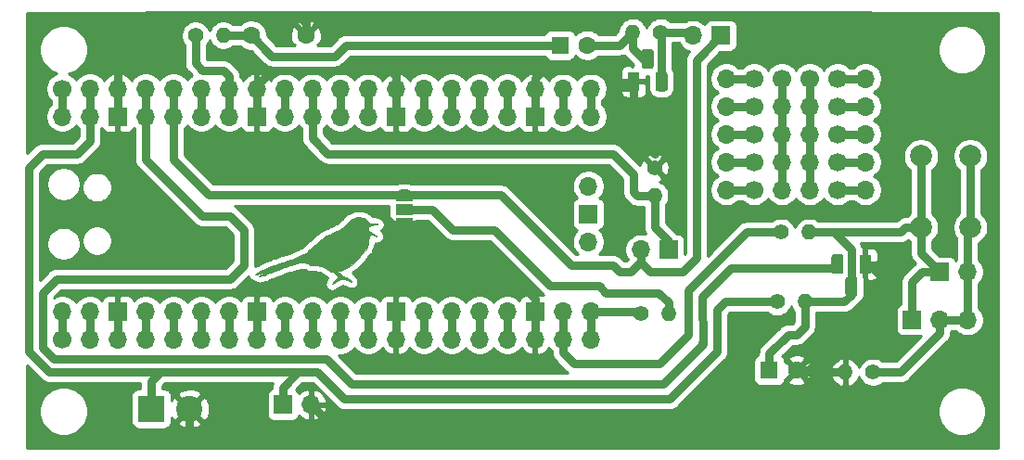
<source format=gbr>
G04 #@! TF.GenerationSoftware,KiCad,Pcbnew,5.1.5+dfsg1-2build2*
G04 #@! TF.CreationDate,2021-11-10T16:19:55-05:00*
G04 #@! TF.ProjectId,SINSONTE_MODEL_B,53494e53-4f4e-4544-955f-4d4f44454c5f,rev?*
G04 #@! TF.SameCoordinates,Original*
G04 #@! TF.FileFunction,Copper,L2,Bot*
G04 #@! TF.FilePolarity,Positive*
%FSLAX46Y46*%
G04 Gerber Fmt 4.6, Leading zero omitted, Abs format (unit mm)*
G04 Created by KiCad (PCBNEW 5.1.5+dfsg1-2build2) date 2021-11-10 16:19:55*
%MOMM*%
%LPD*%
G04 APERTURE LIST*
%ADD10C,0.010000*%
%ADD11O,1.700000X1.700000*%
%ADD12R,1.700000X1.700000*%
%ADD13C,1.700000*%
%ADD14C,2.400000*%
%ADD15R,2.400000X2.400000*%
%ADD16R,1.100000X1.800000*%
%ADD17C,0.100000*%
%ADD18O,1.400000X1.400000*%
%ADD19C,1.400000*%
%ADD20C,1.600000*%
%ADD21R,1.500000X1.000000*%
%ADD22R,1.600000X1.600000*%
%ADD23C,2.000000*%
%ADD24C,0.750000*%
%ADD25C,0.250000*%
%ADD26C,0.254000*%
G04 APERTURE END LIST*
D10*
G36*
X80718543Y-69310307D02*
G01*
X80608815Y-69347403D01*
X80552918Y-69384651D01*
X80510024Y-69408641D01*
X80450359Y-69427778D01*
X80446034Y-69428703D01*
X80371428Y-69451923D01*
X80286278Y-69490123D01*
X80203427Y-69536195D01*
X80135717Y-69583029D01*
X80097003Y-69621919D01*
X80002452Y-69747552D01*
X79878540Y-69884189D01*
X79733837Y-70024042D01*
X79576916Y-70159324D01*
X79416349Y-70282247D01*
X79260708Y-70385022D01*
X79250117Y-70391321D01*
X79145515Y-70450721D01*
X79018038Y-70519484D01*
X78875580Y-70593695D01*
X78726035Y-70669439D01*
X78577297Y-70742803D01*
X78437258Y-70809871D01*
X78313813Y-70866729D01*
X78214855Y-70909463D01*
X78170617Y-70926659D01*
X78043725Y-70974580D01*
X77936376Y-71021152D01*
X77840926Y-71071500D01*
X77749728Y-71130750D01*
X77655138Y-71204025D01*
X77549510Y-71296452D01*
X77425198Y-71413156D01*
X77380127Y-71456559D01*
X77265478Y-71563589D01*
X77128956Y-71684992D01*
X76982874Y-71810175D01*
X76839548Y-71928546D01*
X76736674Y-72010040D01*
X76630359Y-72093617D01*
X76535573Y-72170762D01*
X76457497Y-72237042D01*
X76401309Y-72288027D01*
X76372191Y-72319285D01*
X76369509Y-72324149D01*
X76349192Y-72357527D01*
X76306656Y-72410265D01*
X76250144Y-72472330D01*
X76234844Y-72488081D01*
X76182502Y-72539471D01*
X76135997Y-72578531D01*
X76085839Y-72610614D01*
X76022537Y-72641073D01*
X75936599Y-72675262D01*
X75840008Y-72710766D01*
X75693712Y-72764899D01*
X75579440Y-72810296D01*
X75488809Y-72850838D01*
X75413434Y-72890405D01*
X75344932Y-72932880D01*
X75313117Y-72954675D01*
X75244451Y-72994226D01*
X75141282Y-73041993D01*
X75010058Y-73095463D01*
X74857226Y-73152121D01*
X74689235Y-73209452D01*
X74535195Y-73258094D01*
X74410115Y-73296949D01*
X74258708Y-73345354D01*
X74087465Y-73401117D01*
X73902874Y-73462047D01*
X73711425Y-73525951D01*
X73519605Y-73590640D01*
X73333905Y-73653922D01*
X73160813Y-73713604D01*
X73006818Y-73767497D01*
X72878409Y-73813409D01*
X72782074Y-73849148D01*
X72762534Y-73856719D01*
X72668835Y-73895758D01*
X72553151Y-73947476D01*
X72421652Y-74008773D01*
X72280513Y-74076548D01*
X72135906Y-74147702D01*
X71994003Y-74219135D01*
X71860978Y-74287746D01*
X71743002Y-74350436D01*
X71646250Y-74404105D01*
X71576894Y-74445653D01*
X71545450Y-74467935D01*
X71481950Y-74522233D01*
X71620206Y-74511444D01*
X71712975Y-74498307D01*
X71806553Y-74475802D01*
X71860086Y-74457094D01*
X71925883Y-74431926D01*
X71980641Y-74416192D01*
X71999977Y-74413533D01*
X72041616Y-74405073D01*
X72102342Y-74383711D01*
X72130514Y-74371664D01*
X72223885Y-74342355D01*
X72323798Y-74330531D01*
X72328617Y-74330529D01*
X72434450Y-74331262D01*
X72265117Y-74412561D01*
X72188024Y-74453295D01*
X72105439Y-74502966D01*
X72024554Y-74556410D01*
X71952565Y-74608464D01*
X71896663Y-74653963D01*
X71864043Y-74687742D01*
X71860005Y-74703393D01*
X71888477Y-74706819D01*
X71944465Y-74697649D01*
X72016214Y-74679100D01*
X72091971Y-74654389D01*
X72159983Y-74626735D01*
X72183982Y-74614705D01*
X72249295Y-74585378D01*
X72287666Y-74584062D01*
X72294125Y-74588591D01*
X72326641Y-74595779D01*
X72389674Y-74581554D01*
X72484644Y-74545416D01*
X72612971Y-74486869D01*
X72685708Y-74451220D01*
X72786581Y-74405698D01*
X72897673Y-74362886D01*
X72996668Y-74331311D01*
X73006034Y-74328845D01*
X73076812Y-74306975D01*
X73176088Y-74271146D01*
X73293948Y-74225195D01*
X73420479Y-74172959D01*
X73517073Y-74131091D01*
X73637148Y-74077943D01*
X73739527Y-74033153D01*
X73830043Y-73994619D01*
X73914532Y-73960235D01*
X73998828Y-73927897D01*
X74088765Y-73895503D01*
X74190178Y-73860947D01*
X74308901Y-73822125D01*
X74450768Y-73776934D01*
X74621614Y-73723269D01*
X74818344Y-73661814D01*
X75530072Y-73439661D01*
X75866094Y-73460312D01*
X76035110Y-73472441D01*
X76166615Y-73486323D01*
X76265431Y-73503117D01*
X76336376Y-73523980D01*
X76384270Y-73550072D01*
X76413933Y-73582550D01*
X76419839Y-73593383D01*
X76438577Y-73622744D01*
X76466356Y-73643942D01*
X76509365Y-73658049D01*
X76573795Y-73666138D01*
X76665833Y-73669281D01*
X76791670Y-73668551D01*
X76847700Y-73667521D01*
X77048976Y-73672628D01*
X77248250Y-73694837D01*
X77438817Y-73732224D01*
X77613968Y-73782865D01*
X77766996Y-73844834D01*
X77891193Y-73916207D01*
X77976844Y-73991521D01*
X78034814Y-74048021D01*
X78098891Y-74095527D01*
X78117700Y-74106152D01*
X78187820Y-74146010D01*
X78256229Y-74191602D01*
X78259163Y-74193782D01*
X78314434Y-74226038D01*
X78378892Y-74241174D01*
X78447908Y-74244200D01*
X78569273Y-74244200D01*
X79131703Y-74801118D01*
X78968660Y-74892903D01*
X78793521Y-75012793D01*
X78651147Y-75155988D01*
X78555588Y-75298500D01*
X78525378Y-75356682D01*
X78507214Y-75396511D01*
X78504670Y-75408366D01*
X78524271Y-75396795D01*
X78570963Y-75365383D01*
X78637521Y-75319077D01*
X78708119Y-75268987D01*
X78818486Y-75196073D01*
X78940448Y-75125540D01*
X79065567Y-75061324D01*
X79185402Y-75007363D01*
X79291515Y-74967593D01*
X79375466Y-74945950D01*
X79406637Y-74943158D01*
X79520428Y-74953879D01*
X79658901Y-74982655D01*
X79810203Y-75026156D01*
X79962478Y-75081056D01*
X80079141Y-75131951D01*
X80173113Y-75176603D01*
X80234084Y-75204217D01*
X80267225Y-75216062D01*
X80277704Y-75213406D01*
X80270692Y-75197519D01*
X80255289Y-75175190D01*
X80163972Y-75060485D01*
X80065393Y-74959934D01*
X79966211Y-74878803D01*
X79873086Y-74822358D01*
X79792680Y-74795867D01*
X79773909Y-74794533D01*
X79732083Y-74784882D01*
X79674283Y-74760855D01*
X79657339Y-74752200D01*
X79592258Y-74724823D01*
X79530843Y-74710484D01*
X79519708Y-74709866D01*
X79489921Y-74703624D01*
X79451973Y-74682254D01*
X79400912Y-74641792D01*
X79331782Y-74578273D01*
X79239630Y-74487733D01*
X79229651Y-74477735D01*
X79150904Y-74397633D01*
X79084898Y-74328355D01*
X79036503Y-74275190D01*
X79010592Y-74243425D01*
X79007762Y-74236912D01*
X79031473Y-74229832D01*
X79087258Y-74218007D01*
X79165397Y-74203412D01*
X79213837Y-74195012D01*
X79310114Y-74174610D01*
X79408997Y-74144409D01*
X79515746Y-74101891D01*
X79635620Y-74044538D01*
X79773878Y-73969832D01*
X79935781Y-73875253D01*
X80126587Y-73758285D01*
X80128534Y-73757072D01*
X80377546Y-73583703D01*
X80617077Y-73382052D01*
X80837270Y-73161433D01*
X81028263Y-72931161D01*
X81082193Y-72856104D01*
X81161437Y-72748975D01*
X81258150Y-72629538D01*
X81358680Y-72514185D01*
X81429899Y-72438659D01*
X81626992Y-72239312D01*
X81735013Y-71909913D01*
X81778918Y-71774058D01*
X81810014Y-71671032D01*
X81829508Y-71593716D01*
X81838607Y-71534995D01*
X81838518Y-71487750D01*
X81830449Y-71444865D01*
X81819681Y-71410693D01*
X81810245Y-71374605D01*
X81811533Y-71338841D01*
X81826382Y-71292959D01*
X81857632Y-71226514D01*
X81883347Y-71176441D01*
X81925304Y-71087800D01*
X81959705Y-71000433D01*
X81980615Y-70929866D01*
X81983253Y-70915161D01*
X81996140Y-70821143D01*
X82104795Y-70862109D01*
X82177001Y-70891958D01*
X82268725Y-70933483D01*
X82362079Y-70978540D01*
X82377164Y-70986137D01*
X82484915Y-71037308D01*
X82558496Y-71064052D01*
X82598279Y-71066419D01*
X82604636Y-71044455D01*
X82588835Y-71013774D01*
X82559052Y-70985607D01*
X82500172Y-70942532D01*
X82420420Y-70889626D01*
X82328016Y-70831966D01*
X82231185Y-70774628D01*
X82138148Y-70722690D01*
X82057129Y-70681229D01*
X82030007Y-70668749D01*
X81950124Y-70632351D01*
X81899146Y-70603088D01*
X81866832Y-70571982D01*
X81842939Y-70530056D01*
X81825887Y-70489824D01*
X81799084Y-70411329D01*
X81780358Y-70333761D01*
X81775927Y-70301423D01*
X81776711Y-70245226D01*
X81796884Y-70209595D01*
X81840032Y-70178931D01*
X81888639Y-70153918D01*
X81965502Y-70119473D01*
X82059084Y-70080603D01*
X82135876Y-70050578D01*
X82237718Y-70012867D01*
X82312568Y-69988803D01*
X82372601Y-69975980D01*
X82429995Y-69971989D01*
X82496927Y-69974422D01*
X82514846Y-69975629D01*
X82610341Y-69978759D01*
X82665172Y-69971689D01*
X82679817Y-69954194D01*
X82654752Y-69926046D01*
X82640332Y-69915995D01*
X82557790Y-69880091D01*
X82446038Y-69857293D01*
X82316528Y-69848933D01*
X82180713Y-69856346D01*
X82155666Y-69859573D01*
X81987988Y-69883286D01*
X81820615Y-69706467D01*
X81675246Y-69568977D01*
X81528184Y-69465600D01*
X81367525Y-69389368D01*
X81184485Y-69334056D01*
X81012245Y-69303163D01*
X80854975Y-69295403D01*
X80718543Y-69310307D01*
G37*
X80718543Y-69310307D02*
X80608815Y-69347403D01*
X80552918Y-69384651D01*
X80510024Y-69408641D01*
X80450359Y-69427778D01*
X80446034Y-69428703D01*
X80371428Y-69451923D01*
X80286278Y-69490123D01*
X80203427Y-69536195D01*
X80135717Y-69583029D01*
X80097003Y-69621919D01*
X80002452Y-69747552D01*
X79878540Y-69884189D01*
X79733837Y-70024042D01*
X79576916Y-70159324D01*
X79416349Y-70282247D01*
X79260708Y-70385022D01*
X79250117Y-70391321D01*
X79145515Y-70450721D01*
X79018038Y-70519484D01*
X78875580Y-70593695D01*
X78726035Y-70669439D01*
X78577297Y-70742803D01*
X78437258Y-70809871D01*
X78313813Y-70866729D01*
X78214855Y-70909463D01*
X78170617Y-70926659D01*
X78043725Y-70974580D01*
X77936376Y-71021152D01*
X77840926Y-71071500D01*
X77749728Y-71130750D01*
X77655138Y-71204025D01*
X77549510Y-71296452D01*
X77425198Y-71413156D01*
X77380127Y-71456559D01*
X77265478Y-71563589D01*
X77128956Y-71684992D01*
X76982874Y-71810175D01*
X76839548Y-71928546D01*
X76736674Y-72010040D01*
X76630359Y-72093617D01*
X76535573Y-72170762D01*
X76457497Y-72237042D01*
X76401309Y-72288027D01*
X76372191Y-72319285D01*
X76369509Y-72324149D01*
X76349192Y-72357527D01*
X76306656Y-72410265D01*
X76250144Y-72472330D01*
X76234844Y-72488081D01*
X76182502Y-72539471D01*
X76135997Y-72578531D01*
X76085839Y-72610614D01*
X76022537Y-72641073D01*
X75936599Y-72675262D01*
X75840008Y-72710766D01*
X75693712Y-72764899D01*
X75579440Y-72810296D01*
X75488809Y-72850838D01*
X75413434Y-72890405D01*
X75344932Y-72932880D01*
X75313117Y-72954675D01*
X75244451Y-72994226D01*
X75141282Y-73041993D01*
X75010058Y-73095463D01*
X74857226Y-73152121D01*
X74689235Y-73209452D01*
X74535195Y-73258094D01*
X74410115Y-73296949D01*
X74258708Y-73345354D01*
X74087465Y-73401117D01*
X73902874Y-73462047D01*
X73711425Y-73525951D01*
X73519605Y-73590640D01*
X73333905Y-73653922D01*
X73160813Y-73713604D01*
X73006818Y-73767497D01*
X72878409Y-73813409D01*
X72782074Y-73849148D01*
X72762534Y-73856719D01*
X72668835Y-73895758D01*
X72553151Y-73947476D01*
X72421652Y-74008773D01*
X72280513Y-74076548D01*
X72135906Y-74147702D01*
X71994003Y-74219135D01*
X71860978Y-74287746D01*
X71743002Y-74350436D01*
X71646250Y-74404105D01*
X71576894Y-74445653D01*
X71545450Y-74467935D01*
X71481950Y-74522233D01*
X71620206Y-74511444D01*
X71712975Y-74498307D01*
X71806553Y-74475802D01*
X71860086Y-74457094D01*
X71925883Y-74431926D01*
X71980641Y-74416192D01*
X71999977Y-74413533D01*
X72041616Y-74405073D01*
X72102342Y-74383711D01*
X72130514Y-74371664D01*
X72223885Y-74342355D01*
X72323798Y-74330531D01*
X72328617Y-74330529D01*
X72434450Y-74331262D01*
X72265117Y-74412561D01*
X72188024Y-74453295D01*
X72105439Y-74502966D01*
X72024554Y-74556410D01*
X71952565Y-74608464D01*
X71896663Y-74653963D01*
X71864043Y-74687742D01*
X71860005Y-74703393D01*
X71888477Y-74706819D01*
X71944465Y-74697649D01*
X72016214Y-74679100D01*
X72091971Y-74654389D01*
X72159983Y-74626735D01*
X72183982Y-74614705D01*
X72249295Y-74585378D01*
X72287666Y-74584062D01*
X72294125Y-74588591D01*
X72326641Y-74595779D01*
X72389674Y-74581554D01*
X72484644Y-74545416D01*
X72612971Y-74486869D01*
X72685708Y-74451220D01*
X72786581Y-74405698D01*
X72897673Y-74362886D01*
X72996668Y-74331311D01*
X73006034Y-74328845D01*
X73076812Y-74306975D01*
X73176088Y-74271146D01*
X73293948Y-74225195D01*
X73420479Y-74172959D01*
X73517073Y-74131091D01*
X73637148Y-74077943D01*
X73739527Y-74033153D01*
X73830043Y-73994619D01*
X73914532Y-73960235D01*
X73998828Y-73927897D01*
X74088765Y-73895503D01*
X74190178Y-73860947D01*
X74308901Y-73822125D01*
X74450768Y-73776934D01*
X74621614Y-73723269D01*
X74818344Y-73661814D01*
X75530072Y-73439661D01*
X75866094Y-73460312D01*
X76035110Y-73472441D01*
X76166615Y-73486323D01*
X76265431Y-73503117D01*
X76336376Y-73523980D01*
X76384270Y-73550072D01*
X76413933Y-73582550D01*
X76419839Y-73593383D01*
X76438577Y-73622744D01*
X76466356Y-73643942D01*
X76509365Y-73658049D01*
X76573795Y-73666138D01*
X76665833Y-73669281D01*
X76791670Y-73668551D01*
X76847700Y-73667521D01*
X77048976Y-73672628D01*
X77248250Y-73694837D01*
X77438817Y-73732224D01*
X77613968Y-73782865D01*
X77766996Y-73844834D01*
X77891193Y-73916207D01*
X77976844Y-73991521D01*
X78034814Y-74048021D01*
X78098891Y-74095527D01*
X78117700Y-74106152D01*
X78187820Y-74146010D01*
X78256229Y-74191602D01*
X78259163Y-74193782D01*
X78314434Y-74226038D01*
X78378892Y-74241174D01*
X78447908Y-74244200D01*
X78569273Y-74244200D01*
X79131703Y-74801118D01*
X78968660Y-74892903D01*
X78793521Y-75012793D01*
X78651147Y-75155988D01*
X78555588Y-75298500D01*
X78525378Y-75356682D01*
X78507214Y-75396511D01*
X78504670Y-75408366D01*
X78524271Y-75396795D01*
X78570963Y-75365383D01*
X78637521Y-75319077D01*
X78708119Y-75268987D01*
X78818486Y-75196073D01*
X78940448Y-75125540D01*
X79065567Y-75061324D01*
X79185402Y-75007363D01*
X79291515Y-74967593D01*
X79375466Y-74945950D01*
X79406637Y-74943158D01*
X79520428Y-74953879D01*
X79658901Y-74982655D01*
X79810203Y-75026156D01*
X79962478Y-75081056D01*
X80079141Y-75131951D01*
X80173113Y-75176603D01*
X80234084Y-75204217D01*
X80267225Y-75216062D01*
X80277704Y-75213406D01*
X80270692Y-75197519D01*
X80255289Y-75175190D01*
X80163972Y-75060485D01*
X80065393Y-74959934D01*
X79966211Y-74878803D01*
X79873086Y-74822358D01*
X79792680Y-74795867D01*
X79773909Y-74794533D01*
X79732083Y-74784882D01*
X79674283Y-74760855D01*
X79657339Y-74752200D01*
X79592258Y-74724823D01*
X79530843Y-74710484D01*
X79519708Y-74709866D01*
X79489921Y-74703624D01*
X79451973Y-74682254D01*
X79400912Y-74641792D01*
X79331782Y-74578273D01*
X79239630Y-74487733D01*
X79229651Y-74477735D01*
X79150904Y-74397633D01*
X79084898Y-74328355D01*
X79036503Y-74275190D01*
X79010592Y-74243425D01*
X79007762Y-74236912D01*
X79031473Y-74229832D01*
X79087258Y-74218007D01*
X79165397Y-74203412D01*
X79213837Y-74195012D01*
X79310114Y-74174610D01*
X79408997Y-74144409D01*
X79515746Y-74101891D01*
X79635620Y-74044538D01*
X79773878Y-73969832D01*
X79935781Y-73875253D01*
X80126587Y-73758285D01*
X80128534Y-73757072D01*
X80377546Y-73583703D01*
X80617077Y-73382052D01*
X80837270Y-73161433D01*
X81028263Y-72931161D01*
X81082193Y-72856104D01*
X81161437Y-72748975D01*
X81258150Y-72629538D01*
X81358680Y-72514185D01*
X81429899Y-72438659D01*
X81626992Y-72239312D01*
X81735013Y-71909913D01*
X81778918Y-71774058D01*
X81810014Y-71671032D01*
X81829508Y-71593716D01*
X81838607Y-71534995D01*
X81838518Y-71487750D01*
X81830449Y-71444865D01*
X81819681Y-71410693D01*
X81810245Y-71374605D01*
X81811533Y-71338841D01*
X81826382Y-71292959D01*
X81857632Y-71226514D01*
X81883347Y-71176441D01*
X81925304Y-71087800D01*
X81959705Y-71000433D01*
X81980615Y-70929866D01*
X81983253Y-70915161D01*
X81996140Y-70821143D01*
X82104795Y-70862109D01*
X82177001Y-70891958D01*
X82268725Y-70933483D01*
X82362079Y-70978540D01*
X82377164Y-70986137D01*
X82484915Y-71037308D01*
X82558496Y-71064052D01*
X82598279Y-71066419D01*
X82604636Y-71044455D01*
X82588835Y-71013774D01*
X82559052Y-70985607D01*
X82500172Y-70942532D01*
X82420420Y-70889626D01*
X82328016Y-70831966D01*
X82231185Y-70774628D01*
X82138148Y-70722690D01*
X82057129Y-70681229D01*
X82030007Y-70668749D01*
X81950124Y-70632351D01*
X81899146Y-70603088D01*
X81866832Y-70571982D01*
X81842939Y-70530056D01*
X81825887Y-70489824D01*
X81799084Y-70411329D01*
X81780358Y-70333761D01*
X81775927Y-70301423D01*
X81776711Y-70245226D01*
X81796884Y-70209595D01*
X81840032Y-70178931D01*
X81888639Y-70153918D01*
X81965502Y-70119473D01*
X82059084Y-70080603D01*
X82135876Y-70050578D01*
X82237718Y-70012867D01*
X82312568Y-69988803D01*
X82372601Y-69975980D01*
X82429995Y-69971989D01*
X82496927Y-69974422D01*
X82514846Y-69975629D01*
X82610341Y-69978759D01*
X82665172Y-69971689D01*
X82679817Y-69954194D01*
X82654752Y-69926046D01*
X82640332Y-69915995D01*
X82557790Y-69880091D01*
X82446038Y-69857293D01*
X82316528Y-69848933D01*
X82180713Y-69856346D01*
X82155666Y-69859573D01*
X81987988Y-69883286D01*
X81820615Y-69706467D01*
X81675246Y-69568977D01*
X81528184Y-69465600D01*
X81367525Y-69389368D01*
X81184485Y-69334056D01*
X81012245Y-69303163D01*
X80854975Y-69295403D01*
X80718543Y-69310307D01*
D11*
X76568300Y-86423500D03*
D12*
X74028300Y-86423500D03*
D11*
X127190500Y-56642000D03*
D13*
X124650500Y-56642000D03*
D11*
X127190500Y-59182000D03*
D13*
X124650500Y-59182000D03*
D11*
X127190500Y-61722000D03*
D13*
X124650500Y-61722000D03*
D11*
X127190500Y-64262000D03*
D13*
X124650500Y-64262000D03*
D11*
X127190500Y-66802000D03*
D13*
X124650500Y-66802000D03*
D11*
X114490500Y-56642000D03*
D13*
X117030500Y-56642000D03*
D11*
X114490500Y-59182000D03*
D13*
X117030500Y-59182000D03*
D11*
X114490500Y-61722000D03*
D13*
X117030500Y-61722000D03*
D11*
X114490500Y-64262000D03*
D13*
X117030500Y-64262000D03*
D11*
X114490500Y-66802000D03*
D13*
X117030500Y-66802000D03*
D11*
X119570500Y-66802000D03*
X119570500Y-64262000D03*
X119570500Y-61722000D03*
X119570500Y-59182000D03*
D13*
X119570500Y-56642000D03*
D11*
X122110500Y-66802000D03*
X122110500Y-64262000D03*
X122110500Y-61722000D03*
X122110500Y-59182000D03*
D13*
X122110500Y-56642000D03*
D11*
X102130000Y-57570000D03*
X99590000Y-57570000D03*
X97050000Y-57570000D03*
X94510000Y-57570000D03*
X91970000Y-57570000D03*
X89430000Y-57570000D03*
X86890000Y-57570000D03*
X84350000Y-57570000D03*
X81810000Y-57570000D03*
X79270000Y-57570000D03*
X76730000Y-57570000D03*
X74190000Y-57570000D03*
X71650000Y-57570000D03*
X69110000Y-57570000D03*
X66570000Y-57570000D03*
X64030000Y-57570000D03*
X61490000Y-57570000D03*
X58950000Y-57570000D03*
X56410000Y-57570000D03*
D13*
X53870000Y-57570000D03*
D11*
X102130000Y-80430000D03*
X99590000Y-80430000D03*
X97050000Y-80430000D03*
X94510000Y-80430000D03*
X91970000Y-80430000D03*
X89430000Y-80430000D03*
X86890000Y-80430000D03*
X84350000Y-80430000D03*
X81810000Y-80430000D03*
X79270000Y-80430000D03*
X76730000Y-80430000D03*
X74190000Y-80430000D03*
X71650000Y-80430000D03*
X69110000Y-80430000D03*
X66570000Y-80430000D03*
X64030000Y-80430000D03*
X61490000Y-80430000D03*
X58950000Y-80430000D03*
X56410000Y-80430000D03*
D13*
X53870000Y-80430000D03*
D11*
X101900000Y-66460000D03*
D12*
X101900000Y-69000000D03*
D11*
X101900000Y-71540000D03*
X53870000Y-60110000D03*
X56410000Y-60110000D03*
D12*
X58950000Y-60110000D03*
D11*
X61490000Y-60110000D03*
X64030000Y-60110000D03*
X66570000Y-60110000D03*
X69110000Y-60110000D03*
D12*
X71650000Y-60110000D03*
D11*
X74190000Y-60110000D03*
X76730000Y-60110000D03*
X79270000Y-60110000D03*
X81810000Y-60110000D03*
D12*
X84350000Y-60110000D03*
D11*
X86890000Y-60110000D03*
X89430000Y-60110000D03*
X91970000Y-60110000D03*
X94510000Y-60110000D03*
D12*
X97050000Y-60110000D03*
D11*
X99590000Y-60110000D03*
X102130000Y-60110000D03*
X102130000Y-77890000D03*
X99590000Y-77890000D03*
D12*
X97050000Y-77890000D03*
D11*
X94510000Y-77890000D03*
X91970000Y-77890000D03*
X89430000Y-77890000D03*
X86890000Y-77890000D03*
D12*
X84350000Y-77890000D03*
D11*
X81810000Y-77890000D03*
X79270000Y-77890000D03*
X76730000Y-77890000D03*
X74190000Y-77890000D03*
D12*
X71650000Y-77890000D03*
D11*
X69110000Y-77890000D03*
X66570000Y-77890000D03*
X64030000Y-77890000D03*
X61490000Y-77890000D03*
D12*
X58950000Y-77890000D03*
D11*
X56410000Y-77890000D03*
X53870000Y-77890000D03*
D14*
X65500000Y-86800000D03*
D15*
X62000000Y-86800000D03*
D16*
X106045000Y-56915000D03*
G04 #@! TA.AperFunction,ComponentPad*
D17*
G36*
X108886955Y-56016324D02*
G01*
X108913650Y-56020284D01*
X108939828Y-56026841D01*
X108965238Y-56035933D01*
X108989634Y-56047472D01*
X109012782Y-56061346D01*
X109034458Y-56077422D01*
X109054454Y-56095546D01*
X109072578Y-56115542D01*
X109088654Y-56137218D01*
X109102528Y-56160366D01*
X109114067Y-56184762D01*
X109123159Y-56210172D01*
X109129716Y-56236350D01*
X109133676Y-56263045D01*
X109135000Y-56290000D01*
X109135000Y-57540000D01*
X109133676Y-57566955D01*
X109129716Y-57593650D01*
X109123159Y-57619828D01*
X109114067Y-57645238D01*
X109102528Y-57669634D01*
X109088654Y-57692782D01*
X109072578Y-57714458D01*
X109054454Y-57734454D01*
X109034458Y-57752578D01*
X109012782Y-57768654D01*
X108989634Y-57782528D01*
X108965238Y-57794067D01*
X108939828Y-57803159D01*
X108913650Y-57809716D01*
X108886955Y-57813676D01*
X108860000Y-57815000D01*
X108310000Y-57815000D01*
X108283045Y-57813676D01*
X108256350Y-57809716D01*
X108230172Y-57803159D01*
X108204762Y-57794067D01*
X108180366Y-57782528D01*
X108157218Y-57768654D01*
X108135542Y-57752578D01*
X108115546Y-57734454D01*
X108097422Y-57714458D01*
X108081346Y-57692782D01*
X108067472Y-57669634D01*
X108055933Y-57645238D01*
X108046841Y-57619828D01*
X108040284Y-57593650D01*
X108036324Y-57566955D01*
X108035000Y-57540000D01*
X108035000Y-56290000D01*
X108036324Y-56263045D01*
X108040284Y-56236350D01*
X108046841Y-56210172D01*
X108055933Y-56184762D01*
X108067472Y-56160366D01*
X108081346Y-56137218D01*
X108097422Y-56115542D01*
X108115546Y-56095546D01*
X108135542Y-56077422D01*
X108157218Y-56061346D01*
X108180366Y-56047472D01*
X108204762Y-56035933D01*
X108230172Y-56026841D01*
X108256350Y-56020284D01*
X108283045Y-56016324D01*
X108310000Y-56015000D01*
X108860000Y-56015000D01*
X108886955Y-56016324D01*
G37*
G04 #@! TD.AperFunction*
G04 #@! TA.AperFunction,ComponentPad*
G36*
X107616955Y-53946324D02*
G01*
X107643650Y-53950284D01*
X107669828Y-53956841D01*
X107695238Y-53965933D01*
X107719634Y-53977472D01*
X107742782Y-53991346D01*
X107764458Y-54007422D01*
X107784454Y-54025546D01*
X107802578Y-54045542D01*
X107818654Y-54067218D01*
X107832528Y-54090366D01*
X107844067Y-54114762D01*
X107853159Y-54140172D01*
X107859716Y-54166350D01*
X107863676Y-54193045D01*
X107865000Y-54220000D01*
X107865000Y-55470000D01*
X107863676Y-55496955D01*
X107859716Y-55523650D01*
X107853159Y-55549828D01*
X107844067Y-55575238D01*
X107832528Y-55599634D01*
X107818654Y-55622782D01*
X107802578Y-55644458D01*
X107784454Y-55664454D01*
X107764458Y-55682578D01*
X107742782Y-55698654D01*
X107719634Y-55712528D01*
X107695238Y-55724067D01*
X107669828Y-55733159D01*
X107643650Y-55739716D01*
X107616955Y-55743676D01*
X107590000Y-55745000D01*
X107040000Y-55745000D01*
X107013045Y-55743676D01*
X106986350Y-55739716D01*
X106960172Y-55733159D01*
X106934762Y-55724067D01*
X106910366Y-55712528D01*
X106887218Y-55698654D01*
X106865542Y-55682578D01*
X106845546Y-55664454D01*
X106827422Y-55644458D01*
X106811346Y-55622782D01*
X106797472Y-55599634D01*
X106785933Y-55575238D01*
X106776841Y-55549828D01*
X106770284Y-55523650D01*
X106766324Y-55496955D01*
X106765000Y-55470000D01*
X106765000Y-54220000D01*
X106766324Y-54193045D01*
X106770284Y-54166350D01*
X106776841Y-54140172D01*
X106785933Y-54114762D01*
X106797472Y-54090366D01*
X106811346Y-54067218D01*
X106827422Y-54045542D01*
X106845546Y-54025546D01*
X106865542Y-54007422D01*
X106887218Y-53991346D01*
X106910366Y-53977472D01*
X106934762Y-53965933D01*
X106960172Y-53956841D01*
X106986350Y-53950284D01*
X107013045Y-53946324D01*
X107040000Y-53945000D01*
X107590000Y-53945000D01*
X107616955Y-53946324D01*
G37*
G04 #@! TD.AperFunction*
D16*
X127190500Y-73577500D03*
G04 #@! TA.AperFunction,ComponentPad*
D17*
G36*
X124952455Y-72678824D02*
G01*
X124979150Y-72682784D01*
X125005328Y-72689341D01*
X125030738Y-72698433D01*
X125055134Y-72709972D01*
X125078282Y-72723846D01*
X125099958Y-72739922D01*
X125119954Y-72758046D01*
X125138078Y-72778042D01*
X125154154Y-72799718D01*
X125168028Y-72822866D01*
X125179567Y-72847262D01*
X125188659Y-72872672D01*
X125195216Y-72898850D01*
X125199176Y-72925545D01*
X125200500Y-72952500D01*
X125200500Y-74202500D01*
X125199176Y-74229455D01*
X125195216Y-74256150D01*
X125188659Y-74282328D01*
X125179567Y-74307738D01*
X125168028Y-74332134D01*
X125154154Y-74355282D01*
X125138078Y-74376958D01*
X125119954Y-74396954D01*
X125099958Y-74415078D01*
X125078282Y-74431154D01*
X125055134Y-74445028D01*
X125030738Y-74456567D01*
X125005328Y-74465659D01*
X124979150Y-74472216D01*
X124952455Y-74476176D01*
X124925500Y-74477500D01*
X124375500Y-74477500D01*
X124348545Y-74476176D01*
X124321850Y-74472216D01*
X124295672Y-74465659D01*
X124270262Y-74456567D01*
X124245866Y-74445028D01*
X124222718Y-74431154D01*
X124201042Y-74415078D01*
X124181046Y-74396954D01*
X124162922Y-74376958D01*
X124146846Y-74355282D01*
X124132972Y-74332134D01*
X124121433Y-74307738D01*
X124112341Y-74282328D01*
X124105784Y-74256150D01*
X124101824Y-74229455D01*
X124100500Y-74202500D01*
X124100500Y-72952500D01*
X124101824Y-72925545D01*
X124105784Y-72898850D01*
X124112341Y-72872672D01*
X124121433Y-72847262D01*
X124132972Y-72822866D01*
X124146846Y-72799718D01*
X124162922Y-72778042D01*
X124181046Y-72758046D01*
X124201042Y-72739922D01*
X124222718Y-72723846D01*
X124245866Y-72709972D01*
X124270262Y-72698433D01*
X124295672Y-72689341D01*
X124321850Y-72682784D01*
X124348545Y-72678824D01*
X124375500Y-72677500D01*
X124925500Y-72677500D01*
X124952455Y-72678824D01*
G37*
G04 #@! TD.AperFunction*
G04 #@! TA.AperFunction,ComponentPad*
G36*
X126222455Y-74748824D02*
G01*
X126249150Y-74752784D01*
X126275328Y-74759341D01*
X126300738Y-74768433D01*
X126325134Y-74779972D01*
X126348282Y-74793846D01*
X126369958Y-74809922D01*
X126389954Y-74828046D01*
X126408078Y-74848042D01*
X126424154Y-74869718D01*
X126438028Y-74892866D01*
X126449567Y-74917262D01*
X126458659Y-74942672D01*
X126465216Y-74968850D01*
X126469176Y-74995545D01*
X126470500Y-75022500D01*
X126470500Y-76272500D01*
X126469176Y-76299455D01*
X126465216Y-76326150D01*
X126458659Y-76352328D01*
X126449567Y-76377738D01*
X126438028Y-76402134D01*
X126424154Y-76425282D01*
X126408078Y-76446958D01*
X126389954Y-76466954D01*
X126369958Y-76485078D01*
X126348282Y-76501154D01*
X126325134Y-76515028D01*
X126300738Y-76526567D01*
X126275328Y-76535659D01*
X126249150Y-76542216D01*
X126222455Y-76546176D01*
X126195500Y-76547500D01*
X125645500Y-76547500D01*
X125618545Y-76546176D01*
X125591850Y-76542216D01*
X125565672Y-76535659D01*
X125540262Y-76526567D01*
X125515866Y-76515028D01*
X125492718Y-76501154D01*
X125471042Y-76485078D01*
X125451046Y-76466954D01*
X125432922Y-76446958D01*
X125416846Y-76425282D01*
X125402972Y-76402134D01*
X125391433Y-76377738D01*
X125382341Y-76352328D01*
X125375784Y-76326150D01*
X125371824Y-76299455D01*
X125370500Y-76272500D01*
X125370500Y-75022500D01*
X125371824Y-74995545D01*
X125375784Y-74968850D01*
X125382341Y-74942672D01*
X125391433Y-74917262D01*
X125402972Y-74892866D01*
X125416846Y-74869718D01*
X125432922Y-74848042D01*
X125451046Y-74828046D01*
X125471042Y-74809922D01*
X125492718Y-74793846D01*
X125515866Y-74779972D01*
X125540262Y-74768433D01*
X125565672Y-74759341D01*
X125591850Y-74752784D01*
X125618545Y-74748824D01*
X125645500Y-74747500D01*
X126195500Y-74747500D01*
X126222455Y-74748824D01*
G37*
G04 #@! TD.AperFunction*
D11*
X136525000Y-78676500D03*
X133985000Y-78676500D03*
D12*
X131445000Y-78676500D03*
D18*
X125336300Y-83451700D03*
D19*
X127876300Y-83451700D03*
D18*
X68580000Y-52700000D03*
D19*
X66040000Y-52700000D03*
D20*
X76120000Y-52700000D03*
X71120000Y-52700000D03*
D18*
X109220000Y-78105000D03*
D19*
X106680000Y-78105000D03*
D21*
X85090000Y-68580000D03*
G04 #@! TA.AperFunction,SMDPad,CuDef*
D17*
G36*
X85839398Y-69880000D02*
G01*
X85839398Y-69904534D01*
X85834588Y-69953365D01*
X85825016Y-70001490D01*
X85810772Y-70048445D01*
X85791995Y-70093778D01*
X85768864Y-70137051D01*
X85741604Y-70177850D01*
X85710476Y-70215779D01*
X85675779Y-70250476D01*
X85637850Y-70281604D01*
X85597051Y-70308864D01*
X85553778Y-70331995D01*
X85508445Y-70350772D01*
X85461490Y-70365016D01*
X85413365Y-70374588D01*
X85364534Y-70379398D01*
X85340000Y-70379398D01*
X85340000Y-70380000D01*
X84840000Y-70380000D01*
X84840000Y-70379398D01*
X84815466Y-70379398D01*
X84766635Y-70374588D01*
X84718510Y-70365016D01*
X84671555Y-70350772D01*
X84626222Y-70331995D01*
X84582949Y-70308864D01*
X84542150Y-70281604D01*
X84504221Y-70250476D01*
X84469524Y-70215779D01*
X84438396Y-70177850D01*
X84411136Y-70137051D01*
X84388005Y-70093778D01*
X84369228Y-70048445D01*
X84354984Y-70001490D01*
X84345412Y-69953365D01*
X84340602Y-69904534D01*
X84340602Y-69880000D01*
X84340000Y-69880000D01*
X84340000Y-69330000D01*
X85840000Y-69330000D01*
X85840000Y-69880000D01*
X85839398Y-69880000D01*
G37*
G04 #@! TD.AperFunction*
G04 #@! TA.AperFunction,SMDPad,CuDef*
G36*
X84340000Y-67830000D02*
G01*
X84340000Y-67280000D01*
X84340602Y-67280000D01*
X84340602Y-67255466D01*
X84345412Y-67206635D01*
X84354984Y-67158510D01*
X84369228Y-67111555D01*
X84388005Y-67066222D01*
X84411136Y-67022949D01*
X84438396Y-66982150D01*
X84469524Y-66944221D01*
X84504221Y-66909524D01*
X84542150Y-66878396D01*
X84582949Y-66851136D01*
X84626222Y-66828005D01*
X84671555Y-66809228D01*
X84718510Y-66794984D01*
X84766635Y-66785412D01*
X84815466Y-66780602D01*
X84840000Y-66780602D01*
X84840000Y-66780000D01*
X85340000Y-66780000D01*
X85340000Y-66780602D01*
X85364534Y-66780602D01*
X85413365Y-66785412D01*
X85461490Y-66794984D01*
X85508445Y-66809228D01*
X85553778Y-66828005D01*
X85597051Y-66851136D01*
X85637850Y-66878396D01*
X85675779Y-66909524D01*
X85710476Y-66944221D01*
X85741604Y-66982150D01*
X85768864Y-67022949D01*
X85791995Y-67066222D01*
X85810772Y-67111555D01*
X85825016Y-67158510D01*
X85834588Y-67206635D01*
X85839398Y-67255466D01*
X85839398Y-67280000D01*
X85840000Y-67280000D01*
X85840000Y-67830000D01*
X84340000Y-67830000D01*
G37*
G04 #@! TD.AperFunction*
D18*
X107950000Y-67310000D03*
D19*
X107950000Y-64770000D03*
D11*
X106680000Y-72263000D03*
D12*
X109220000Y-72263000D03*
D18*
X105960000Y-52400000D03*
D19*
X108500000Y-52400000D03*
D11*
X111460000Y-52705000D03*
D12*
X114000000Y-52705000D03*
D20*
X101814000Y-53594000D03*
D22*
X99314000Y-53594000D03*
D23*
X132270500Y-63731000D03*
X136770500Y-63731000D03*
X132270500Y-70231000D03*
X136770500Y-70231000D03*
D11*
X136525000Y-74295000D03*
D12*
X133985000Y-74295000D03*
D18*
X122047000Y-70675500D03*
D19*
X119507000Y-70675500D03*
D18*
X121666000Y-77025500D03*
D19*
X119126000Y-77025500D03*
D20*
X120914800Y-83273900D03*
D22*
X118414800Y-83273900D03*
D24*
X71650000Y-60110000D02*
X71650000Y-57255000D01*
X71650000Y-57255000D02*
X73025000Y-55880000D01*
X73025000Y-55880000D02*
X83820000Y-55880000D01*
X84350000Y-56410000D02*
X84350000Y-60110000D01*
X83820000Y-55880000D02*
X84350000Y-56410000D01*
D25*
X58950000Y-60110000D02*
X59055000Y-60005000D01*
D24*
X58950000Y-53445000D02*
X58950000Y-60110000D01*
X61595000Y-50800000D02*
X58950000Y-53445000D01*
X75351370Y-50800000D02*
X61595000Y-50800000D01*
X76120000Y-51568630D02*
X75351370Y-50800000D01*
X76120000Y-52700000D02*
X76120000Y-51568630D01*
D25*
X97425000Y-78265000D02*
X97050000Y-77890000D01*
X97050000Y-77890000D02*
X96305000Y-77890000D01*
X97050000Y-78526410D02*
X96863600Y-78340010D01*
D24*
X97155000Y-77995000D02*
X97050000Y-77890000D01*
X97050000Y-77890000D02*
X97050000Y-76730000D01*
X97050000Y-76730000D02*
X94615000Y-74295000D01*
X94615000Y-74295000D02*
X86360000Y-74295000D01*
X85090000Y-73025000D02*
X85090000Y-69880000D01*
X86360000Y-74295000D02*
X85090000Y-73025000D01*
X105025000Y-57400000D02*
X106000000Y-57400000D01*
X103505000Y-55880000D02*
X105025000Y-57400000D01*
X97790000Y-55880000D02*
X103505000Y-55880000D01*
X97050000Y-56620000D02*
X97790000Y-55880000D01*
X97050000Y-60110000D02*
X97050000Y-56620000D01*
X106000000Y-61617919D02*
X106000000Y-57400000D01*
X107950000Y-63567919D02*
X106000000Y-61617919D01*
X84350000Y-80430000D02*
X84350000Y-77890000D01*
X71650000Y-80430000D02*
X71650000Y-77890000D01*
X58950000Y-80430000D02*
X58950000Y-77890000D01*
X97050000Y-77890000D02*
X97050000Y-80430000D01*
X127889000Y-73977500D02*
X128968500Y-75057000D01*
X127190500Y-73977500D02*
X127889000Y-73977500D01*
X122046170Y-83273900D02*
X123456700Y-81863370D01*
X120914800Y-83273900D02*
X122046170Y-83273900D01*
X123456700Y-81863370D02*
X123456700Y-79844900D01*
X124377450Y-78924150D02*
X123456700Y-79844900D01*
X83820000Y-50800000D02*
X75351370Y-50800000D01*
X83825001Y-50794999D02*
X83820000Y-50800000D01*
X116845001Y-50794999D02*
X83825001Y-50794999D01*
X127635000Y-50800000D02*
X116850002Y-50800000D01*
X139065000Y-62230000D02*
X127635000Y-50800000D01*
X116850002Y-50800000D02*
X116845001Y-50794999D01*
X139065000Y-78676500D02*
X139065000Y-62230000D01*
X121092600Y-83451700D02*
X120914800Y-83273900D01*
X125336300Y-83451700D02*
X121092600Y-83451700D01*
X128968500Y-88773000D02*
X126504700Y-88773000D01*
X139065000Y-78676500D02*
X128968500Y-88773000D01*
X124377450Y-78924150D02*
X126993650Y-78924150D01*
X128968500Y-76949300D02*
X128968500Y-75057000D01*
X126993650Y-78924150D02*
X128968500Y-76949300D01*
X72390000Y-88773000D02*
X72809100Y-88773000D01*
X78308200Y-88773000D02*
X78308200Y-88163400D01*
X72809100Y-88773000D02*
X78308200Y-88773000D01*
X78308200Y-88163400D02*
X76568300Y-86423500D01*
X78308200Y-88773000D02*
X126504700Y-88773000D01*
X65775944Y-88773000D02*
X65500000Y-88497056D01*
X65500000Y-88497056D02*
X65500000Y-86800000D01*
X72809100Y-88773000D02*
X65775944Y-88773000D01*
X56410000Y-60110000D02*
X56410000Y-57570000D01*
X114427000Y-77025500D02*
X119126000Y-77025500D01*
X113665000Y-77787500D02*
X114427000Y-77025500D01*
X79616300Y-85915500D02*
X109347000Y-85915500D01*
X109347000Y-85915500D02*
X113665000Y-81597500D01*
X113665000Y-81597500D02*
X113665000Y-77787500D01*
X77114400Y-83413600D02*
X79616300Y-85915500D01*
X50800000Y-81534000D02*
X52679600Y-83413600D01*
X50800000Y-64770000D02*
X50800000Y-81534000D01*
X52070000Y-63500000D02*
X50800000Y-64770000D01*
X55245000Y-63500000D02*
X52070000Y-63500000D01*
X56410000Y-62335000D02*
X55245000Y-63500000D01*
X56410000Y-60110000D02*
X56410000Y-62335000D01*
X52679600Y-83413600D02*
X65582800Y-83439000D01*
X75412800Y-83439000D02*
X75450700Y-83439000D01*
X74028300Y-84823500D02*
X75412800Y-83439000D01*
X74028300Y-86423500D02*
X74028300Y-84823500D01*
X75450700Y-83439000D02*
X77114400Y-83413600D01*
X65582800Y-83439000D02*
X75450700Y-83439000D01*
X62844000Y-83439000D02*
X62000000Y-84283000D01*
X65582800Y-83439000D02*
X62844000Y-83439000D01*
X62000000Y-84283000D02*
X62000000Y-86800000D01*
X132385000Y-74295000D02*
X133985000Y-74295000D01*
X131445000Y-75235000D02*
X132385000Y-74295000D01*
X131445000Y-78676500D02*
X131445000Y-75235000D01*
X132270500Y-72580500D02*
X133985000Y-74295000D01*
X132270500Y-70231000D02*
X132270500Y-72580500D01*
X132270500Y-70231000D02*
X132270500Y-63731000D01*
X130411787Y-70675500D02*
X124079000Y-70675500D01*
X130856287Y-70231000D02*
X130411787Y-70675500D01*
X132270500Y-70231000D02*
X130856287Y-70231000D01*
X124333000Y-70675500D02*
X122047000Y-70675500D01*
X125920500Y-72263000D02*
X124333000Y-70675500D01*
X125920500Y-75247500D02*
X125920500Y-72263000D01*
X125920500Y-75247500D02*
X125920500Y-76390500D01*
X125285500Y-77025500D02*
X121666000Y-77025500D01*
X125920500Y-76390500D02*
X125285500Y-77025500D01*
X118414800Y-81723900D02*
X120128700Y-80010000D01*
X118414800Y-83273900D02*
X118414800Y-81723900D01*
X120128700Y-80010000D02*
X120942100Y-80010000D01*
X121666000Y-79286100D02*
X121666000Y-77025500D01*
X120942100Y-80010000D02*
X121666000Y-79286100D01*
X68580000Y-52700000D02*
X71120000Y-52700000D01*
X79756000Y-53594000D02*
X99314000Y-53594000D01*
X78740000Y-54610000D02*
X79756000Y-53594000D01*
X73030000Y-54610000D02*
X78740000Y-54610000D01*
X71120000Y-52700000D02*
X73030000Y-54610000D01*
X111155000Y-52400000D02*
X111460000Y-52705000D01*
X108500000Y-52400000D02*
X111155000Y-52400000D01*
X108540000Y-52440000D02*
X108500000Y-52400000D01*
X108540000Y-57400000D02*
X108540000Y-52440000D01*
X89535000Y-70485000D02*
X87630000Y-68580000D01*
X98425000Y-75565000D02*
X93345000Y-70485000D01*
X102870000Y-75565000D02*
X98425000Y-75565000D01*
X108304949Y-76200000D02*
X103505000Y-76200000D01*
X87630000Y-68580000D02*
X85090000Y-68580000D01*
X93345000Y-70485000D02*
X89535000Y-70485000D01*
X109220000Y-77115051D02*
X108304949Y-76200000D01*
X103505000Y-76200000D02*
X102870000Y-75565000D01*
X109220000Y-78105000D02*
X109220000Y-77115051D01*
D25*
X64030000Y-60110000D02*
X64030000Y-60220000D01*
D24*
X105764949Y-74295000D02*
X104775000Y-74295000D01*
X104775000Y-74295000D02*
X104140000Y-73660000D01*
X104140000Y-73660000D02*
X100330000Y-73660000D01*
X93950000Y-67280000D02*
X85090000Y-67280000D01*
X100330000Y-73660000D02*
X93950000Y-67280000D01*
X85090000Y-67280000D02*
X67280000Y-67280000D01*
X64030000Y-64030000D02*
X64030000Y-60110000D01*
X67280000Y-67280000D02*
X64030000Y-64030000D01*
X64030000Y-60110000D02*
X64030000Y-57570000D01*
X111760000Y-73025000D02*
X111760000Y-54945000D01*
X110490000Y-74295000D02*
X111760000Y-73025000D01*
X107509919Y-74295000D02*
X110490000Y-74295000D01*
X106680000Y-73465081D02*
X107509919Y-74295000D01*
X111760000Y-54945000D02*
X114000000Y-52705000D01*
X106680000Y-72263000D02*
X106680000Y-73465081D01*
X106594868Y-73465081D02*
X105764949Y-74295000D01*
X106680000Y-73465081D02*
X106594868Y-73465081D01*
X78105000Y-63500000D02*
X76730000Y-62125000D01*
X76730000Y-62125000D02*
X76730000Y-60110000D01*
X104140000Y-63500000D02*
X78105000Y-63500000D01*
X106045000Y-65405000D02*
X104140000Y-63500000D01*
X106045000Y-67005000D02*
X106045000Y-65405000D01*
X106350000Y-67310000D02*
X106045000Y-67005000D01*
X107950000Y-67310000D02*
X106350000Y-67310000D01*
X107950000Y-67310000D02*
X107950000Y-70104000D01*
X109220000Y-72263000D02*
X109220000Y-71501000D01*
X107950000Y-70231000D02*
X107950000Y-70104000D01*
X109220000Y-71501000D02*
X107950000Y-70231000D01*
X76730000Y-57570000D02*
X76730000Y-60110000D01*
X136770500Y-70231000D02*
X136770500Y-63731000D01*
X136525000Y-70476500D02*
X136770500Y-70231000D01*
X136525000Y-74295000D02*
X136525000Y-70476500D01*
X136525000Y-78676500D02*
X136525000Y-74295000D01*
X133985000Y-78676500D02*
X136525000Y-78676500D01*
X133731000Y-78930500D02*
X133985000Y-78676500D01*
X128866249Y-83451700D02*
X127876300Y-83451700D01*
X130411881Y-83451700D02*
X128866249Y-83451700D01*
X133985000Y-79878581D02*
X130411881Y-83451700D01*
X133985000Y-78676500D02*
X133985000Y-79878581D01*
X104760000Y-53600000D02*
X105960000Y-52400000D01*
X105960000Y-52400000D02*
X105960000Y-53890000D01*
X105960000Y-53890000D02*
X107315000Y-55245000D01*
X104754000Y-53594000D02*
X104760000Y-53600000D01*
X101814000Y-53594000D02*
X104754000Y-53594000D01*
D25*
X102130000Y-77890000D02*
X102345000Y-78105000D01*
D24*
X106465000Y-77890000D02*
X106680000Y-78105000D01*
X102130000Y-77890000D02*
X106465000Y-77890000D01*
X102130000Y-77890000D02*
X102130000Y-80430000D01*
X118517051Y-70675500D02*
X119507000Y-70675500D01*
X116332000Y-70675500D02*
X118517051Y-70675500D01*
X111061500Y-75946000D02*
X116332000Y-70675500D01*
X100611889Y-82704889D02*
X108430111Y-82704889D01*
X99590000Y-81683000D02*
X100611889Y-82704889D01*
X99590000Y-77890000D02*
X99590000Y-81683000D01*
X111061500Y-80073500D02*
X111061500Y-75946000D01*
X108430111Y-82704889D02*
X111061500Y-80073500D01*
X94510000Y-80430000D02*
X94510000Y-77890000D01*
X91970000Y-80430000D02*
X91970000Y-77890000D01*
X89430000Y-80430000D02*
X89430000Y-77890000D01*
X86890000Y-80430000D02*
X86890000Y-77890000D01*
X81810000Y-80430000D02*
X81810000Y-77890000D01*
X79270000Y-80430000D02*
X79270000Y-77890000D01*
X74190000Y-80430000D02*
X74190000Y-77890000D01*
X69110000Y-80430000D02*
X69110000Y-77890000D01*
X66570000Y-80430000D02*
X66570000Y-77890000D01*
X53870000Y-80430000D02*
X53870000Y-77890000D01*
X61490000Y-80430000D02*
X61490000Y-77890000D01*
X76730000Y-80430000D02*
X76730000Y-77890000D01*
X64030000Y-80430000D02*
X64030000Y-77890000D01*
X56410000Y-80430000D02*
X56410000Y-77890000D01*
X102130000Y-57570000D02*
X102130000Y-60110000D01*
X99590000Y-57570000D02*
X99590000Y-60110000D01*
X94510000Y-60110000D02*
X94510000Y-57570000D01*
X91970000Y-60110000D02*
X91970000Y-57570000D01*
X89430000Y-60110000D02*
X89430000Y-57570000D01*
X86890000Y-60110000D02*
X86890000Y-57570000D01*
X81810000Y-60110000D02*
X81810000Y-57570000D01*
X79270000Y-60110000D02*
X79270000Y-57570000D01*
X74190000Y-57570000D02*
X74190000Y-60110000D01*
X69110000Y-60110000D02*
X69110000Y-56410000D01*
X69110000Y-56410000D02*
X68580000Y-55880000D01*
X68580000Y-55880000D02*
X66675000Y-55880000D01*
X66675000Y-55880000D02*
X66040000Y-55245000D01*
X66040000Y-55245000D02*
X66040000Y-52700000D01*
X66570000Y-60110000D02*
X66570000Y-57570000D01*
X61490000Y-57570000D02*
X61490000Y-60110000D01*
X124650500Y-73977500D02*
X114935000Y-73977500D01*
X114935000Y-73977500D02*
X112331500Y-76581000D01*
X112344200Y-80899000D02*
X112331500Y-80708500D01*
X112331500Y-76581000D02*
X112344200Y-80899000D01*
X108737400Y-84505800D02*
X112344200Y-80899000D01*
X61490000Y-64030000D02*
X66675000Y-69215000D01*
X69215000Y-74930000D02*
X53340000Y-74930000D01*
X52070000Y-76200000D02*
X52070000Y-81191100D01*
X61490000Y-60110000D02*
X61490000Y-64030000D01*
X70485000Y-70485000D02*
X70485000Y-73660000D01*
X52070000Y-81191100D02*
X53111400Y-82232500D01*
X66675000Y-69215000D02*
X69215000Y-69215000D01*
X53111400Y-82232500D02*
X77978000Y-82232500D01*
X69215000Y-69215000D02*
X70485000Y-70485000D01*
X77978000Y-82232500D02*
X80251300Y-84505800D01*
X70485000Y-73660000D02*
X69215000Y-74930000D01*
X80251300Y-84505800D02*
X108737400Y-84505800D01*
X53340000Y-74930000D02*
X52070000Y-76200000D01*
X53870000Y-60110000D02*
X53870000Y-57570000D01*
X119570500Y-56642000D02*
X119570500Y-59182000D01*
X119570500Y-59182000D02*
X119570500Y-61722000D01*
X119570500Y-61722000D02*
X119570500Y-64262000D01*
X119570500Y-64262000D02*
X119570500Y-66802000D01*
X122110500Y-56642000D02*
X122110500Y-59182000D01*
X122110500Y-59182000D02*
X122110500Y-61722000D01*
X122110500Y-61722000D02*
X122110500Y-64262000D01*
X122110500Y-64262000D02*
X122110500Y-66802000D01*
X114490500Y-66802000D02*
X117030500Y-66802000D01*
X114490500Y-64262000D02*
X117030500Y-64262000D01*
X114490500Y-61722000D02*
X117030500Y-61722000D01*
X114490500Y-59182000D02*
X117030500Y-59182000D01*
X114490500Y-56642000D02*
X117030500Y-56642000D01*
X124650500Y-66802000D02*
X127190500Y-66802000D01*
X124650500Y-64262000D02*
X127190500Y-64262000D01*
X124650500Y-61722000D02*
X127190500Y-61722000D01*
X124650500Y-59182000D02*
X127190500Y-59182000D01*
X124650500Y-56642000D02*
X127190500Y-56642000D01*
D26*
G36*
X139340001Y-90340000D02*
G01*
X50660000Y-90340000D01*
X50660000Y-86779872D01*
X51765000Y-86779872D01*
X51765000Y-87220128D01*
X51850890Y-87651925D01*
X52019369Y-88058669D01*
X52263962Y-88424729D01*
X52575271Y-88736038D01*
X52941331Y-88980631D01*
X53348075Y-89149110D01*
X53779872Y-89235000D01*
X54220128Y-89235000D01*
X54651925Y-89149110D01*
X55058669Y-88980631D01*
X55424729Y-88736038D01*
X55736038Y-88424729D01*
X55980631Y-88058669D01*
X56149110Y-87651925D01*
X56235000Y-87220128D01*
X56235000Y-86779872D01*
X56149110Y-86348075D01*
X55980631Y-85941331D01*
X55736038Y-85575271D01*
X55424729Y-85263962D01*
X55058669Y-85019369D01*
X54651925Y-84850890D01*
X54220128Y-84765000D01*
X53779872Y-84765000D01*
X53348075Y-84850890D01*
X52941331Y-85019369D01*
X52575271Y-85263962D01*
X52263962Y-85575271D01*
X52019369Y-85941331D01*
X51850890Y-86348075D01*
X51765000Y-86779872D01*
X50660000Y-86779872D01*
X50660000Y-82822355D01*
X51929644Y-84092000D01*
X51960556Y-84129818D01*
X51999790Y-84162146D01*
X52000500Y-84162856D01*
X52038315Y-84193890D01*
X52114100Y-84256335D01*
X52114983Y-84256809D01*
X52115759Y-84257446D01*
X52202847Y-84303996D01*
X52289376Y-84350465D01*
X52290331Y-84350757D01*
X52291220Y-84351232D01*
X52385828Y-84379931D01*
X52479647Y-84408593D01*
X52480643Y-84408693D01*
X52481605Y-84408985D01*
X52579813Y-84418658D01*
X52628004Y-84423500D01*
X52628997Y-84423502D01*
X52679600Y-84428486D01*
X52728220Y-84423697D01*
X60990000Y-84439960D01*
X60990000Y-84961928D01*
X60800000Y-84961928D01*
X60675518Y-84974188D01*
X60555820Y-85010498D01*
X60445506Y-85069463D01*
X60348815Y-85148815D01*
X60269463Y-85245506D01*
X60210498Y-85355820D01*
X60174188Y-85475518D01*
X60161928Y-85600000D01*
X60161928Y-88000000D01*
X60174188Y-88124482D01*
X60210498Y-88244180D01*
X60269463Y-88354494D01*
X60348815Y-88451185D01*
X60445506Y-88530537D01*
X60555820Y-88589502D01*
X60675518Y-88625812D01*
X60800000Y-88638072D01*
X63200000Y-88638072D01*
X63324482Y-88625812D01*
X63444180Y-88589502D01*
X63554494Y-88530537D01*
X63651185Y-88451185D01*
X63730537Y-88354494D01*
X63789502Y-88244180D01*
X63825812Y-88124482D01*
X63830391Y-88077980D01*
X64401626Y-88077980D01*
X64521514Y-88362836D01*
X64845210Y-88523699D01*
X65194069Y-88618322D01*
X65554684Y-88643067D01*
X65913198Y-88596985D01*
X66255833Y-88481846D01*
X66478486Y-88362836D01*
X66598374Y-88077980D01*
X65500000Y-86979605D01*
X64401626Y-88077980D01*
X63830391Y-88077980D01*
X63838072Y-88000000D01*
X63838072Y-87593097D01*
X63937164Y-87778486D01*
X64222020Y-87898374D01*
X65320395Y-86800000D01*
X65679605Y-86800000D01*
X66777980Y-87898374D01*
X67062836Y-87778486D01*
X67223699Y-87454790D01*
X67318322Y-87105931D01*
X67343067Y-86745316D01*
X67296985Y-86386802D01*
X67181846Y-86044167D01*
X67062836Y-85821514D01*
X66777980Y-85701626D01*
X65679605Y-86800000D01*
X65320395Y-86800000D01*
X64222020Y-85701626D01*
X63937164Y-85821514D01*
X63838072Y-86020912D01*
X63838072Y-85600000D01*
X63830392Y-85522020D01*
X64401626Y-85522020D01*
X65500000Y-86620395D01*
X66598374Y-85522020D01*
X66478486Y-85237164D01*
X66154790Y-85076301D01*
X65805931Y-84981678D01*
X65445316Y-84956933D01*
X65086802Y-85003015D01*
X64744167Y-85118154D01*
X64521514Y-85237164D01*
X64401626Y-85522020D01*
X63830392Y-85522020D01*
X63825812Y-85475518D01*
X63789502Y-85355820D01*
X63730537Y-85245506D01*
X63651185Y-85148815D01*
X63554494Y-85069463D01*
X63444180Y-85010498D01*
X63324482Y-84974188D01*
X63200000Y-84961928D01*
X63010000Y-84961928D01*
X63010000Y-84701355D01*
X63262355Y-84449000D01*
X65582158Y-84449000D01*
X65630419Y-84449095D01*
X65631403Y-84449000D01*
X73086458Y-84449000D01*
X73032915Y-84625506D01*
X73013414Y-84823500D01*
X73018301Y-84873117D01*
X73018301Y-84958462D01*
X72934120Y-84983998D01*
X72823806Y-85042963D01*
X72727115Y-85122315D01*
X72647763Y-85219006D01*
X72588798Y-85329320D01*
X72552488Y-85449018D01*
X72540228Y-85573500D01*
X72540228Y-87273500D01*
X72552488Y-87397982D01*
X72588798Y-87517680D01*
X72647763Y-87627994D01*
X72727115Y-87724685D01*
X72823806Y-87804037D01*
X72934120Y-87863002D01*
X73053818Y-87899312D01*
X73178300Y-87911572D01*
X74878300Y-87911572D01*
X75002782Y-87899312D01*
X75122480Y-87863002D01*
X75232794Y-87804037D01*
X75329485Y-87724685D01*
X75408837Y-87627994D01*
X75467802Y-87517680D01*
X75492266Y-87437034D01*
X75568031Y-87521088D01*
X75801380Y-87695141D01*
X76064201Y-87820325D01*
X76211410Y-87864976D01*
X76441300Y-87743655D01*
X76441300Y-86550500D01*
X76695300Y-86550500D01*
X76695300Y-87743655D01*
X76925190Y-87864976D01*
X77072399Y-87820325D01*
X77335220Y-87695141D01*
X77568569Y-87521088D01*
X77763478Y-87304855D01*
X77912457Y-87054752D01*
X78009781Y-86780391D01*
X77889114Y-86550500D01*
X76695300Y-86550500D01*
X76441300Y-86550500D01*
X76421300Y-86550500D01*
X76421300Y-86296500D01*
X76441300Y-86296500D01*
X76441300Y-85103345D01*
X76695300Y-85103345D01*
X76695300Y-86296500D01*
X77889114Y-86296500D01*
X78009781Y-86066609D01*
X77912457Y-85792248D01*
X77763478Y-85542145D01*
X77568569Y-85325912D01*
X77335220Y-85151859D01*
X77072399Y-85026675D01*
X76925190Y-84982024D01*
X76695300Y-85103345D01*
X76441300Y-85103345D01*
X76211410Y-84982024D01*
X76064201Y-85026675D01*
X75801380Y-85151859D01*
X75568031Y-85325912D01*
X75492266Y-85409966D01*
X75467802Y-85329320D01*
X75408837Y-85219006D01*
X75329485Y-85122315D01*
X75235210Y-85044946D01*
X75836935Y-84443221D01*
X76702452Y-84430007D01*
X78867044Y-86594600D01*
X78898667Y-86633133D01*
X79052460Y-86759347D01*
X79090860Y-86779872D01*
X79227920Y-86853132D01*
X79418305Y-86910885D01*
X79616300Y-86930386D01*
X79665908Y-86925500D01*
X109297392Y-86925500D01*
X109347000Y-86930386D01*
X109544994Y-86910885D01*
X109735380Y-86853132D01*
X109872440Y-86779872D01*
X133765000Y-86779872D01*
X133765000Y-87220128D01*
X133850890Y-87651925D01*
X134019369Y-88058669D01*
X134263962Y-88424729D01*
X134575271Y-88736038D01*
X134941331Y-88980631D01*
X135348075Y-89149110D01*
X135779872Y-89235000D01*
X136220128Y-89235000D01*
X136651925Y-89149110D01*
X137058669Y-88980631D01*
X137424729Y-88736038D01*
X137736038Y-88424729D01*
X137980631Y-88058669D01*
X138149110Y-87651925D01*
X138235000Y-87220128D01*
X138235000Y-86779872D01*
X138149110Y-86348075D01*
X137980631Y-85941331D01*
X137736038Y-85575271D01*
X137424729Y-85263962D01*
X137058669Y-85019369D01*
X136651925Y-84850890D01*
X136220128Y-84765000D01*
X135779872Y-84765000D01*
X135348075Y-84850890D01*
X134941331Y-85019369D01*
X134575271Y-85263962D01*
X134263962Y-85575271D01*
X134019369Y-85941331D01*
X133850890Y-86348075D01*
X133765000Y-86779872D01*
X109872440Y-86779872D01*
X109910840Y-86759347D01*
X110064633Y-86633133D01*
X110096261Y-86594594D01*
X114344094Y-82346761D01*
X114382633Y-82315133D01*
X114508847Y-82161340D01*
X114602632Y-81985880D01*
X114660385Y-81795494D01*
X114675000Y-81647108D01*
X114675000Y-81647106D01*
X114679886Y-81597501D01*
X114675000Y-81547896D01*
X114675000Y-78205855D01*
X114845356Y-78035500D01*
X118248025Y-78035500D01*
X118274987Y-78062462D01*
X118493641Y-78208561D01*
X118736595Y-78309196D01*
X118994514Y-78360500D01*
X119257486Y-78360500D01*
X119515405Y-78309196D01*
X119758359Y-78208561D01*
X119977013Y-78062462D01*
X120162962Y-77876513D01*
X120309061Y-77657859D01*
X120396000Y-77447970D01*
X120482939Y-77657859D01*
X120629038Y-77876513D01*
X120656001Y-77903476D01*
X120656000Y-78867745D01*
X120523745Y-79000000D01*
X120178308Y-79000000D01*
X120128700Y-78995114D01*
X119930705Y-79014615D01*
X119740320Y-79072368D01*
X119564860Y-79166153D01*
X119411067Y-79292367D01*
X119379444Y-79330901D01*
X117735701Y-80974644D01*
X117697168Y-81006267D01*
X117665545Y-81044800D01*
X117665544Y-81044801D01*
X117570954Y-81160060D01*
X117477168Y-81335521D01*
X117419415Y-81525906D01*
X117399914Y-81723900D01*
X117404801Y-81773517D01*
X117404801Y-81874029D01*
X117370620Y-81884398D01*
X117260306Y-81943363D01*
X117163615Y-82022715D01*
X117084263Y-82119406D01*
X117025298Y-82229720D01*
X116988988Y-82349418D01*
X116976728Y-82473900D01*
X116976728Y-84073900D01*
X116988988Y-84198382D01*
X117025298Y-84318080D01*
X117084263Y-84428394D01*
X117163615Y-84525085D01*
X117260306Y-84604437D01*
X117370620Y-84663402D01*
X117490318Y-84699712D01*
X117614800Y-84711972D01*
X119214800Y-84711972D01*
X119339282Y-84699712D01*
X119458980Y-84663402D01*
X119569294Y-84604437D01*
X119665985Y-84525085D01*
X119745337Y-84428394D01*
X119804302Y-84318080D01*
X119819917Y-84266602D01*
X120101703Y-84266602D01*
X120173286Y-84510571D01*
X120428796Y-84631471D01*
X120702984Y-84700200D01*
X120985312Y-84714117D01*
X121264930Y-84672687D01*
X121531092Y-84577503D01*
X121656314Y-84510571D01*
X121727897Y-84266602D01*
X120914800Y-83453505D01*
X120101703Y-84266602D01*
X119819917Y-84266602D01*
X119840612Y-84198382D01*
X119852872Y-84073900D01*
X119852872Y-84066685D01*
X119922098Y-84086997D01*
X120735195Y-83273900D01*
X121094405Y-83273900D01*
X121907502Y-84086997D01*
X122151471Y-84015414D01*
X122260482Y-83785029D01*
X124043584Y-83785029D01*
X124076253Y-83892744D01*
X124186508Y-84130092D01*
X124340949Y-84341370D01*
X124533640Y-84518459D01*
X124757177Y-84654553D01*
X125002970Y-84744422D01*
X125209300Y-84621901D01*
X125209300Y-83578700D01*
X124166926Y-83578700D01*
X124043584Y-83785029D01*
X122260482Y-83785029D01*
X122272371Y-83759904D01*
X122341100Y-83485716D01*
X122355017Y-83203388D01*
X122342421Y-83118371D01*
X124043584Y-83118371D01*
X124166926Y-83324700D01*
X125209300Y-83324700D01*
X125209300Y-82281499D01*
X125002970Y-82158978D01*
X124757177Y-82248847D01*
X124533640Y-82384941D01*
X124340949Y-82562030D01*
X124186508Y-82773308D01*
X124076253Y-83010656D01*
X124043584Y-83118371D01*
X122342421Y-83118371D01*
X122313587Y-82923770D01*
X122218403Y-82657608D01*
X122151471Y-82532386D01*
X121907502Y-82460803D01*
X121094405Y-83273900D01*
X120735195Y-83273900D01*
X119922098Y-82460803D01*
X119852872Y-82481115D01*
X119852872Y-82473900D01*
X119840612Y-82349418D01*
X119819918Y-82281198D01*
X120101703Y-82281198D01*
X120914800Y-83094295D01*
X121727897Y-82281198D01*
X121656314Y-82037229D01*
X121400804Y-81916329D01*
X121126616Y-81847600D01*
X120844288Y-81833683D01*
X120564670Y-81875113D01*
X120298508Y-81970297D01*
X120173286Y-82037229D01*
X120101703Y-82281198D01*
X119819918Y-82281198D01*
X119804302Y-82229720D01*
X119745337Y-82119406D01*
X119665985Y-82022715D01*
X119599172Y-81967883D01*
X120547056Y-81020000D01*
X120892492Y-81020000D01*
X120942100Y-81024886D01*
X121035549Y-81015682D01*
X121140094Y-81005385D01*
X121330480Y-80947632D01*
X121505940Y-80853847D01*
X121659733Y-80727633D01*
X121691361Y-80689094D01*
X122345094Y-80035361D01*
X122383633Y-80003733D01*
X122509847Y-79849940D01*
X122603632Y-79674480D01*
X122661385Y-79484094D01*
X122676000Y-79335708D01*
X122676000Y-79335706D01*
X122680886Y-79286101D01*
X122676000Y-79236496D01*
X122676000Y-78035500D01*
X125235892Y-78035500D01*
X125285500Y-78040386D01*
X125483494Y-78020885D01*
X125600162Y-77985494D01*
X125673880Y-77963132D01*
X125849340Y-77869347D01*
X126003133Y-77743133D01*
X126034761Y-77704594D01*
X126599594Y-77139761D01*
X126638133Y-77108133D01*
X126699374Y-77033511D01*
X126702776Y-77031692D01*
X126841139Y-76918139D01*
X126954692Y-76779776D01*
X127039069Y-76621918D01*
X127091028Y-76450632D01*
X127108572Y-76272500D01*
X127108572Y-75022500D01*
X127091028Y-74844368D01*
X127063500Y-74753620D01*
X127063500Y-73704500D01*
X127317500Y-73704500D01*
X127317500Y-74953750D01*
X127476250Y-75112500D01*
X127740500Y-75115572D01*
X127864982Y-75103312D01*
X127984680Y-75067002D01*
X128094994Y-75008037D01*
X128191685Y-74928685D01*
X128271037Y-74831994D01*
X128330002Y-74721680D01*
X128366312Y-74601982D01*
X128378572Y-74477500D01*
X128375500Y-73863250D01*
X128216750Y-73704500D01*
X127317500Y-73704500D01*
X127063500Y-73704500D01*
X127043500Y-73704500D01*
X127043500Y-73450500D01*
X127063500Y-73450500D01*
X127063500Y-72201250D01*
X127317500Y-72201250D01*
X127317500Y-73450500D01*
X128216750Y-73450500D01*
X128375500Y-73291750D01*
X128378572Y-72677500D01*
X128366312Y-72553018D01*
X128330002Y-72433320D01*
X128271037Y-72323006D01*
X128191685Y-72226315D01*
X128094994Y-72146963D01*
X127984680Y-72087998D01*
X127864982Y-72051688D01*
X127740500Y-72039428D01*
X127476250Y-72042500D01*
X127317500Y-72201250D01*
X127063500Y-72201250D01*
X126910934Y-72048684D01*
X126858132Y-71874620D01*
X126845931Y-71851793D01*
X126764347Y-71699160D01*
X126753137Y-71685500D01*
X130362179Y-71685500D01*
X130411787Y-71690386D01*
X130466553Y-71684992D01*
X130609781Y-71670885D01*
X130800167Y-71613132D01*
X130975627Y-71519347D01*
X131124462Y-71397201D01*
X131228248Y-71500987D01*
X131260501Y-71522537D01*
X131260501Y-72530883D01*
X131255614Y-72580500D01*
X131275115Y-72778494D01*
X131332868Y-72968879D01*
X131426654Y-73144340D01*
X131518803Y-73256624D01*
X131552868Y-73298133D01*
X131591401Y-73329756D01*
X131761642Y-73499997D01*
X131667367Y-73577367D01*
X131635744Y-73615900D01*
X130765901Y-74485744D01*
X130727368Y-74517367D01*
X130695745Y-74555900D01*
X130695744Y-74555901D01*
X130601154Y-74671160D01*
X130507368Y-74846621D01*
X130449615Y-75037006D01*
X130430114Y-75235000D01*
X130435001Y-75284618D01*
X130435000Y-77211462D01*
X130350820Y-77236998D01*
X130240506Y-77295963D01*
X130143815Y-77375315D01*
X130064463Y-77472006D01*
X130005498Y-77582320D01*
X129969188Y-77702018D01*
X129956928Y-77826500D01*
X129956928Y-79526500D01*
X129969188Y-79650982D01*
X130005498Y-79770680D01*
X130064463Y-79880994D01*
X130143815Y-79977685D01*
X130240506Y-80057037D01*
X130350820Y-80116002D01*
X130470518Y-80152312D01*
X130595000Y-80164572D01*
X132270654Y-80164572D01*
X129993526Y-82441700D01*
X128754275Y-82441700D01*
X128727313Y-82414738D01*
X128508659Y-82268639D01*
X128265705Y-82168004D01*
X128007786Y-82116700D01*
X127744814Y-82116700D01*
X127486895Y-82168004D01*
X127243941Y-82268639D01*
X127025287Y-82414738D01*
X126839338Y-82600687D01*
X126693239Y-82819341D01*
X126603806Y-83035250D01*
X126596347Y-83010656D01*
X126486092Y-82773308D01*
X126331651Y-82562030D01*
X126138960Y-82384941D01*
X125915423Y-82248847D01*
X125669630Y-82158978D01*
X125463300Y-82281499D01*
X125463300Y-83324700D01*
X125483300Y-83324700D01*
X125483300Y-83578700D01*
X125463300Y-83578700D01*
X125463300Y-84621901D01*
X125669630Y-84744422D01*
X125915423Y-84654553D01*
X126138960Y-84518459D01*
X126331651Y-84341370D01*
X126486092Y-84130092D01*
X126596347Y-83892744D01*
X126603806Y-83868150D01*
X126693239Y-84084059D01*
X126839338Y-84302713D01*
X127025287Y-84488662D01*
X127243941Y-84634761D01*
X127486895Y-84735396D01*
X127744814Y-84786700D01*
X128007786Y-84786700D01*
X128265705Y-84735396D01*
X128508659Y-84634761D01*
X128727313Y-84488662D01*
X128754275Y-84461700D01*
X130362273Y-84461700D01*
X130411881Y-84466586D01*
X130609875Y-84447085D01*
X130651741Y-84434385D01*
X130800261Y-84389332D01*
X130975721Y-84295547D01*
X131129514Y-84169333D01*
X131161142Y-84130794D01*
X134664094Y-80627842D01*
X134702633Y-80596214D01*
X134828847Y-80442421D01*
X134922632Y-80266961D01*
X134980385Y-80076575D01*
X134995000Y-79928189D01*
X134995000Y-79928187D01*
X134999886Y-79878582D01*
X134995000Y-79828977D01*
X134995000Y-79766607D01*
X135075107Y-79686500D01*
X135434893Y-79686500D01*
X135578368Y-79829975D01*
X135821589Y-79992490D01*
X136091842Y-80104432D01*
X136378740Y-80161500D01*
X136671260Y-80161500D01*
X136958158Y-80104432D01*
X137228411Y-79992490D01*
X137471632Y-79829975D01*
X137678475Y-79623132D01*
X137840990Y-79379911D01*
X137952932Y-79109658D01*
X138010000Y-78822760D01*
X138010000Y-78530240D01*
X137952932Y-78243342D01*
X137840990Y-77973089D01*
X137678475Y-77729868D01*
X137535000Y-77586393D01*
X137535000Y-75385107D01*
X137678475Y-75241632D01*
X137840990Y-74998411D01*
X137952932Y-74728158D01*
X138010000Y-74441260D01*
X138010000Y-74148740D01*
X137952932Y-73861842D01*
X137840990Y-73591589D01*
X137678475Y-73348368D01*
X137535000Y-73204893D01*
X137535000Y-71684045D01*
X137544963Y-71679918D01*
X137812752Y-71500987D01*
X138040487Y-71273252D01*
X138219418Y-71005463D01*
X138342668Y-70707912D01*
X138405500Y-70392033D01*
X138405500Y-70069967D01*
X138342668Y-69754088D01*
X138219418Y-69456537D01*
X138040487Y-69188748D01*
X137812752Y-68961013D01*
X137780500Y-68939463D01*
X137780500Y-65022537D01*
X137812752Y-65000987D01*
X138040487Y-64773252D01*
X138219418Y-64505463D01*
X138342668Y-64207912D01*
X138405500Y-63892033D01*
X138405500Y-63569967D01*
X138342668Y-63254088D01*
X138219418Y-62956537D01*
X138040487Y-62688748D01*
X137812752Y-62461013D01*
X137544963Y-62282082D01*
X137247412Y-62158832D01*
X136931533Y-62096000D01*
X136609467Y-62096000D01*
X136293588Y-62158832D01*
X135996037Y-62282082D01*
X135728248Y-62461013D01*
X135500513Y-62688748D01*
X135321582Y-62956537D01*
X135198332Y-63254088D01*
X135135500Y-63569967D01*
X135135500Y-63892033D01*
X135198332Y-64207912D01*
X135321582Y-64505463D01*
X135500513Y-64773252D01*
X135728248Y-65000987D01*
X135760501Y-65022538D01*
X135760500Y-68939463D01*
X135728248Y-68961013D01*
X135500513Y-69188748D01*
X135321582Y-69456537D01*
X135198332Y-69754088D01*
X135135500Y-70069967D01*
X135135500Y-70392033D01*
X135198332Y-70707912D01*
X135321582Y-71005463D01*
X135500513Y-71273252D01*
X135515001Y-71287740D01*
X135515000Y-73204893D01*
X135446513Y-73273380D01*
X135424502Y-73200820D01*
X135365537Y-73090506D01*
X135286185Y-72993815D01*
X135189494Y-72914463D01*
X135079180Y-72855498D01*
X134959482Y-72819188D01*
X134835000Y-72806928D01*
X133925283Y-72806928D01*
X133280500Y-72162145D01*
X133280500Y-71522537D01*
X133312752Y-71500987D01*
X133540487Y-71273252D01*
X133719418Y-71005463D01*
X133842668Y-70707912D01*
X133905500Y-70392033D01*
X133905500Y-70069967D01*
X133842668Y-69754088D01*
X133719418Y-69456537D01*
X133540487Y-69188748D01*
X133312752Y-68961013D01*
X133280500Y-68939463D01*
X133280500Y-65022537D01*
X133312752Y-65000987D01*
X133540487Y-64773252D01*
X133719418Y-64505463D01*
X133842668Y-64207912D01*
X133905500Y-63892033D01*
X133905500Y-63569967D01*
X133842668Y-63254088D01*
X133719418Y-62956537D01*
X133540487Y-62688748D01*
X133312752Y-62461013D01*
X133044963Y-62282082D01*
X132747412Y-62158832D01*
X132431533Y-62096000D01*
X132109467Y-62096000D01*
X131793588Y-62158832D01*
X131496037Y-62282082D01*
X131228248Y-62461013D01*
X131000513Y-62688748D01*
X130821582Y-62956537D01*
X130698332Y-63254088D01*
X130635500Y-63569967D01*
X130635500Y-63892033D01*
X130698332Y-64207912D01*
X130821582Y-64505463D01*
X131000513Y-64773252D01*
X131228248Y-65000987D01*
X131260501Y-65022538D01*
X131260500Y-68939463D01*
X131228248Y-68961013D01*
X131000513Y-69188748D01*
X130978963Y-69221000D01*
X130905895Y-69221000D01*
X130856287Y-69216114D01*
X130658292Y-69235615D01*
X130494184Y-69285397D01*
X130467907Y-69293368D01*
X130292447Y-69387153D01*
X130138654Y-69513367D01*
X130107026Y-69551906D01*
X129993432Y-69665500D01*
X124382608Y-69665500D01*
X124333000Y-69660614D01*
X124283392Y-69665500D01*
X122924975Y-69665500D01*
X122898013Y-69638538D01*
X122679359Y-69492439D01*
X122436405Y-69391804D01*
X122178486Y-69340500D01*
X121915514Y-69340500D01*
X121657595Y-69391804D01*
X121414641Y-69492439D01*
X121195987Y-69638538D01*
X121010038Y-69824487D01*
X120863939Y-70043141D01*
X120777000Y-70253030D01*
X120690061Y-70043141D01*
X120543962Y-69824487D01*
X120358013Y-69638538D01*
X120139359Y-69492439D01*
X119896405Y-69391804D01*
X119638486Y-69340500D01*
X119375514Y-69340500D01*
X119117595Y-69391804D01*
X118874641Y-69492439D01*
X118655987Y-69638538D01*
X118629025Y-69665500D01*
X116381608Y-69665500D01*
X116332000Y-69660614D01*
X116134005Y-69680115D01*
X116001422Y-69720334D01*
X115943620Y-69737868D01*
X115768160Y-69831653D01*
X115614367Y-69957867D01*
X115582744Y-69996400D01*
X112770000Y-72809145D01*
X112770000Y-56495740D01*
X113005500Y-56495740D01*
X113005500Y-56788260D01*
X113062568Y-57075158D01*
X113174510Y-57345411D01*
X113337025Y-57588632D01*
X113543868Y-57795475D01*
X113718260Y-57912000D01*
X113543868Y-58028525D01*
X113337025Y-58235368D01*
X113174510Y-58478589D01*
X113062568Y-58748842D01*
X113005500Y-59035740D01*
X113005500Y-59328260D01*
X113062568Y-59615158D01*
X113174510Y-59885411D01*
X113337025Y-60128632D01*
X113543868Y-60335475D01*
X113718260Y-60452000D01*
X113543868Y-60568525D01*
X113337025Y-60775368D01*
X113174510Y-61018589D01*
X113062568Y-61288842D01*
X113005500Y-61575740D01*
X113005500Y-61868260D01*
X113062568Y-62155158D01*
X113174510Y-62425411D01*
X113337025Y-62668632D01*
X113543868Y-62875475D01*
X113718260Y-62992000D01*
X113543868Y-63108525D01*
X113337025Y-63315368D01*
X113174510Y-63558589D01*
X113062568Y-63828842D01*
X113005500Y-64115740D01*
X113005500Y-64408260D01*
X113062568Y-64695158D01*
X113174510Y-64965411D01*
X113337025Y-65208632D01*
X113543868Y-65415475D01*
X113718260Y-65532000D01*
X113543868Y-65648525D01*
X113337025Y-65855368D01*
X113174510Y-66098589D01*
X113062568Y-66368842D01*
X113005500Y-66655740D01*
X113005500Y-66948260D01*
X113062568Y-67235158D01*
X113174510Y-67505411D01*
X113337025Y-67748632D01*
X113543868Y-67955475D01*
X113787089Y-68117990D01*
X114057342Y-68229932D01*
X114344240Y-68287000D01*
X114636760Y-68287000D01*
X114923658Y-68229932D01*
X115193911Y-68117990D01*
X115437132Y-67955475D01*
X115580607Y-67812000D01*
X115940393Y-67812000D01*
X116083868Y-67955475D01*
X116327089Y-68117990D01*
X116597342Y-68229932D01*
X116884240Y-68287000D01*
X117176760Y-68287000D01*
X117463658Y-68229932D01*
X117733911Y-68117990D01*
X117977132Y-67955475D01*
X118183975Y-67748632D01*
X118300500Y-67574240D01*
X118417025Y-67748632D01*
X118623868Y-67955475D01*
X118867089Y-68117990D01*
X119137342Y-68229932D01*
X119424240Y-68287000D01*
X119716760Y-68287000D01*
X120003658Y-68229932D01*
X120273911Y-68117990D01*
X120517132Y-67955475D01*
X120723975Y-67748632D01*
X120840500Y-67574240D01*
X120957025Y-67748632D01*
X121163868Y-67955475D01*
X121407089Y-68117990D01*
X121677342Y-68229932D01*
X121964240Y-68287000D01*
X122256760Y-68287000D01*
X122543658Y-68229932D01*
X122813911Y-68117990D01*
X123057132Y-67955475D01*
X123263975Y-67748632D01*
X123380500Y-67574240D01*
X123497025Y-67748632D01*
X123703868Y-67955475D01*
X123947089Y-68117990D01*
X124217342Y-68229932D01*
X124504240Y-68287000D01*
X124796760Y-68287000D01*
X125083658Y-68229932D01*
X125353911Y-68117990D01*
X125597132Y-67955475D01*
X125740607Y-67812000D01*
X126100393Y-67812000D01*
X126243868Y-67955475D01*
X126487089Y-68117990D01*
X126757342Y-68229932D01*
X127044240Y-68287000D01*
X127336760Y-68287000D01*
X127623658Y-68229932D01*
X127893911Y-68117990D01*
X128137132Y-67955475D01*
X128343975Y-67748632D01*
X128506490Y-67505411D01*
X128618432Y-67235158D01*
X128675500Y-66948260D01*
X128675500Y-66655740D01*
X128618432Y-66368842D01*
X128506490Y-66098589D01*
X128343975Y-65855368D01*
X128137132Y-65648525D01*
X127962740Y-65532000D01*
X128137132Y-65415475D01*
X128343975Y-65208632D01*
X128506490Y-64965411D01*
X128618432Y-64695158D01*
X128675500Y-64408260D01*
X128675500Y-64115740D01*
X128618432Y-63828842D01*
X128506490Y-63558589D01*
X128343975Y-63315368D01*
X128137132Y-63108525D01*
X127962740Y-62992000D01*
X128137132Y-62875475D01*
X128343975Y-62668632D01*
X128506490Y-62425411D01*
X128618432Y-62155158D01*
X128675500Y-61868260D01*
X128675500Y-61575740D01*
X128618432Y-61288842D01*
X128506490Y-61018589D01*
X128343975Y-60775368D01*
X128137132Y-60568525D01*
X127962740Y-60452000D01*
X128137132Y-60335475D01*
X128343975Y-60128632D01*
X128506490Y-59885411D01*
X128618432Y-59615158D01*
X128675500Y-59328260D01*
X128675500Y-59035740D01*
X128618432Y-58748842D01*
X128506490Y-58478589D01*
X128343975Y-58235368D01*
X128137132Y-58028525D01*
X127962740Y-57912000D01*
X128137132Y-57795475D01*
X128343975Y-57588632D01*
X128506490Y-57345411D01*
X128618432Y-57075158D01*
X128675500Y-56788260D01*
X128675500Y-56495740D01*
X128618432Y-56208842D01*
X128506490Y-55938589D01*
X128343975Y-55695368D01*
X128137132Y-55488525D01*
X127893911Y-55326010D01*
X127623658Y-55214068D01*
X127336760Y-55157000D01*
X127044240Y-55157000D01*
X126757342Y-55214068D01*
X126487089Y-55326010D01*
X126243868Y-55488525D01*
X126100393Y-55632000D01*
X125740607Y-55632000D01*
X125597132Y-55488525D01*
X125353911Y-55326010D01*
X125083658Y-55214068D01*
X124796760Y-55157000D01*
X124504240Y-55157000D01*
X124217342Y-55214068D01*
X123947089Y-55326010D01*
X123703868Y-55488525D01*
X123497025Y-55695368D01*
X123380500Y-55869760D01*
X123263975Y-55695368D01*
X123057132Y-55488525D01*
X122813911Y-55326010D01*
X122543658Y-55214068D01*
X122256760Y-55157000D01*
X121964240Y-55157000D01*
X121677342Y-55214068D01*
X121407089Y-55326010D01*
X121163868Y-55488525D01*
X120957025Y-55695368D01*
X120840500Y-55869760D01*
X120723975Y-55695368D01*
X120517132Y-55488525D01*
X120273911Y-55326010D01*
X120003658Y-55214068D01*
X119716760Y-55157000D01*
X119424240Y-55157000D01*
X119137342Y-55214068D01*
X118867089Y-55326010D01*
X118623868Y-55488525D01*
X118417025Y-55695368D01*
X118300500Y-55869760D01*
X118183975Y-55695368D01*
X117977132Y-55488525D01*
X117733911Y-55326010D01*
X117463658Y-55214068D01*
X117176760Y-55157000D01*
X116884240Y-55157000D01*
X116597342Y-55214068D01*
X116327089Y-55326010D01*
X116083868Y-55488525D01*
X115940393Y-55632000D01*
X115580607Y-55632000D01*
X115437132Y-55488525D01*
X115193911Y-55326010D01*
X114923658Y-55214068D01*
X114636760Y-55157000D01*
X114344240Y-55157000D01*
X114057342Y-55214068D01*
X113787089Y-55326010D01*
X113543868Y-55488525D01*
X113337025Y-55695368D01*
X113174510Y-55938589D01*
X113062568Y-56208842D01*
X113005500Y-56495740D01*
X112770000Y-56495740D01*
X112770000Y-55363355D01*
X113940283Y-54193072D01*
X114850000Y-54193072D01*
X114974482Y-54180812D01*
X115094180Y-54144502D01*
X115204494Y-54085537D01*
X115301185Y-54006185D01*
X115380537Y-53909494D01*
X115439502Y-53799180D01*
X115445359Y-53779872D01*
X133765000Y-53779872D01*
X133765000Y-54220128D01*
X133850890Y-54651925D01*
X134019369Y-55058669D01*
X134263962Y-55424729D01*
X134575271Y-55736038D01*
X134941331Y-55980631D01*
X135348075Y-56149110D01*
X135779872Y-56235000D01*
X136220128Y-56235000D01*
X136651925Y-56149110D01*
X137058669Y-55980631D01*
X137424729Y-55736038D01*
X137736038Y-55424729D01*
X137980631Y-55058669D01*
X138149110Y-54651925D01*
X138235000Y-54220128D01*
X138235000Y-53779872D01*
X138149110Y-53348075D01*
X137980631Y-52941331D01*
X137736038Y-52575271D01*
X137424729Y-52263962D01*
X137058669Y-52019369D01*
X136651925Y-51850890D01*
X136220128Y-51765000D01*
X135779872Y-51765000D01*
X135348075Y-51850890D01*
X134941331Y-52019369D01*
X134575271Y-52263962D01*
X134263962Y-52575271D01*
X134019369Y-52941331D01*
X133850890Y-53348075D01*
X133765000Y-53779872D01*
X115445359Y-53779872D01*
X115475812Y-53679482D01*
X115488072Y-53555000D01*
X115488072Y-51855000D01*
X115475812Y-51730518D01*
X115439502Y-51610820D01*
X115380537Y-51500506D01*
X115301185Y-51403815D01*
X115204494Y-51324463D01*
X115094180Y-51265498D01*
X114974482Y-51229188D01*
X114850000Y-51216928D01*
X113150000Y-51216928D01*
X113025518Y-51229188D01*
X112905820Y-51265498D01*
X112795506Y-51324463D01*
X112698815Y-51403815D01*
X112619463Y-51500506D01*
X112560498Y-51610820D01*
X112538487Y-51683380D01*
X112406632Y-51551525D01*
X112163411Y-51389010D01*
X111893158Y-51277068D01*
X111606260Y-51220000D01*
X111313740Y-51220000D01*
X111026842Y-51277068D01*
X110756589Y-51389010D01*
X110755107Y-51390000D01*
X109377975Y-51390000D01*
X109351013Y-51363038D01*
X109132359Y-51216939D01*
X108889405Y-51116304D01*
X108631486Y-51065000D01*
X108368514Y-51065000D01*
X108110595Y-51116304D01*
X107867641Y-51216939D01*
X107648987Y-51363038D01*
X107463038Y-51548987D01*
X107316939Y-51767641D01*
X107230000Y-51977530D01*
X107143061Y-51767641D01*
X106996962Y-51548987D01*
X106811013Y-51363038D01*
X106592359Y-51216939D01*
X106349405Y-51116304D01*
X106091486Y-51065000D01*
X105828514Y-51065000D01*
X105570595Y-51116304D01*
X105327641Y-51216939D01*
X105108987Y-51363038D01*
X104923038Y-51548987D01*
X104776939Y-51767641D01*
X104676304Y-52010595D01*
X104625000Y-52268514D01*
X104625000Y-52306645D01*
X104347645Y-52584000D01*
X102833396Y-52584000D01*
X102728759Y-52479363D01*
X102493727Y-52322320D01*
X102232574Y-52214147D01*
X101955335Y-52159000D01*
X101672665Y-52159000D01*
X101395426Y-52214147D01*
X101134273Y-52322320D01*
X100899241Y-52479363D01*
X100732661Y-52645943D01*
X100703502Y-52549820D01*
X100644537Y-52439506D01*
X100565185Y-52342815D01*
X100468494Y-52263463D01*
X100358180Y-52204498D01*
X100238482Y-52168188D01*
X100114000Y-52155928D01*
X98514000Y-52155928D01*
X98389518Y-52168188D01*
X98269820Y-52204498D01*
X98159506Y-52263463D01*
X98062815Y-52342815D01*
X97983463Y-52439506D01*
X97924498Y-52549820D01*
X97914130Y-52584000D01*
X79805608Y-52584000D01*
X79756000Y-52579114D01*
X79558005Y-52598615D01*
X79387320Y-52650392D01*
X79367620Y-52656368D01*
X79192160Y-52750153D01*
X79038367Y-52876367D01*
X79006743Y-52914901D01*
X78321645Y-53600000D01*
X77199607Y-53600000D01*
X77112704Y-53513097D01*
X77356671Y-53441514D01*
X77477571Y-53186004D01*
X77546300Y-52911816D01*
X77560217Y-52629488D01*
X77518787Y-52349870D01*
X77423603Y-52083708D01*
X77356671Y-51958486D01*
X77112702Y-51886903D01*
X76299605Y-52700000D01*
X76313748Y-52714143D01*
X76134143Y-52893748D01*
X76120000Y-52879605D01*
X76105858Y-52893748D01*
X75926253Y-52714143D01*
X75940395Y-52700000D01*
X75127298Y-51886903D01*
X74883329Y-51958486D01*
X74762429Y-52213996D01*
X74693700Y-52488184D01*
X74679783Y-52770512D01*
X74721213Y-53050130D01*
X74816397Y-53316292D01*
X74883329Y-53441514D01*
X75127296Y-53513097D01*
X75040393Y-53600000D01*
X73448356Y-53600000D01*
X72555000Y-52706645D01*
X72555000Y-52558665D01*
X72499853Y-52281426D01*
X72391680Y-52020273D01*
X72234637Y-51785241D01*
X72156694Y-51707298D01*
X75306903Y-51707298D01*
X76120000Y-52520395D01*
X76933097Y-51707298D01*
X76861514Y-51463329D01*
X76606004Y-51342429D01*
X76331816Y-51273700D01*
X76049488Y-51259783D01*
X75769870Y-51301213D01*
X75503708Y-51396397D01*
X75378486Y-51463329D01*
X75306903Y-51707298D01*
X72156694Y-51707298D01*
X72034759Y-51585363D01*
X71799727Y-51428320D01*
X71538574Y-51320147D01*
X71261335Y-51265000D01*
X70978665Y-51265000D01*
X70701426Y-51320147D01*
X70440273Y-51428320D01*
X70205241Y-51585363D01*
X70100604Y-51690000D01*
X69457975Y-51690000D01*
X69431013Y-51663038D01*
X69212359Y-51516939D01*
X68969405Y-51416304D01*
X68711486Y-51365000D01*
X68448514Y-51365000D01*
X68190595Y-51416304D01*
X67947641Y-51516939D01*
X67728987Y-51663038D01*
X67543038Y-51848987D01*
X67396939Y-52067641D01*
X67310000Y-52277530D01*
X67223061Y-52067641D01*
X67076962Y-51848987D01*
X66891013Y-51663038D01*
X66672359Y-51516939D01*
X66429405Y-51416304D01*
X66171486Y-51365000D01*
X65908514Y-51365000D01*
X65650595Y-51416304D01*
X65407641Y-51516939D01*
X65188987Y-51663038D01*
X65003038Y-51848987D01*
X64856939Y-52067641D01*
X64756304Y-52310595D01*
X64705000Y-52568514D01*
X64705000Y-52831486D01*
X64756304Y-53089405D01*
X64856939Y-53332359D01*
X65003038Y-53551013D01*
X65030001Y-53577976D01*
X65030000Y-55195392D01*
X65025114Y-55245000D01*
X65044615Y-55442994D01*
X65076357Y-55547632D01*
X65102368Y-55633379D01*
X65196153Y-55808840D01*
X65322367Y-55962633D01*
X65360906Y-55994261D01*
X65719162Y-56352517D01*
X65623368Y-56416525D01*
X65416525Y-56623368D01*
X65300000Y-56797760D01*
X65183475Y-56623368D01*
X64976632Y-56416525D01*
X64733411Y-56254010D01*
X64463158Y-56142068D01*
X64176260Y-56085000D01*
X63883740Y-56085000D01*
X63596842Y-56142068D01*
X63326589Y-56254010D01*
X63083368Y-56416525D01*
X62876525Y-56623368D01*
X62760000Y-56797760D01*
X62643475Y-56623368D01*
X62436632Y-56416525D01*
X62193411Y-56254010D01*
X61923158Y-56142068D01*
X61636260Y-56085000D01*
X61343740Y-56085000D01*
X61056842Y-56142068D01*
X60786589Y-56254010D01*
X60543368Y-56416525D01*
X60336525Y-56623368D01*
X60214805Y-56805534D01*
X60145178Y-56688645D01*
X59950269Y-56472412D01*
X59716920Y-56298359D01*
X59454099Y-56173175D01*
X59306890Y-56128524D01*
X59077000Y-56249845D01*
X59077000Y-57443000D01*
X59097000Y-57443000D01*
X59097000Y-57697000D01*
X59077000Y-57697000D01*
X59077000Y-59983000D01*
X59097000Y-59983000D01*
X59097000Y-60237000D01*
X59077000Y-60237000D01*
X59077000Y-61436250D01*
X59235750Y-61595000D01*
X59800000Y-61598072D01*
X59924482Y-61585812D01*
X60044180Y-61549502D01*
X60154494Y-61490537D01*
X60251185Y-61411185D01*
X60330537Y-61314494D01*
X60389502Y-61204180D01*
X60411513Y-61131620D01*
X60480000Y-61200107D01*
X60480001Y-63980382D01*
X60475114Y-64030000D01*
X60494615Y-64227994D01*
X60552368Y-64418379D01*
X60634484Y-64572007D01*
X60646154Y-64593840D01*
X60772368Y-64747633D01*
X60810901Y-64779256D01*
X65925739Y-69894094D01*
X65957367Y-69932633D01*
X66111160Y-70058847D01*
X66286620Y-70152632D01*
X66477006Y-70210385D01*
X66625392Y-70225000D01*
X66625394Y-70225000D01*
X66674999Y-70229886D01*
X66724604Y-70225000D01*
X68796645Y-70225000D01*
X69475000Y-70903355D01*
X69475001Y-73241644D01*
X68796645Y-73920000D01*
X53389604Y-73920000D01*
X53339999Y-73915114D01*
X53290394Y-73920000D01*
X53290392Y-73920000D01*
X53142006Y-73934615D01*
X52951620Y-73992368D01*
X52776160Y-74086153D01*
X52622367Y-74212367D01*
X52590739Y-74250906D01*
X51810000Y-75031645D01*
X51810000Y-71573816D01*
X52465000Y-71573816D01*
X52465000Y-71876184D01*
X52523989Y-72172743D01*
X52639701Y-72452095D01*
X52807688Y-72703505D01*
X53021495Y-72917312D01*
X53272905Y-73085299D01*
X53552257Y-73201011D01*
X53848816Y-73260000D01*
X54151184Y-73260000D01*
X54447743Y-73201011D01*
X54727095Y-73085299D01*
X54978505Y-72917312D01*
X55192312Y-72703505D01*
X55360299Y-72452095D01*
X55476011Y-72172743D01*
X55535000Y-71876184D01*
X55535000Y-71573816D01*
X55478266Y-71288589D01*
X55645000Y-71288589D01*
X55645000Y-71561411D01*
X55698225Y-71828989D01*
X55802629Y-72081043D01*
X55954201Y-72307886D01*
X56147114Y-72500799D01*
X56373957Y-72652371D01*
X56626011Y-72756775D01*
X56893589Y-72810000D01*
X57166411Y-72810000D01*
X57433989Y-72756775D01*
X57686043Y-72652371D01*
X57912886Y-72500799D01*
X58105799Y-72307886D01*
X58257371Y-72081043D01*
X58361775Y-71828989D01*
X58415000Y-71561411D01*
X58415000Y-71288589D01*
X58361775Y-71021011D01*
X58257371Y-70768957D01*
X58105799Y-70542114D01*
X57912886Y-70349201D01*
X57686043Y-70197629D01*
X57433989Y-70093225D01*
X57166411Y-70040000D01*
X56893589Y-70040000D01*
X56626011Y-70093225D01*
X56373957Y-70197629D01*
X56147114Y-70349201D01*
X55954201Y-70542114D01*
X55802629Y-70768957D01*
X55698225Y-71021011D01*
X55645000Y-71288589D01*
X55478266Y-71288589D01*
X55476011Y-71277257D01*
X55360299Y-70997905D01*
X55192312Y-70746495D01*
X54978505Y-70532688D01*
X54727095Y-70364701D01*
X54447743Y-70248989D01*
X54151184Y-70190000D01*
X53848816Y-70190000D01*
X53552257Y-70248989D01*
X53272905Y-70364701D01*
X53021495Y-70532688D01*
X52807688Y-70746495D01*
X52639701Y-70997905D01*
X52523989Y-71277257D01*
X52465000Y-71573816D01*
X51810000Y-71573816D01*
X51810000Y-66123816D01*
X52465000Y-66123816D01*
X52465000Y-66426184D01*
X52523989Y-66722743D01*
X52639701Y-67002095D01*
X52807688Y-67253505D01*
X53021495Y-67467312D01*
X53272905Y-67635299D01*
X53552257Y-67751011D01*
X53848816Y-67810000D01*
X54151184Y-67810000D01*
X54447743Y-67751011D01*
X54727095Y-67635299D01*
X54978505Y-67467312D01*
X55192312Y-67253505D01*
X55360299Y-67002095D01*
X55476011Y-66722743D01*
X55532532Y-66438589D01*
X55645000Y-66438589D01*
X55645000Y-66711411D01*
X55698225Y-66978989D01*
X55802629Y-67231043D01*
X55954201Y-67457886D01*
X56147114Y-67650799D01*
X56373957Y-67802371D01*
X56626011Y-67906775D01*
X56893589Y-67960000D01*
X57166411Y-67960000D01*
X57433989Y-67906775D01*
X57686043Y-67802371D01*
X57912886Y-67650799D01*
X58105799Y-67457886D01*
X58257371Y-67231043D01*
X58361775Y-66978989D01*
X58415000Y-66711411D01*
X58415000Y-66438589D01*
X58361775Y-66171011D01*
X58257371Y-65918957D01*
X58105799Y-65692114D01*
X57912886Y-65499201D01*
X57686043Y-65347629D01*
X57433989Y-65243225D01*
X57166411Y-65190000D01*
X56893589Y-65190000D01*
X56626011Y-65243225D01*
X56373957Y-65347629D01*
X56147114Y-65499201D01*
X55954201Y-65692114D01*
X55802629Y-65918957D01*
X55698225Y-66171011D01*
X55645000Y-66438589D01*
X55532532Y-66438589D01*
X55535000Y-66426184D01*
X55535000Y-66123816D01*
X55476011Y-65827257D01*
X55360299Y-65547905D01*
X55192312Y-65296495D01*
X54978505Y-65082688D01*
X54727095Y-64914701D01*
X54447743Y-64798989D01*
X54151184Y-64740000D01*
X53848816Y-64740000D01*
X53552257Y-64798989D01*
X53272905Y-64914701D01*
X53021495Y-65082688D01*
X52807688Y-65296495D01*
X52639701Y-65547905D01*
X52523989Y-65827257D01*
X52465000Y-66123816D01*
X51810000Y-66123816D01*
X51810000Y-65188355D01*
X52488355Y-64510000D01*
X55195392Y-64510000D01*
X55245000Y-64514886D01*
X55442994Y-64495385D01*
X55633380Y-64437632D01*
X55808840Y-64343847D01*
X55962633Y-64217633D01*
X55994261Y-64179094D01*
X57089099Y-63084257D01*
X57127633Y-63052633D01*
X57253847Y-62898840D01*
X57347632Y-62723380D01*
X57396474Y-62562369D01*
X57405385Y-62532995D01*
X57424886Y-62335000D01*
X57420000Y-62285392D01*
X57420000Y-61200107D01*
X57488487Y-61131620D01*
X57510498Y-61204180D01*
X57569463Y-61314494D01*
X57648815Y-61411185D01*
X57745506Y-61490537D01*
X57855820Y-61549502D01*
X57975518Y-61585812D01*
X58100000Y-61598072D01*
X58664250Y-61595000D01*
X58823000Y-61436250D01*
X58823000Y-60237000D01*
X58803000Y-60237000D01*
X58803000Y-59983000D01*
X58823000Y-59983000D01*
X58823000Y-57697000D01*
X58803000Y-57697000D01*
X58803000Y-57443000D01*
X58823000Y-57443000D01*
X58823000Y-56249845D01*
X58593110Y-56128524D01*
X58445901Y-56173175D01*
X58183080Y-56298359D01*
X57949731Y-56472412D01*
X57754822Y-56688645D01*
X57685195Y-56805534D01*
X57563475Y-56623368D01*
X57356632Y-56416525D01*
X57113411Y-56254010D01*
X56843158Y-56142068D01*
X56556260Y-56085000D01*
X56263740Y-56085000D01*
X55976842Y-56142068D01*
X55706589Y-56254010D01*
X55463368Y-56416525D01*
X55256525Y-56623368D01*
X55140000Y-56797760D01*
X55023475Y-56623368D01*
X54816632Y-56416525D01*
X54573411Y-56254010D01*
X54427792Y-56193693D01*
X54651925Y-56149110D01*
X55058669Y-55980631D01*
X55424729Y-55736038D01*
X55736038Y-55424729D01*
X55980631Y-55058669D01*
X56149110Y-54651925D01*
X56235000Y-54220128D01*
X56235000Y-53779872D01*
X56149110Y-53348075D01*
X55980631Y-52941331D01*
X55736038Y-52575271D01*
X55424729Y-52263962D01*
X55058669Y-52019369D01*
X54651925Y-51850890D01*
X54220128Y-51765000D01*
X53779872Y-51765000D01*
X53348075Y-51850890D01*
X52941331Y-52019369D01*
X52575271Y-52263962D01*
X52263962Y-52575271D01*
X52019369Y-52941331D01*
X51850890Y-53348075D01*
X51765000Y-53779872D01*
X51765000Y-54220128D01*
X51850890Y-54651925D01*
X52019369Y-55058669D01*
X52263962Y-55424729D01*
X52575271Y-55736038D01*
X52941331Y-55980631D01*
X53348075Y-56149110D01*
X53396558Y-56158754D01*
X53166589Y-56254010D01*
X52923368Y-56416525D01*
X52716525Y-56623368D01*
X52554010Y-56866589D01*
X52442068Y-57136842D01*
X52385000Y-57423740D01*
X52385000Y-57716260D01*
X52442068Y-58003158D01*
X52554010Y-58273411D01*
X52716525Y-58516632D01*
X52860001Y-58660108D01*
X52860000Y-59019893D01*
X52716525Y-59163368D01*
X52554010Y-59406589D01*
X52442068Y-59676842D01*
X52385000Y-59963740D01*
X52385000Y-60256260D01*
X52442068Y-60543158D01*
X52554010Y-60813411D01*
X52716525Y-61056632D01*
X52923368Y-61263475D01*
X53166589Y-61425990D01*
X53436842Y-61537932D01*
X53723740Y-61595000D01*
X54016260Y-61595000D01*
X54303158Y-61537932D01*
X54573411Y-61425990D01*
X54816632Y-61263475D01*
X55023475Y-61056632D01*
X55140000Y-60882240D01*
X55256525Y-61056632D01*
X55400000Y-61200107D01*
X55400001Y-61916643D01*
X54826645Y-62490000D01*
X52119604Y-62490000D01*
X52069999Y-62485114D01*
X52020394Y-62490000D01*
X52020392Y-62490000D01*
X51872006Y-62504615D01*
X51681620Y-62562368D01*
X51506160Y-62656153D01*
X51352367Y-62782367D01*
X51320739Y-62820906D01*
X50660000Y-63481645D01*
X50660000Y-50660000D01*
X139340000Y-50660000D01*
X139340001Y-90340000D01*
G37*
X139340001Y-90340000D02*
X50660000Y-90340000D01*
X50660000Y-86779872D01*
X51765000Y-86779872D01*
X51765000Y-87220128D01*
X51850890Y-87651925D01*
X52019369Y-88058669D01*
X52263962Y-88424729D01*
X52575271Y-88736038D01*
X52941331Y-88980631D01*
X53348075Y-89149110D01*
X53779872Y-89235000D01*
X54220128Y-89235000D01*
X54651925Y-89149110D01*
X55058669Y-88980631D01*
X55424729Y-88736038D01*
X55736038Y-88424729D01*
X55980631Y-88058669D01*
X56149110Y-87651925D01*
X56235000Y-87220128D01*
X56235000Y-86779872D01*
X56149110Y-86348075D01*
X55980631Y-85941331D01*
X55736038Y-85575271D01*
X55424729Y-85263962D01*
X55058669Y-85019369D01*
X54651925Y-84850890D01*
X54220128Y-84765000D01*
X53779872Y-84765000D01*
X53348075Y-84850890D01*
X52941331Y-85019369D01*
X52575271Y-85263962D01*
X52263962Y-85575271D01*
X52019369Y-85941331D01*
X51850890Y-86348075D01*
X51765000Y-86779872D01*
X50660000Y-86779872D01*
X50660000Y-82822355D01*
X51929644Y-84092000D01*
X51960556Y-84129818D01*
X51999790Y-84162146D01*
X52000500Y-84162856D01*
X52038315Y-84193890D01*
X52114100Y-84256335D01*
X52114983Y-84256809D01*
X52115759Y-84257446D01*
X52202847Y-84303996D01*
X52289376Y-84350465D01*
X52290331Y-84350757D01*
X52291220Y-84351232D01*
X52385828Y-84379931D01*
X52479647Y-84408593D01*
X52480643Y-84408693D01*
X52481605Y-84408985D01*
X52579813Y-84418658D01*
X52628004Y-84423500D01*
X52628997Y-84423502D01*
X52679600Y-84428486D01*
X52728220Y-84423697D01*
X60990000Y-84439960D01*
X60990000Y-84961928D01*
X60800000Y-84961928D01*
X60675518Y-84974188D01*
X60555820Y-85010498D01*
X60445506Y-85069463D01*
X60348815Y-85148815D01*
X60269463Y-85245506D01*
X60210498Y-85355820D01*
X60174188Y-85475518D01*
X60161928Y-85600000D01*
X60161928Y-88000000D01*
X60174188Y-88124482D01*
X60210498Y-88244180D01*
X60269463Y-88354494D01*
X60348815Y-88451185D01*
X60445506Y-88530537D01*
X60555820Y-88589502D01*
X60675518Y-88625812D01*
X60800000Y-88638072D01*
X63200000Y-88638072D01*
X63324482Y-88625812D01*
X63444180Y-88589502D01*
X63554494Y-88530537D01*
X63651185Y-88451185D01*
X63730537Y-88354494D01*
X63789502Y-88244180D01*
X63825812Y-88124482D01*
X63830391Y-88077980D01*
X64401626Y-88077980D01*
X64521514Y-88362836D01*
X64845210Y-88523699D01*
X65194069Y-88618322D01*
X65554684Y-88643067D01*
X65913198Y-88596985D01*
X66255833Y-88481846D01*
X66478486Y-88362836D01*
X66598374Y-88077980D01*
X65500000Y-86979605D01*
X64401626Y-88077980D01*
X63830391Y-88077980D01*
X63838072Y-88000000D01*
X63838072Y-87593097D01*
X63937164Y-87778486D01*
X64222020Y-87898374D01*
X65320395Y-86800000D01*
X65679605Y-86800000D01*
X66777980Y-87898374D01*
X67062836Y-87778486D01*
X67223699Y-87454790D01*
X67318322Y-87105931D01*
X67343067Y-86745316D01*
X67296985Y-86386802D01*
X67181846Y-86044167D01*
X67062836Y-85821514D01*
X66777980Y-85701626D01*
X65679605Y-86800000D01*
X65320395Y-86800000D01*
X64222020Y-85701626D01*
X63937164Y-85821514D01*
X63838072Y-86020912D01*
X63838072Y-85600000D01*
X63830392Y-85522020D01*
X64401626Y-85522020D01*
X65500000Y-86620395D01*
X66598374Y-85522020D01*
X66478486Y-85237164D01*
X66154790Y-85076301D01*
X65805931Y-84981678D01*
X65445316Y-84956933D01*
X65086802Y-85003015D01*
X64744167Y-85118154D01*
X64521514Y-85237164D01*
X64401626Y-85522020D01*
X63830392Y-85522020D01*
X63825812Y-85475518D01*
X63789502Y-85355820D01*
X63730537Y-85245506D01*
X63651185Y-85148815D01*
X63554494Y-85069463D01*
X63444180Y-85010498D01*
X63324482Y-84974188D01*
X63200000Y-84961928D01*
X63010000Y-84961928D01*
X63010000Y-84701355D01*
X63262355Y-84449000D01*
X65582158Y-84449000D01*
X65630419Y-84449095D01*
X65631403Y-84449000D01*
X73086458Y-84449000D01*
X73032915Y-84625506D01*
X73013414Y-84823500D01*
X73018301Y-84873117D01*
X73018301Y-84958462D01*
X72934120Y-84983998D01*
X72823806Y-85042963D01*
X72727115Y-85122315D01*
X72647763Y-85219006D01*
X72588798Y-85329320D01*
X72552488Y-85449018D01*
X72540228Y-85573500D01*
X72540228Y-87273500D01*
X72552488Y-87397982D01*
X72588798Y-87517680D01*
X72647763Y-87627994D01*
X72727115Y-87724685D01*
X72823806Y-87804037D01*
X72934120Y-87863002D01*
X73053818Y-87899312D01*
X73178300Y-87911572D01*
X74878300Y-87911572D01*
X75002782Y-87899312D01*
X75122480Y-87863002D01*
X75232794Y-87804037D01*
X75329485Y-87724685D01*
X75408837Y-87627994D01*
X75467802Y-87517680D01*
X75492266Y-87437034D01*
X75568031Y-87521088D01*
X75801380Y-87695141D01*
X76064201Y-87820325D01*
X76211410Y-87864976D01*
X76441300Y-87743655D01*
X76441300Y-86550500D01*
X76695300Y-86550500D01*
X76695300Y-87743655D01*
X76925190Y-87864976D01*
X77072399Y-87820325D01*
X77335220Y-87695141D01*
X77568569Y-87521088D01*
X77763478Y-87304855D01*
X77912457Y-87054752D01*
X78009781Y-86780391D01*
X77889114Y-86550500D01*
X76695300Y-86550500D01*
X76441300Y-86550500D01*
X76421300Y-86550500D01*
X76421300Y-86296500D01*
X76441300Y-86296500D01*
X76441300Y-85103345D01*
X76695300Y-85103345D01*
X76695300Y-86296500D01*
X77889114Y-86296500D01*
X78009781Y-86066609D01*
X77912457Y-85792248D01*
X77763478Y-85542145D01*
X77568569Y-85325912D01*
X77335220Y-85151859D01*
X77072399Y-85026675D01*
X76925190Y-84982024D01*
X76695300Y-85103345D01*
X76441300Y-85103345D01*
X76211410Y-84982024D01*
X76064201Y-85026675D01*
X75801380Y-85151859D01*
X75568031Y-85325912D01*
X75492266Y-85409966D01*
X75467802Y-85329320D01*
X75408837Y-85219006D01*
X75329485Y-85122315D01*
X75235210Y-85044946D01*
X75836935Y-84443221D01*
X76702452Y-84430007D01*
X78867044Y-86594600D01*
X78898667Y-86633133D01*
X79052460Y-86759347D01*
X79090860Y-86779872D01*
X79227920Y-86853132D01*
X79418305Y-86910885D01*
X79616300Y-86930386D01*
X79665908Y-86925500D01*
X109297392Y-86925500D01*
X109347000Y-86930386D01*
X109544994Y-86910885D01*
X109735380Y-86853132D01*
X109872440Y-86779872D01*
X133765000Y-86779872D01*
X133765000Y-87220128D01*
X133850890Y-87651925D01*
X134019369Y-88058669D01*
X134263962Y-88424729D01*
X134575271Y-88736038D01*
X134941331Y-88980631D01*
X135348075Y-89149110D01*
X135779872Y-89235000D01*
X136220128Y-89235000D01*
X136651925Y-89149110D01*
X137058669Y-88980631D01*
X137424729Y-88736038D01*
X137736038Y-88424729D01*
X137980631Y-88058669D01*
X138149110Y-87651925D01*
X138235000Y-87220128D01*
X138235000Y-86779872D01*
X138149110Y-86348075D01*
X137980631Y-85941331D01*
X137736038Y-85575271D01*
X137424729Y-85263962D01*
X137058669Y-85019369D01*
X136651925Y-84850890D01*
X136220128Y-84765000D01*
X135779872Y-84765000D01*
X135348075Y-84850890D01*
X134941331Y-85019369D01*
X134575271Y-85263962D01*
X134263962Y-85575271D01*
X134019369Y-85941331D01*
X133850890Y-86348075D01*
X133765000Y-86779872D01*
X109872440Y-86779872D01*
X109910840Y-86759347D01*
X110064633Y-86633133D01*
X110096261Y-86594594D01*
X114344094Y-82346761D01*
X114382633Y-82315133D01*
X114508847Y-82161340D01*
X114602632Y-81985880D01*
X114660385Y-81795494D01*
X114675000Y-81647108D01*
X114675000Y-81647106D01*
X114679886Y-81597501D01*
X114675000Y-81547896D01*
X114675000Y-78205855D01*
X114845356Y-78035500D01*
X118248025Y-78035500D01*
X118274987Y-78062462D01*
X118493641Y-78208561D01*
X118736595Y-78309196D01*
X118994514Y-78360500D01*
X119257486Y-78360500D01*
X119515405Y-78309196D01*
X119758359Y-78208561D01*
X119977013Y-78062462D01*
X120162962Y-77876513D01*
X120309061Y-77657859D01*
X120396000Y-77447970D01*
X120482939Y-77657859D01*
X120629038Y-77876513D01*
X120656001Y-77903476D01*
X120656000Y-78867745D01*
X120523745Y-79000000D01*
X120178308Y-79000000D01*
X120128700Y-78995114D01*
X119930705Y-79014615D01*
X119740320Y-79072368D01*
X119564860Y-79166153D01*
X119411067Y-79292367D01*
X119379444Y-79330901D01*
X117735701Y-80974644D01*
X117697168Y-81006267D01*
X117665545Y-81044800D01*
X117665544Y-81044801D01*
X117570954Y-81160060D01*
X117477168Y-81335521D01*
X117419415Y-81525906D01*
X117399914Y-81723900D01*
X117404801Y-81773517D01*
X117404801Y-81874029D01*
X117370620Y-81884398D01*
X117260306Y-81943363D01*
X117163615Y-82022715D01*
X117084263Y-82119406D01*
X117025298Y-82229720D01*
X116988988Y-82349418D01*
X116976728Y-82473900D01*
X116976728Y-84073900D01*
X116988988Y-84198382D01*
X117025298Y-84318080D01*
X117084263Y-84428394D01*
X117163615Y-84525085D01*
X117260306Y-84604437D01*
X117370620Y-84663402D01*
X117490318Y-84699712D01*
X117614800Y-84711972D01*
X119214800Y-84711972D01*
X119339282Y-84699712D01*
X119458980Y-84663402D01*
X119569294Y-84604437D01*
X119665985Y-84525085D01*
X119745337Y-84428394D01*
X119804302Y-84318080D01*
X119819917Y-84266602D01*
X120101703Y-84266602D01*
X120173286Y-84510571D01*
X120428796Y-84631471D01*
X120702984Y-84700200D01*
X120985312Y-84714117D01*
X121264930Y-84672687D01*
X121531092Y-84577503D01*
X121656314Y-84510571D01*
X121727897Y-84266602D01*
X120914800Y-83453505D01*
X120101703Y-84266602D01*
X119819917Y-84266602D01*
X119840612Y-84198382D01*
X119852872Y-84073900D01*
X119852872Y-84066685D01*
X119922098Y-84086997D01*
X120735195Y-83273900D01*
X121094405Y-83273900D01*
X121907502Y-84086997D01*
X122151471Y-84015414D01*
X122260482Y-83785029D01*
X124043584Y-83785029D01*
X124076253Y-83892744D01*
X124186508Y-84130092D01*
X124340949Y-84341370D01*
X124533640Y-84518459D01*
X124757177Y-84654553D01*
X125002970Y-84744422D01*
X125209300Y-84621901D01*
X125209300Y-83578700D01*
X124166926Y-83578700D01*
X124043584Y-83785029D01*
X122260482Y-83785029D01*
X122272371Y-83759904D01*
X122341100Y-83485716D01*
X122355017Y-83203388D01*
X122342421Y-83118371D01*
X124043584Y-83118371D01*
X124166926Y-83324700D01*
X125209300Y-83324700D01*
X125209300Y-82281499D01*
X125002970Y-82158978D01*
X124757177Y-82248847D01*
X124533640Y-82384941D01*
X124340949Y-82562030D01*
X124186508Y-82773308D01*
X124076253Y-83010656D01*
X124043584Y-83118371D01*
X122342421Y-83118371D01*
X122313587Y-82923770D01*
X122218403Y-82657608D01*
X122151471Y-82532386D01*
X121907502Y-82460803D01*
X121094405Y-83273900D01*
X120735195Y-83273900D01*
X119922098Y-82460803D01*
X119852872Y-82481115D01*
X119852872Y-82473900D01*
X119840612Y-82349418D01*
X119819918Y-82281198D01*
X120101703Y-82281198D01*
X120914800Y-83094295D01*
X121727897Y-82281198D01*
X121656314Y-82037229D01*
X121400804Y-81916329D01*
X121126616Y-81847600D01*
X120844288Y-81833683D01*
X120564670Y-81875113D01*
X120298508Y-81970297D01*
X120173286Y-82037229D01*
X120101703Y-82281198D01*
X119819918Y-82281198D01*
X119804302Y-82229720D01*
X119745337Y-82119406D01*
X119665985Y-82022715D01*
X119599172Y-81967883D01*
X120547056Y-81020000D01*
X120892492Y-81020000D01*
X120942100Y-81024886D01*
X121035549Y-81015682D01*
X121140094Y-81005385D01*
X121330480Y-80947632D01*
X121505940Y-80853847D01*
X121659733Y-80727633D01*
X121691361Y-80689094D01*
X122345094Y-80035361D01*
X122383633Y-80003733D01*
X122509847Y-79849940D01*
X122603632Y-79674480D01*
X122661385Y-79484094D01*
X122676000Y-79335708D01*
X122676000Y-79335706D01*
X122680886Y-79286101D01*
X122676000Y-79236496D01*
X122676000Y-78035500D01*
X125235892Y-78035500D01*
X125285500Y-78040386D01*
X125483494Y-78020885D01*
X125600162Y-77985494D01*
X125673880Y-77963132D01*
X125849340Y-77869347D01*
X126003133Y-77743133D01*
X126034761Y-77704594D01*
X126599594Y-77139761D01*
X126638133Y-77108133D01*
X126699374Y-77033511D01*
X126702776Y-77031692D01*
X126841139Y-76918139D01*
X126954692Y-76779776D01*
X127039069Y-76621918D01*
X127091028Y-76450632D01*
X127108572Y-76272500D01*
X127108572Y-75022500D01*
X127091028Y-74844368D01*
X127063500Y-74753620D01*
X127063500Y-73704500D01*
X127317500Y-73704500D01*
X127317500Y-74953750D01*
X127476250Y-75112500D01*
X127740500Y-75115572D01*
X127864982Y-75103312D01*
X127984680Y-75067002D01*
X128094994Y-75008037D01*
X128191685Y-74928685D01*
X128271037Y-74831994D01*
X128330002Y-74721680D01*
X128366312Y-74601982D01*
X128378572Y-74477500D01*
X128375500Y-73863250D01*
X128216750Y-73704500D01*
X127317500Y-73704500D01*
X127063500Y-73704500D01*
X127043500Y-73704500D01*
X127043500Y-73450500D01*
X127063500Y-73450500D01*
X127063500Y-72201250D01*
X127317500Y-72201250D01*
X127317500Y-73450500D01*
X128216750Y-73450500D01*
X128375500Y-73291750D01*
X128378572Y-72677500D01*
X128366312Y-72553018D01*
X128330002Y-72433320D01*
X128271037Y-72323006D01*
X128191685Y-72226315D01*
X128094994Y-72146963D01*
X127984680Y-72087998D01*
X127864982Y-72051688D01*
X127740500Y-72039428D01*
X127476250Y-72042500D01*
X127317500Y-72201250D01*
X127063500Y-72201250D01*
X126910934Y-72048684D01*
X126858132Y-71874620D01*
X126845931Y-71851793D01*
X126764347Y-71699160D01*
X126753137Y-71685500D01*
X130362179Y-71685500D01*
X130411787Y-71690386D01*
X130466553Y-71684992D01*
X130609781Y-71670885D01*
X130800167Y-71613132D01*
X130975627Y-71519347D01*
X131124462Y-71397201D01*
X131228248Y-71500987D01*
X131260501Y-71522537D01*
X131260501Y-72530883D01*
X131255614Y-72580500D01*
X131275115Y-72778494D01*
X131332868Y-72968879D01*
X131426654Y-73144340D01*
X131518803Y-73256624D01*
X131552868Y-73298133D01*
X131591401Y-73329756D01*
X131761642Y-73499997D01*
X131667367Y-73577367D01*
X131635744Y-73615900D01*
X130765901Y-74485744D01*
X130727368Y-74517367D01*
X130695745Y-74555900D01*
X130695744Y-74555901D01*
X130601154Y-74671160D01*
X130507368Y-74846621D01*
X130449615Y-75037006D01*
X130430114Y-75235000D01*
X130435001Y-75284618D01*
X130435000Y-77211462D01*
X130350820Y-77236998D01*
X130240506Y-77295963D01*
X130143815Y-77375315D01*
X130064463Y-77472006D01*
X130005498Y-77582320D01*
X129969188Y-77702018D01*
X129956928Y-77826500D01*
X129956928Y-79526500D01*
X129969188Y-79650982D01*
X130005498Y-79770680D01*
X130064463Y-79880994D01*
X130143815Y-79977685D01*
X130240506Y-80057037D01*
X130350820Y-80116002D01*
X130470518Y-80152312D01*
X130595000Y-80164572D01*
X132270654Y-80164572D01*
X129993526Y-82441700D01*
X128754275Y-82441700D01*
X128727313Y-82414738D01*
X128508659Y-82268639D01*
X128265705Y-82168004D01*
X128007786Y-82116700D01*
X127744814Y-82116700D01*
X127486895Y-82168004D01*
X127243941Y-82268639D01*
X127025287Y-82414738D01*
X126839338Y-82600687D01*
X126693239Y-82819341D01*
X126603806Y-83035250D01*
X126596347Y-83010656D01*
X126486092Y-82773308D01*
X126331651Y-82562030D01*
X126138960Y-82384941D01*
X125915423Y-82248847D01*
X125669630Y-82158978D01*
X125463300Y-82281499D01*
X125463300Y-83324700D01*
X125483300Y-83324700D01*
X125483300Y-83578700D01*
X125463300Y-83578700D01*
X125463300Y-84621901D01*
X125669630Y-84744422D01*
X125915423Y-84654553D01*
X126138960Y-84518459D01*
X126331651Y-84341370D01*
X126486092Y-84130092D01*
X126596347Y-83892744D01*
X126603806Y-83868150D01*
X126693239Y-84084059D01*
X126839338Y-84302713D01*
X127025287Y-84488662D01*
X127243941Y-84634761D01*
X127486895Y-84735396D01*
X127744814Y-84786700D01*
X128007786Y-84786700D01*
X128265705Y-84735396D01*
X128508659Y-84634761D01*
X128727313Y-84488662D01*
X128754275Y-84461700D01*
X130362273Y-84461700D01*
X130411881Y-84466586D01*
X130609875Y-84447085D01*
X130651741Y-84434385D01*
X130800261Y-84389332D01*
X130975721Y-84295547D01*
X131129514Y-84169333D01*
X131161142Y-84130794D01*
X134664094Y-80627842D01*
X134702633Y-80596214D01*
X134828847Y-80442421D01*
X134922632Y-80266961D01*
X134980385Y-80076575D01*
X134995000Y-79928189D01*
X134995000Y-79928187D01*
X134999886Y-79878582D01*
X134995000Y-79828977D01*
X134995000Y-79766607D01*
X135075107Y-79686500D01*
X135434893Y-79686500D01*
X135578368Y-79829975D01*
X135821589Y-79992490D01*
X136091842Y-80104432D01*
X136378740Y-80161500D01*
X136671260Y-80161500D01*
X136958158Y-80104432D01*
X137228411Y-79992490D01*
X137471632Y-79829975D01*
X137678475Y-79623132D01*
X137840990Y-79379911D01*
X137952932Y-79109658D01*
X138010000Y-78822760D01*
X138010000Y-78530240D01*
X137952932Y-78243342D01*
X137840990Y-77973089D01*
X137678475Y-77729868D01*
X137535000Y-77586393D01*
X137535000Y-75385107D01*
X137678475Y-75241632D01*
X137840990Y-74998411D01*
X137952932Y-74728158D01*
X138010000Y-74441260D01*
X138010000Y-74148740D01*
X137952932Y-73861842D01*
X137840990Y-73591589D01*
X137678475Y-73348368D01*
X137535000Y-73204893D01*
X137535000Y-71684045D01*
X137544963Y-71679918D01*
X137812752Y-71500987D01*
X138040487Y-71273252D01*
X138219418Y-71005463D01*
X138342668Y-70707912D01*
X138405500Y-70392033D01*
X138405500Y-70069967D01*
X138342668Y-69754088D01*
X138219418Y-69456537D01*
X138040487Y-69188748D01*
X137812752Y-68961013D01*
X137780500Y-68939463D01*
X137780500Y-65022537D01*
X137812752Y-65000987D01*
X138040487Y-64773252D01*
X138219418Y-64505463D01*
X138342668Y-64207912D01*
X138405500Y-63892033D01*
X138405500Y-63569967D01*
X138342668Y-63254088D01*
X138219418Y-62956537D01*
X138040487Y-62688748D01*
X137812752Y-62461013D01*
X137544963Y-62282082D01*
X137247412Y-62158832D01*
X136931533Y-62096000D01*
X136609467Y-62096000D01*
X136293588Y-62158832D01*
X135996037Y-62282082D01*
X135728248Y-62461013D01*
X135500513Y-62688748D01*
X135321582Y-62956537D01*
X135198332Y-63254088D01*
X135135500Y-63569967D01*
X135135500Y-63892033D01*
X135198332Y-64207912D01*
X135321582Y-64505463D01*
X135500513Y-64773252D01*
X135728248Y-65000987D01*
X135760501Y-65022538D01*
X135760500Y-68939463D01*
X135728248Y-68961013D01*
X135500513Y-69188748D01*
X135321582Y-69456537D01*
X135198332Y-69754088D01*
X135135500Y-70069967D01*
X135135500Y-70392033D01*
X135198332Y-70707912D01*
X135321582Y-71005463D01*
X135500513Y-71273252D01*
X135515001Y-71287740D01*
X135515000Y-73204893D01*
X135446513Y-73273380D01*
X135424502Y-73200820D01*
X135365537Y-73090506D01*
X135286185Y-72993815D01*
X135189494Y-72914463D01*
X135079180Y-72855498D01*
X134959482Y-72819188D01*
X134835000Y-72806928D01*
X133925283Y-72806928D01*
X133280500Y-72162145D01*
X133280500Y-71522537D01*
X133312752Y-71500987D01*
X133540487Y-71273252D01*
X133719418Y-71005463D01*
X133842668Y-70707912D01*
X133905500Y-70392033D01*
X133905500Y-70069967D01*
X133842668Y-69754088D01*
X133719418Y-69456537D01*
X133540487Y-69188748D01*
X133312752Y-68961013D01*
X133280500Y-68939463D01*
X133280500Y-65022537D01*
X133312752Y-65000987D01*
X133540487Y-64773252D01*
X133719418Y-64505463D01*
X133842668Y-64207912D01*
X133905500Y-63892033D01*
X133905500Y-63569967D01*
X133842668Y-63254088D01*
X133719418Y-62956537D01*
X133540487Y-62688748D01*
X133312752Y-62461013D01*
X133044963Y-62282082D01*
X132747412Y-62158832D01*
X132431533Y-62096000D01*
X132109467Y-62096000D01*
X131793588Y-62158832D01*
X131496037Y-62282082D01*
X131228248Y-62461013D01*
X131000513Y-62688748D01*
X130821582Y-62956537D01*
X130698332Y-63254088D01*
X130635500Y-63569967D01*
X130635500Y-63892033D01*
X130698332Y-64207912D01*
X130821582Y-64505463D01*
X131000513Y-64773252D01*
X131228248Y-65000987D01*
X131260501Y-65022538D01*
X131260500Y-68939463D01*
X131228248Y-68961013D01*
X131000513Y-69188748D01*
X130978963Y-69221000D01*
X130905895Y-69221000D01*
X130856287Y-69216114D01*
X130658292Y-69235615D01*
X130494184Y-69285397D01*
X130467907Y-69293368D01*
X130292447Y-69387153D01*
X130138654Y-69513367D01*
X130107026Y-69551906D01*
X129993432Y-69665500D01*
X124382608Y-69665500D01*
X124333000Y-69660614D01*
X124283392Y-69665500D01*
X122924975Y-69665500D01*
X122898013Y-69638538D01*
X122679359Y-69492439D01*
X122436405Y-69391804D01*
X122178486Y-69340500D01*
X121915514Y-69340500D01*
X121657595Y-69391804D01*
X121414641Y-69492439D01*
X121195987Y-69638538D01*
X121010038Y-69824487D01*
X120863939Y-70043141D01*
X120777000Y-70253030D01*
X120690061Y-70043141D01*
X120543962Y-69824487D01*
X120358013Y-69638538D01*
X120139359Y-69492439D01*
X119896405Y-69391804D01*
X119638486Y-69340500D01*
X119375514Y-69340500D01*
X119117595Y-69391804D01*
X118874641Y-69492439D01*
X118655987Y-69638538D01*
X118629025Y-69665500D01*
X116381608Y-69665500D01*
X116332000Y-69660614D01*
X116134005Y-69680115D01*
X116001422Y-69720334D01*
X115943620Y-69737868D01*
X115768160Y-69831653D01*
X115614367Y-69957867D01*
X115582744Y-69996400D01*
X112770000Y-72809145D01*
X112770000Y-56495740D01*
X113005500Y-56495740D01*
X113005500Y-56788260D01*
X113062568Y-57075158D01*
X113174510Y-57345411D01*
X113337025Y-57588632D01*
X113543868Y-57795475D01*
X113718260Y-57912000D01*
X113543868Y-58028525D01*
X113337025Y-58235368D01*
X113174510Y-58478589D01*
X113062568Y-58748842D01*
X113005500Y-59035740D01*
X113005500Y-59328260D01*
X113062568Y-59615158D01*
X113174510Y-59885411D01*
X113337025Y-60128632D01*
X113543868Y-60335475D01*
X113718260Y-60452000D01*
X113543868Y-60568525D01*
X113337025Y-60775368D01*
X113174510Y-61018589D01*
X113062568Y-61288842D01*
X113005500Y-61575740D01*
X113005500Y-61868260D01*
X113062568Y-62155158D01*
X113174510Y-62425411D01*
X113337025Y-62668632D01*
X113543868Y-62875475D01*
X113718260Y-62992000D01*
X113543868Y-63108525D01*
X113337025Y-63315368D01*
X113174510Y-63558589D01*
X113062568Y-63828842D01*
X113005500Y-64115740D01*
X113005500Y-64408260D01*
X113062568Y-64695158D01*
X113174510Y-64965411D01*
X113337025Y-65208632D01*
X113543868Y-65415475D01*
X113718260Y-65532000D01*
X113543868Y-65648525D01*
X113337025Y-65855368D01*
X113174510Y-66098589D01*
X113062568Y-66368842D01*
X113005500Y-66655740D01*
X113005500Y-66948260D01*
X113062568Y-67235158D01*
X113174510Y-67505411D01*
X113337025Y-67748632D01*
X113543868Y-67955475D01*
X113787089Y-68117990D01*
X114057342Y-68229932D01*
X114344240Y-68287000D01*
X114636760Y-68287000D01*
X114923658Y-68229932D01*
X115193911Y-68117990D01*
X115437132Y-67955475D01*
X115580607Y-67812000D01*
X115940393Y-67812000D01*
X116083868Y-67955475D01*
X116327089Y-68117990D01*
X116597342Y-68229932D01*
X116884240Y-68287000D01*
X117176760Y-68287000D01*
X117463658Y-68229932D01*
X117733911Y-68117990D01*
X117977132Y-67955475D01*
X118183975Y-67748632D01*
X118300500Y-67574240D01*
X118417025Y-67748632D01*
X118623868Y-67955475D01*
X118867089Y-68117990D01*
X119137342Y-68229932D01*
X119424240Y-68287000D01*
X119716760Y-68287000D01*
X120003658Y-68229932D01*
X120273911Y-68117990D01*
X120517132Y-67955475D01*
X120723975Y-67748632D01*
X120840500Y-67574240D01*
X120957025Y-67748632D01*
X121163868Y-67955475D01*
X121407089Y-68117990D01*
X121677342Y-68229932D01*
X121964240Y-68287000D01*
X122256760Y-68287000D01*
X122543658Y-68229932D01*
X122813911Y-68117990D01*
X123057132Y-67955475D01*
X123263975Y-67748632D01*
X123380500Y-67574240D01*
X123497025Y-67748632D01*
X123703868Y-67955475D01*
X123947089Y-68117990D01*
X124217342Y-68229932D01*
X124504240Y-68287000D01*
X124796760Y-68287000D01*
X125083658Y-68229932D01*
X125353911Y-68117990D01*
X125597132Y-67955475D01*
X125740607Y-67812000D01*
X126100393Y-67812000D01*
X126243868Y-67955475D01*
X126487089Y-68117990D01*
X126757342Y-68229932D01*
X127044240Y-68287000D01*
X127336760Y-68287000D01*
X127623658Y-68229932D01*
X127893911Y-68117990D01*
X128137132Y-67955475D01*
X128343975Y-67748632D01*
X128506490Y-67505411D01*
X128618432Y-67235158D01*
X128675500Y-66948260D01*
X128675500Y-66655740D01*
X128618432Y-66368842D01*
X128506490Y-66098589D01*
X128343975Y-65855368D01*
X128137132Y-65648525D01*
X127962740Y-65532000D01*
X128137132Y-65415475D01*
X128343975Y-65208632D01*
X128506490Y-64965411D01*
X128618432Y-64695158D01*
X128675500Y-64408260D01*
X128675500Y-64115740D01*
X128618432Y-63828842D01*
X128506490Y-63558589D01*
X128343975Y-63315368D01*
X128137132Y-63108525D01*
X127962740Y-62992000D01*
X128137132Y-62875475D01*
X128343975Y-62668632D01*
X128506490Y-62425411D01*
X128618432Y-62155158D01*
X128675500Y-61868260D01*
X128675500Y-61575740D01*
X128618432Y-61288842D01*
X128506490Y-61018589D01*
X128343975Y-60775368D01*
X128137132Y-60568525D01*
X127962740Y-60452000D01*
X128137132Y-60335475D01*
X128343975Y-60128632D01*
X128506490Y-59885411D01*
X128618432Y-59615158D01*
X128675500Y-59328260D01*
X128675500Y-59035740D01*
X128618432Y-58748842D01*
X128506490Y-58478589D01*
X128343975Y-58235368D01*
X128137132Y-58028525D01*
X127962740Y-57912000D01*
X128137132Y-57795475D01*
X128343975Y-57588632D01*
X128506490Y-57345411D01*
X128618432Y-57075158D01*
X128675500Y-56788260D01*
X128675500Y-56495740D01*
X128618432Y-56208842D01*
X128506490Y-55938589D01*
X128343975Y-55695368D01*
X128137132Y-55488525D01*
X127893911Y-55326010D01*
X127623658Y-55214068D01*
X127336760Y-55157000D01*
X127044240Y-55157000D01*
X126757342Y-55214068D01*
X126487089Y-55326010D01*
X126243868Y-55488525D01*
X126100393Y-55632000D01*
X125740607Y-55632000D01*
X125597132Y-55488525D01*
X125353911Y-55326010D01*
X125083658Y-55214068D01*
X124796760Y-55157000D01*
X124504240Y-55157000D01*
X124217342Y-55214068D01*
X123947089Y-55326010D01*
X123703868Y-55488525D01*
X123497025Y-55695368D01*
X123380500Y-55869760D01*
X123263975Y-55695368D01*
X123057132Y-55488525D01*
X122813911Y-55326010D01*
X122543658Y-55214068D01*
X122256760Y-55157000D01*
X121964240Y-55157000D01*
X121677342Y-55214068D01*
X121407089Y-55326010D01*
X121163868Y-55488525D01*
X120957025Y-55695368D01*
X120840500Y-55869760D01*
X120723975Y-55695368D01*
X120517132Y-55488525D01*
X120273911Y-55326010D01*
X120003658Y-55214068D01*
X119716760Y-55157000D01*
X119424240Y-55157000D01*
X119137342Y-55214068D01*
X118867089Y-55326010D01*
X118623868Y-55488525D01*
X118417025Y-55695368D01*
X118300500Y-55869760D01*
X118183975Y-55695368D01*
X117977132Y-55488525D01*
X117733911Y-55326010D01*
X117463658Y-55214068D01*
X117176760Y-55157000D01*
X116884240Y-55157000D01*
X116597342Y-55214068D01*
X116327089Y-55326010D01*
X116083868Y-55488525D01*
X115940393Y-55632000D01*
X115580607Y-55632000D01*
X115437132Y-55488525D01*
X115193911Y-55326010D01*
X114923658Y-55214068D01*
X114636760Y-55157000D01*
X114344240Y-55157000D01*
X114057342Y-55214068D01*
X113787089Y-55326010D01*
X113543868Y-55488525D01*
X113337025Y-55695368D01*
X113174510Y-55938589D01*
X113062568Y-56208842D01*
X113005500Y-56495740D01*
X112770000Y-56495740D01*
X112770000Y-55363355D01*
X113940283Y-54193072D01*
X114850000Y-54193072D01*
X114974482Y-54180812D01*
X115094180Y-54144502D01*
X115204494Y-54085537D01*
X115301185Y-54006185D01*
X115380537Y-53909494D01*
X115439502Y-53799180D01*
X115445359Y-53779872D01*
X133765000Y-53779872D01*
X133765000Y-54220128D01*
X133850890Y-54651925D01*
X134019369Y-55058669D01*
X134263962Y-55424729D01*
X134575271Y-55736038D01*
X134941331Y-55980631D01*
X135348075Y-56149110D01*
X135779872Y-56235000D01*
X136220128Y-56235000D01*
X136651925Y-56149110D01*
X137058669Y-55980631D01*
X137424729Y-55736038D01*
X137736038Y-55424729D01*
X137980631Y-55058669D01*
X138149110Y-54651925D01*
X138235000Y-54220128D01*
X138235000Y-53779872D01*
X138149110Y-53348075D01*
X137980631Y-52941331D01*
X137736038Y-52575271D01*
X137424729Y-52263962D01*
X137058669Y-52019369D01*
X136651925Y-51850890D01*
X136220128Y-51765000D01*
X135779872Y-51765000D01*
X135348075Y-51850890D01*
X134941331Y-52019369D01*
X134575271Y-52263962D01*
X134263962Y-52575271D01*
X134019369Y-52941331D01*
X133850890Y-53348075D01*
X133765000Y-53779872D01*
X115445359Y-53779872D01*
X115475812Y-53679482D01*
X115488072Y-53555000D01*
X115488072Y-51855000D01*
X115475812Y-51730518D01*
X115439502Y-51610820D01*
X115380537Y-51500506D01*
X115301185Y-51403815D01*
X115204494Y-51324463D01*
X115094180Y-51265498D01*
X114974482Y-51229188D01*
X114850000Y-51216928D01*
X113150000Y-51216928D01*
X113025518Y-51229188D01*
X112905820Y-51265498D01*
X112795506Y-51324463D01*
X112698815Y-51403815D01*
X112619463Y-51500506D01*
X112560498Y-51610820D01*
X112538487Y-51683380D01*
X112406632Y-51551525D01*
X112163411Y-51389010D01*
X111893158Y-51277068D01*
X111606260Y-51220000D01*
X111313740Y-51220000D01*
X111026842Y-51277068D01*
X110756589Y-51389010D01*
X110755107Y-51390000D01*
X109377975Y-51390000D01*
X109351013Y-51363038D01*
X109132359Y-51216939D01*
X108889405Y-51116304D01*
X108631486Y-51065000D01*
X108368514Y-51065000D01*
X108110595Y-51116304D01*
X107867641Y-51216939D01*
X107648987Y-51363038D01*
X107463038Y-51548987D01*
X107316939Y-51767641D01*
X107230000Y-51977530D01*
X107143061Y-51767641D01*
X106996962Y-51548987D01*
X106811013Y-51363038D01*
X106592359Y-51216939D01*
X106349405Y-51116304D01*
X106091486Y-51065000D01*
X105828514Y-51065000D01*
X105570595Y-51116304D01*
X105327641Y-51216939D01*
X105108987Y-51363038D01*
X104923038Y-51548987D01*
X104776939Y-51767641D01*
X104676304Y-52010595D01*
X104625000Y-52268514D01*
X104625000Y-52306645D01*
X104347645Y-52584000D01*
X102833396Y-52584000D01*
X102728759Y-52479363D01*
X102493727Y-52322320D01*
X102232574Y-52214147D01*
X101955335Y-52159000D01*
X101672665Y-52159000D01*
X101395426Y-52214147D01*
X101134273Y-52322320D01*
X100899241Y-52479363D01*
X100732661Y-52645943D01*
X100703502Y-52549820D01*
X100644537Y-52439506D01*
X100565185Y-52342815D01*
X100468494Y-52263463D01*
X100358180Y-52204498D01*
X100238482Y-52168188D01*
X100114000Y-52155928D01*
X98514000Y-52155928D01*
X98389518Y-52168188D01*
X98269820Y-52204498D01*
X98159506Y-52263463D01*
X98062815Y-52342815D01*
X97983463Y-52439506D01*
X97924498Y-52549820D01*
X97914130Y-52584000D01*
X79805608Y-52584000D01*
X79756000Y-52579114D01*
X79558005Y-52598615D01*
X79387320Y-52650392D01*
X79367620Y-52656368D01*
X79192160Y-52750153D01*
X79038367Y-52876367D01*
X79006743Y-52914901D01*
X78321645Y-53600000D01*
X77199607Y-53600000D01*
X77112704Y-53513097D01*
X77356671Y-53441514D01*
X77477571Y-53186004D01*
X77546300Y-52911816D01*
X77560217Y-52629488D01*
X77518787Y-52349870D01*
X77423603Y-52083708D01*
X77356671Y-51958486D01*
X77112702Y-51886903D01*
X76299605Y-52700000D01*
X76313748Y-52714143D01*
X76134143Y-52893748D01*
X76120000Y-52879605D01*
X76105858Y-52893748D01*
X75926253Y-52714143D01*
X75940395Y-52700000D01*
X75127298Y-51886903D01*
X74883329Y-51958486D01*
X74762429Y-52213996D01*
X74693700Y-52488184D01*
X74679783Y-52770512D01*
X74721213Y-53050130D01*
X74816397Y-53316292D01*
X74883329Y-53441514D01*
X75127296Y-53513097D01*
X75040393Y-53600000D01*
X73448356Y-53600000D01*
X72555000Y-52706645D01*
X72555000Y-52558665D01*
X72499853Y-52281426D01*
X72391680Y-52020273D01*
X72234637Y-51785241D01*
X72156694Y-51707298D01*
X75306903Y-51707298D01*
X76120000Y-52520395D01*
X76933097Y-51707298D01*
X76861514Y-51463329D01*
X76606004Y-51342429D01*
X76331816Y-51273700D01*
X76049488Y-51259783D01*
X75769870Y-51301213D01*
X75503708Y-51396397D01*
X75378486Y-51463329D01*
X75306903Y-51707298D01*
X72156694Y-51707298D01*
X72034759Y-51585363D01*
X71799727Y-51428320D01*
X71538574Y-51320147D01*
X71261335Y-51265000D01*
X70978665Y-51265000D01*
X70701426Y-51320147D01*
X70440273Y-51428320D01*
X70205241Y-51585363D01*
X70100604Y-51690000D01*
X69457975Y-51690000D01*
X69431013Y-51663038D01*
X69212359Y-51516939D01*
X68969405Y-51416304D01*
X68711486Y-51365000D01*
X68448514Y-51365000D01*
X68190595Y-51416304D01*
X67947641Y-51516939D01*
X67728987Y-51663038D01*
X67543038Y-51848987D01*
X67396939Y-52067641D01*
X67310000Y-52277530D01*
X67223061Y-52067641D01*
X67076962Y-51848987D01*
X66891013Y-51663038D01*
X66672359Y-51516939D01*
X66429405Y-51416304D01*
X66171486Y-51365000D01*
X65908514Y-51365000D01*
X65650595Y-51416304D01*
X65407641Y-51516939D01*
X65188987Y-51663038D01*
X65003038Y-51848987D01*
X64856939Y-52067641D01*
X64756304Y-52310595D01*
X64705000Y-52568514D01*
X64705000Y-52831486D01*
X64756304Y-53089405D01*
X64856939Y-53332359D01*
X65003038Y-53551013D01*
X65030001Y-53577976D01*
X65030000Y-55195392D01*
X65025114Y-55245000D01*
X65044615Y-55442994D01*
X65076357Y-55547632D01*
X65102368Y-55633379D01*
X65196153Y-55808840D01*
X65322367Y-55962633D01*
X65360906Y-55994261D01*
X65719162Y-56352517D01*
X65623368Y-56416525D01*
X65416525Y-56623368D01*
X65300000Y-56797760D01*
X65183475Y-56623368D01*
X64976632Y-56416525D01*
X64733411Y-56254010D01*
X64463158Y-56142068D01*
X64176260Y-56085000D01*
X63883740Y-56085000D01*
X63596842Y-56142068D01*
X63326589Y-56254010D01*
X63083368Y-56416525D01*
X62876525Y-56623368D01*
X62760000Y-56797760D01*
X62643475Y-56623368D01*
X62436632Y-56416525D01*
X62193411Y-56254010D01*
X61923158Y-56142068D01*
X61636260Y-56085000D01*
X61343740Y-56085000D01*
X61056842Y-56142068D01*
X60786589Y-56254010D01*
X60543368Y-56416525D01*
X60336525Y-56623368D01*
X60214805Y-56805534D01*
X60145178Y-56688645D01*
X59950269Y-56472412D01*
X59716920Y-56298359D01*
X59454099Y-56173175D01*
X59306890Y-56128524D01*
X59077000Y-56249845D01*
X59077000Y-57443000D01*
X59097000Y-57443000D01*
X59097000Y-57697000D01*
X59077000Y-57697000D01*
X59077000Y-59983000D01*
X59097000Y-59983000D01*
X59097000Y-60237000D01*
X59077000Y-60237000D01*
X59077000Y-61436250D01*
X59235750Y-61595000D01*
X59800000Y-61598072D01*
X59924482Y-61585812D01*
X60044180Y-61549502D01*
X60154494Y-61490537D01*
X60251185Y-61411185D01*
X60330537Y-61314494D01*
X60389502Y-61204180D01*
X60411513Y-61131620D01*
X60480000Y-61200107D01*
X60480001Y-63980382D01*
X60475114Y-64030000D01*
X60494615Y-64227994D01*
X60552368Y-64418379D01*
X60634484Y-64572007D01*
X60646154Y-64593840D01*
X60772368Y-64747633D01*
X60810901Y-64779256D01*
X65925739Y-69894094D01*
X65957367Y-69932633D01*
X66111160Y-70058847D01*
X66286620Y-70152632D01*
X66477006Y-70210385D01*
X66625392Y-70225000D01*
X66625394Y-70225000D01*
X66674999Y-70229886D01*
X66724604Y-70225000D01*
X68796645Y-70225000D01*
X69475000Y-70903355D01*
X69475001Y-73241644D01*
X68796645Y-73920000D01*
X53389604Y-73920000D01*
X53339999Y-73915114D01*
X53290394Y-73920000D01*
X53290392Y-73920000D01*
X53142006Y-73934615D01*
X52951620Y-73992368D01*
X52776160Y-74086153D01*
X52622367Y-74212367D01*
X52590739Y-74250906D01*
X51810000Y-75031645D01*
X51810000Y-71573816D01*
X52465000Y-71573816D01*
X52465000Y-71876184D01*
X52523989Y-72172743D01*
X52639701Y-72452095D01*
X52807688Y-72703505D01*
X53021495Y-72917312D01*
X53272905Y-73085299D01*
X53552257Y-73201011D01*
X53848816Y-73260000D01*
X54151184Y-73260000D01*
X54447743Y-73201011D01*
X54727095Y-73085299D01*
X54978505Y-72917312D01*
X55192312Y-72703505D01*
X55360299Y-72452095D01*
X55476011Y-72172743D01*
X55535000Y-71876184D01*
X55535000Y-71573816D01*
X55478266Y-71288589D01*
X55645000Y-71288589D01*
X55645000Y-71561411D01*
X55698225Y-71828989D01*
X55802629Y-72081043D01*
X55954201Y-72307886D01*
X56147114Y-72500799D01*
X56373957Y-72652371D01*
X56626011Y-72756775D01*
X56893589Y-72810000D01*
X57166411Y-72810000D01*
X57433989Y-72756775D01*
X57686043Y-72652371D01*
X57912886Y-72500799D01*
X58105799Y-72307886D01*
X58257371Y-72081043D01*
X58361775Y-71828989D01*
X58415000Y-71561411D01*
X58415000Y-71288589D01*
X58361775Y-71021011D01*
X58257371Y-70768957D01*
X58105799Y-70542114D01*
X57912886Y-70349201D01*
X57686043Y-70197629D01*
X57433989Y-70093225D01*
X57166411Y-70040000D01*
X56893589Y-70040000D01*
X56626011Y-70093225D01*
X56373957Y-70197629D01*
X56147114Y-70349201D01*
X55954201Y-70542114D01*
X55802629Y-70768957D01*
X55698225Y-71021011D01*
X55645000Y-71288589D01*
X55478266Y-71288589D01*
X55476011Y-71277257D01*
X55360299Y-70997905D01*
X55192312Y-70746495D01*
X54978505Y-70532688D01*
X54727095Y-70364701D01*
X54447743Y-70248989D01*
X54151184Y-70190000D01*
X53848816Y-70190000D01*
X53552257Y-70248989D01*
X53272905Y-70364701D01*
X53021495Y-70532688D01*
X52807688Y-70746495D01*
X52639701Y-70997905D01*
X52523989Y-71277257D01*
X52465000Y-71573816D01*
X51810000Y-71573816D01*
X51810000Y-66123816D01*
X52465000Y-66123816D01*
X52465000Y-66426184D01*
X52523989Y-66722743D01*
X52639701Y-67002095D01*
X52807688Y-67253505D01*
X53021495Y-67467312D01*
X53272905Y-67635299D01*
X53552257Y-67751011D01*
X53848816Y-67810000D01*
X54151184Y-67810000D01*
X54447743Y-67751011D01*
X54727095Y-67635299D01*
X54978505Y-67467312D01*
X55192312Y-67253505D01*
X55360299Y-67002095D01*
X55476011Y-66722743D01*
X55532532Y-66438589D01*
X55645000Y-66438589D01*
X55645000Y-66711411D01*
X55698225Y-66978989D01*
X55802629Y-67231043D01*
X55954201Y-67457886D01*
X56147114Y-67650799D01*
X56373957Y-67802371D01*
X56626011Y-67906775D01*
X56893589Y-67960000D01*
X57166411Y-67960000D01*
X57433989Y-67906775D01*
X57686043Y-67802371D01*
X57912886Y-67650799D01*
X58105799Y-67457886D01*
X58257371Y-67231043D01*
X58361775Y-66978989D01*
X58415000Y-66711411D01*
X58415000Y-66438589D01*
X58361775Y-66171011D01*
X58257371Y-65918957D01*
X58105799Y-65692114D01*
X57912886Y-65499201D01*
X57686043Y-65347629D01*
X57433989Y-65243225D01*
X57166411Y-65190000D01*
X56893589Y-65190000D01*
X56626011Y-65243225D01*
X56373957Y-65347629D01*
X56147114Y-65499201D01*
X55954201Y-65692114D01*
X55802629Y-65918957D01*
X55698225Y-66171011D01*
X55645000Y-66438589D01*
X55532532Y-66438589D01*
X55535000Y-66426184D01*
X55535000Y-66123816D01*
X55476011Y-65827257D01*
X55360299Y-65547905D01*
X55192312Y-65296495D01*
X54978505Y-65082688D01*
X54727095Y-64914701D01*
X54447743Y-64798989D01*
X54151184Y-64740000D01*
X53848816Y-64740000D01*
X53552257Y-64798989D01*
X53272905Y-64914701D01*
X53021495Y-65082688D01*
X52807688Y-65296495D01*
X52639701Y-65547905D01*
X52523989Y-65827257D01*
X52465000Y-66123816D01*
X51810000Y-66123816D01*
X51810000Y-65188355D01*
X52488355Y-64510000D01*
X55195392Y-64510000D01*
X55245000Y-64514886D01*
X55442994Y-64495385D01*
X55633380Y-64437632D01*
X55808840Y-64343847D01*
X55962633Y-64217633D01*
X55994261Y-64179094D01*
X57089099Y-63084257D01*
X57127633Y-63052633D01*
X57253847Y-62898840D01*
X57347632Y-62723380D01*
X57396474Y-62562369D01*
X57405385Y-62532995D01*
X57424886Y-62335000D01*
X57420000Y-62285392D01*
X57420000Y-61200107D01*
X57488487Y-61131620D01*
X57510498Y-61204180D01*
X57569463Y-61314494D01*
X57648815Y-61411185D01*
X57745506Y-61490537D01*
X57855820Y-61549502D01*
X57975518Y-61585812D01*
X58100000Y-61598072D01*
X58664250Y-61595000D01*
X58823000Y-61436250D01*
X58823000Y-60237000D01*
X58803000Y-60237000D01*
X58803000Y-59983000D01*
X58823000Y-59983000D01*
X58823000Y-57697000D01*
X58803000Y-57697000D01*
X58803000Y-57443000D01*
X58823000Y-57443000D01*
X58823000Y-56249845D01*
X58593110Y-56128524D01*
X58445901Y-56173175D01*
X58183080Y-56298359D01*
X57949731Y-56472412D01*
X57754822Y-56688645D01*
X57685195Y-56805534D01*
X57563475Y-56623368D01*
X57356632Y-56416525D01*
X57113411Y-56254010D01*
X56843158Y-56142068D01*
X56556260Y-56085000D01*
X56263740Y-56085000D01*
X55976842Y-56142068D01*
X55706589Y-56254010D01*
X55463368Y-56416525D01*
X55256525Y-56623368D01*
X55140000Y-56797760D01*
X55023475Y-56623368D01*
X54816632Y-56416525D01*
X54573411Y-56254010D01*
X54427792Y-56193693D01*
X54651925Y-56149110D01*
X55058669Y-55980631D01*
X55424729Y-55736038D01*
X55736038Y-55424729D01*
X55980631Y-55058669D01*
X56149110Y-54651925D01*
X56235000Y-54220128D01*
X56235000Y-53779872D01*
X56149110Y-53348075D01*
X55980631Y-52941331D01*
X55736038Y-52575271D01*
X55424729Y-52263962D01*
X55058669Y-52019369D01*
X54651925Y-51850890D01*
X54220128Y-51765000D01*
X53779872Y-51765000D01*
X53348075Y-51850890D01*
X52941331Y-52019369D01*
X52575271Y-52263962D01*
X52263962Y-52575271D01*
X52019369Y-52941331D01*
X51850890Y-53348075D01*
X51765000Y-53779872D01*
X51765000Y-54220128D01*
X51850890Y-54651925D01*
X52019369Y-55058669D01*
X52263962Y-55424729D01*
X52575271Y-55736038D01*
X52941331Y-55980631D01*
X53348075Y-56149110D01*
X53396558Y-56158754D01*
X53166589Y-56254010D01*
X52923368Y-56416525D01*
X52716525Y-56623368D01*
X52554010Y-56866589D01*
X52442068Y-57136842D01*
X52385000Y-57423740D01*
X52385000Y-57716260D01*
X52442068Y-58003158D01*
X52554010Y-58273411D01*
X52716525Y-58516632D01*
X52860001Y-58660108D01*
X52860000Y-59019893D01*
X52716525Y-59163368D01*
X52554010Y-59406589D01*
X52442068Y-59676842D01*
X52385000Y-59963740D01*
X52385000Y-60256260D01*
X52442068Y-60543158D01*
X52554010Y-60813411D01*
X52716525Y-61056632D01*
X52923368Y-61263475D01*
X53166589Y-61425990D01*
X53436842Y-61537932D01*
X53723740Y-61595000D01*
X54016260Y-61595000D01*
X54303158Y-61537932D01*
X54573411Y-61425990D01*
X54816632Y-61263475D01*
X55023475Y-61056632D01*
X55140000Y-60882240D01*
X55256525Y-61056632D01*
X55400000Y-61200107D01*
X55400001Y-61916643D01*
X54826645Y-62490000D01*
X52119604Y-62490000D01*
X52069999Y-62485114D01*
X52020394Y-62490000D01*
X52020392Y-62490000D01*
X51872006Y-62504615D01*
X51681620Y-62562368D01*
X51506160Y-62656153D01*
X51352367Y-62782367D01*
X51320739Y-62820906D01*
X50660000Y-63481645D01*
X50660000Y-50660000D01*
X139340000Y-50660000D01*
X139340001Y-90340000D01*
G36*
X83701928Y-69080000D02*
G01*
X83714188Y-69204482D01*
X83750498Y-69324180D01*
X83809463Y-69434494D01*
X83888815Y-69531185D01*
X83985506Y-69610537D01*
X84095820Y-69669502D01*
X84215518Y-69705812D01*
X84340000Y-69718072D01*
X85840000Y-69718072D01*
X85964482Y-69705812D01*
X86084180Y-69669502D01*
X86194494Y-69610537D01*
X86219518Y-69590000D01*
X87211645Y-69590000D01*
X88785743Y-71164099D01*
X88817367Y-71202633D01*
X88971160Y-71328847D01*
X89128074Y-71412719D01*
X89146620Y-71422632D01*
X89337005Y-71480385D01*
X89535000Y-71499886D01*
X89584608Y-71495000D01*
X92926645Y-71495000D01*
X97675743Y-76244099D01*
X97707367Y-76282633D01*
X97853041Y-76402184D01*
X97335750Y-76405000D01*
X97177000Y-76563750D01*
X97177000Y-77763000D01*
X97197000Y-77763000D01*
X97197000Y-78017000D01*
X97177000Y-78017000D01*
X97177000Y-80303000D01*
X97197000Y-80303000D01*
X97197000Y-80557000D01*
X97177000Y-80557000D01*
X97177000Y-81750155D01*
X97406890Y-81871476D01*
X97554099Y-81826825D01*
X97816920Y-81701641D01*
X98050269Y-81527588D01*
X98245178Y-81311355D01*
X98314805Y-81194466D01*
X98436525Y-81376632D01*
X98580001Y-81520108D01*
X98580001Y-81633382D01*
X98575114Y-81683000D01*
X98594615Y-81880994D01*
X98652368Y-82071379D01*
X98746154Y-82246840D01*
X98803330Y-82316509D01*
X98872368Y-82400633D01*
X98910901Y-82432256D01*
X99862628Y-83383983D01*
X99894256Y-83422522D01*
X99983546Y-83495800D01*
X80669656Y-83495800D01*
X79080193Y-81906338D01*
X79123740Y-81915000D01*
X79416260Y-81915000D01*
X79703158Y-81857932D01*
X79973411Y-81745990D01*
X80216632Y-81583475D01*
X80423475Y-81376632D01*
X80540000Y-81202240D01*
X80656525Y-81376632D01*
X80863368Y-81583475D01*
X81106589Y-81745990D01*
X81376842Y-81857932D01*
X81663740Y-81915000D01*
X81956260Y-81915000D01*
X82243158Y-81857932D01*
X82513411Y-81745990D01*
X82756632Y-81583475D01*
X82963475Y-81376632D01*
X83085195Y-81194466D01*
X83154822Y-81311355D01*
X83349731Y-81527588D01*
X83583080Y-81701641D01*
X83845901Y-81826825D01*
X83993110Y-81871476D01*
X84223000Y-81750155D01*
X84223000Y-80557000D01*
X84203000Y-80557000D01*
X84203000Y-80303000D01*
X84223000Y-80303000D01*
X84223000Y-78017000D01*
X84203000Y-78017000D01*
X84203000Y-77763000D01*
X84223000Y-77763000D01*
X84223000Y-76563750D01*
X84477000Y-76563750D01*
X84477000Y-77763000D01*
X84497000Y-77763000D01*
X84497000Y-78017000D01*
X84477000Y-78017000D01*
X84477000Y-80303000D01*
X84497000Y-80303000D01*
X84497000Y-80557000D01*
X84477000Y-80557000D01*
X84477000Y-81750155D01*
X84706890Y-81871476D01*
X84854099Y-81826825D01*
X85116920Y-81701641D01*
X85350269Y-81527588D01*
X85545178Y-81311355D01*
X85614805Y-81194466D01*
X85736525Y-81376632D01*
X85943368Y-81583475D01*
X86186589Y-81745990D01*
X86456842Y-81857932D01*
X86743740Y-81915000D01*
X87036260Y-81915000D01*
X87323158Y-81857932D01*
X87593411Y-81745990D01*
X87836632Y-81583475D01*
X88043475Y-81376632D01*
X88160000Y-81202240D01*
X88276525Y-81376632D01*
X88483368Y-81583475D01*
X88726589Y-81745990D01*
X88996842Y-81857932D01*
X89283740Y-81915000D01*
X89576260Y-81915000D01*
X89863158Y-81857932D01*
X90133411Y-81745990D01*
X90376632Y-81583475D01*
X90583475Y-81376632D01*
X90700000Y-81202240D01*
X90816525Y-81376632D01*
X91023368Y-81583475D01*
X91266589Y-81745990D01*
X91536842Y-81857932D01*
X91823740Y-81915000D01*
X92116260Y-81915000D01*
X92403158Y-81857932D01*
X92673411Y-81745990D01*
X92916632Y-81583475D01*
X93123475Y-81376632D01*
X93240000Y-81202240D01*
X93356525Y-81376632D01*
X93563368Y-81583475D01*
X93806589Y-81745990D01*
X94076842Y-81857932D01*
X94363740Y-81915000D01*
X94656260Y-81915000D01*
X94943158Y-81857932D01*
X95213411Y-81745990D01*
X95456632Y-81583475D01*
X95663475Y-81376632D01*
X95785195Y-81194466D01*
X95854822Y-81311355D01*
X96049731Y-81527588D01*
X96283080Y-81701641D01*
X96545901Y-81826825D01*
X96693110Y-81871476D01*
X96923000Y-81750155D01*
X96923000Y-80557000D01*
X96903000Y-80557000D01*
X96903000Y-80303000D01*
X96923000Y-80303000D01*
X96923000Y-78017000D01*
X96903000Y-78017000D01*
X96903000Y-77763000D01*
X96923000Y-77763000D01*
X96923000Y-76563750D01*
X96764250Y-76405000D01*
X96200000Y-76401928D01*
X96075518Y-76414188D01*
X95955820Y-76450498D01*
X95845506Y-76509463D01*
X95748815Y-76588815D01*
X95669463Y-76685506D01*
X95610498Y-76795820D01*
X95588487Y-76868380D01*
X95456632Y-76736525D01*
X95213411Y-76574010D01*
X94943158Y-76462068D01*
X94656260Y-76405000D01*
X94363740Y-76405000D01*
X94076842Y-76462068D01*
X93806589Y-76574010D01*
X93563368Y-76736525D01*
X93356525Y-76943368D01*
X93240000Y-77117760D01*
X93123475Y-76943368D01*
X92916632Y-76736525D01*
X92673411Y-76574010D01*
X92403158Y-76462068D01*
X92116260Y-76405000D01*
X91823740Y-76405000D01*
X91536842Y-76462068D01*
X91266589Y-76574010D01*
X91023368Y-76736525D01*
X90816525Y-76943368D01*
X90700000Y-77117760D01*
X90583475Y-76943368D01*
X90376632Y-76736525D01*
X90133411Y-76574010D01*
X89863158Y-76462068D01*
X89576260Y-76405000D01*
X89283740Y-76405000D01*
X88996842Y-76462068D01*
X88726589Y-76574010D01*
X88483368Y-76736525D01*
X88276525Y-76943368D01*
X88160000Y-77117760D01*
X88043475Y-76943368D01*
X87836632Y-76736525D01*
X87593411Y-76574010D01*
X87323158Y-76462068D01*
X87036260Y-76405000D01*
X86743740Y-76405000D01*
X86456842Y-76462068D01*
X86186589Y-76574010D01*
X85943368Y-76736525D01*
X85811513Y-76868380D01*
X85789502Y-76795820D01*
X85730537Y-76685506D01*
X85651185Y-76588815D01*
X85554494Y-76509463D01*
X85444180Y-76450498D01*
X85324482Y-76414188D01*
X85200000Y-76401928D01*
X84635750Y-76405000D01*
X84477000Y-76563750D01*
X84223000Y-76563750D01*
X84064250Y-76405000D01*
X83500000Y-76401928D01*
X83375518Y-76414188D01*
X83255820Y-76450498D01*
X83145506Y-76509463D01*
X83048815Y-76588815D01*
X82969463Y-76685506D01*
X82910498Y-76795820D01*
X82888487Y-76868380D01*
X82756632Y-76736525D01*
X82513411Y-76574010D01*
X82243158Y-76462068D01*
X81956260Y-76405000D01*
X81663740Y-76405000D01*
X81376842Y-76462068D01*
X81106589Y-76574010D01*
X80863368Y-76736525D01*
X80656525Y-76943368D01*
X80540000Y-77117760D01*
X80423475Y-76943368D01*
X80216632Y-76736525D01*
X79973411Y-76574010D01*
X79703158Y-76462068D01*
X79416260Y-76405000D01*
X79123740Y-76405000D01*
X78836842Y-76462068D01*
X78566589Y-76574010D01*
X78323368Y-76736525D01*
X78116525Y-76943368D01*
X78000000Y-77117760D01*
X77883475Y-76943368D01*
X77676632Y-76736525D01*
X77433411Y-76574010D01*
X77163158Y-76462068D01*
X76876260Y-76405000D01*
X76583740Y-76405000D01*
X76296842Y-76462068D01*
X76026589Y-76574010D01*
X75783368Y-76736525D01*
X75576525Y-76943368D01*
X75460000Y-77117760D01*
X75343475Y-76943368D01*
X75136632Y-76736525D01*
X74893411Y-76574010D01*
X74623158Y-76462068D01*
X74336260Y-76405000D01*
X74043740Y-76405000D01*
X73756842Y-76462068D01*
X73486589Y-76574010D01*
X73243368Y-76736525D01*
X73111513Y-76868380D01*
X73089502Y-76795820D01*
X73030537Y-76685506D01*
X72951185Y-76588815D01*
X72854494Y-76509463D01*
X72744180Y-76450498D01*
X72624482Y-76414188D01*
X72500000Y-76401928D01*
X71935750Y-76405000D01*
X71777000Y-76563750D01*
X71777000Y-77763000D01*
X71797000Y-77763000D01*
X71797000Y-78017000D01*
X71777000Y-78017000D01*
X71777000Y-80303000D01*
X71797000Y-80303000D01*
X71797000Y-80557000D01*
X71777000Y-80557000D01*
X71777000Y-80577000D01*
X71523000Y-80577000D01*
X71523000Y-80557000D01*
X71503000Y-80557000D01*
X71503000Y-80303000D01*
X71523000Y-80303000D01*
X71523000Y-78017000D01*
X71503000Y-78017000D01*
X71503000Y-77763000D01*
X71523000Y-77763000D01*
X71523000Y-76563750D01*
X71364250Y-76405000D01*
X70800000Y-76401928D01*
X70675518Y-76414188D01*
X70555820Y-76450498D01*
X70445506Y-76509463D01*
X70348815Y-76588815D01*
X70269463Y-76685506D01*
X70210498Y-76795820D01*
X70188487Y-76868380D01*
X70056632Y-76736525D01*
X69813411Y-76574010D01*
X69543158Y-76462068D01*
X69256260Y-76405000D01*
X68963740Y-76405000D01*
X68676842Y-76462068D01*
X68406589Y-76574010D01*
X68163368Y-76736525D01*
X67956525Y-76943368D01*
X67840000Y-77117760D01*
X67723475Y-76943368D01*
X67516632Y-76736525D01*
X67273411Y-76574010D01*
X67003158Y-76462068D01*
X66716260Y-76405000D01*
X66423740Y-76405000D01*
X66136842Y-76462068D01*
X65866589Y-76574010D01*
X65623368Y-76736525D01*
X65416525Y-76943368D01*
X65300000Y-77117760D01*
X65183475Y-76943368D01*
X64976632Y-76736525D01*
X64733411Y-76574010D01*
X64463158Y-76462068D01*
X64176260Y-76405000D01*
X63883740Y-76405000D01*
X63596842Y-76462068D01*
X63326589Y-76574010D01*
X63083368Y-76736525D01*
X62876525Y-76943368D01*
X62760000Y-77117760D01*
X62643475Y-76943368D01*
X62436632Y-76736525D01*
X62193411Y-76574010D01*
X61923158Y-76462068D01*
X61636260Y-76405000D01*
X61343740Y-76405000D01*
X61056842Y-76462068D01*
X60786589Y-76574010D01*
X60543368Y-76736525D01*
X60411513Y-76868380D01*
X60389502Y-76795820D01*
X60330537Y-76685506D01*
X60251185Y-76588815D01*
X60154494Y-76509463D01*
X60044180Y-76450498D01*
X59924482Y-76414188D01*
X59800000Y-76401928D01*
X59235750Y-76405000D01*
X59077000Y-76563750D01*
X59077000Y-77763000D01*
X59097000Y-77763000D01*
X59097000Y-78017000D01*
X59077000Y-78017000D01*
X59077000Y-80303000D01*
X59097000Y-80303000D01*
X59097000Y-80557000D01*
X59077000Y-80557000D01*
X59077000Y-80577000D01*
X58823000Y-80577000D01*
X58823000Y-80557000D01*
X58803000Y-80557000D01*
X58803000Y-80303000D01*
X58823000Y-80303000D01*
X58823000Y-78017000D01*
X58803000Y-78017000D01*
X58803000Y-77763000D01*
X58823000Y-77763000D01*
X58823000Y-76563750D01*
X58664250Y-76405000D01*
X58100000Y-76401928D01*
X57975518Y-76414188D01*
X57855820Y-76450498D01*
X57745506Y-76509463D01*
X57648815Y-76588815D01*
X57569463Y-76685506D01*
X57510498Y-76795820D01*
X57488487Y-76868380D01*
X57356632Y-76736525D01*
X57113411Y-76574010D01*
X56843158Y-76462068D01*
X56556260Y-76405000D01*
X56263740Y-76405000D01*
X55976842Y-76462068D01*
X55706589Y-76574010D01*
X55463368Y-76736525D01*
X55256525Y-76943368D01*
X55140000Y-77117760D01*
X55023475Y-76943368D01*
X54816632Y-76736525D01*
X54573411Y-76574010D01*
X54303158Y-76462068D01*
X54016260Y-76405000D01*
X53723740Y-76405000D01*
X53436842Y-76462068D01*
X53166589Y-76574010D01*
X53080000Y-76631867D01*
X53080000Y-76618355D01*
X53758355Y-75940000D01*
X69165392Y-75940000D01*
X69215000Y-75944886D01*
X69280254Y-75938459D01*
X69412994Y-75925385D01*
X69603380Y-75867632D01*
X69778840Y-75773847D01*
X69932633Y-75647633D01*
X69964261Y-75609094D01*
X70869498Y-74703857D01*
X70872360Y-74717168D01*
X70891651Y-74761890D01*
X70909003Y-74807421D01*
X70916353Y-74819155D01*
X70921833Y-74831859D01*
X70949441Y-74871979D01*
X70975308Y-74913275D01*
X70984795Y-74923356D01*
X70992640Y-74934756D01*
X71027516Y-74968751D01*
X71060911Y-75004236D01*
X71072176Y-75012283D01*
X71082085Y-75021941D01*
X71122906Y-75048518D01*
X71162551Y-75076836D01*
X71175161Y-75082540D01*
X71186761Y-75090092D01*
X71231968Y-75108234D01*
X71276357Y-75128312D01*
X71289839Y-75131459D01*
X71302680Y-75136612D01*
X71350556Y-75145630D01*
X71397994Y-75156702D01*
X71411821Y-75157170D01*
X71412440Y-75157286D01*
X71437928Y-75184487D01*
X71456090Y-75197519D01*
X71472466Y-75212719D01*
X71506709Y-75233841D01*
X71539412Y-75257307D01*
X71559755Y-75266561D01*
X71578775Y-75278293D01*
X71616479Y-75292365D01*
X71653107Y-75309027D01*
X71674859Y-75314154D01*
X71695797Y-75321968D01*
X71735512Y-75328448D01*
X71774682Y-75337680D01*
X71783546Y-75338809D01*
X71812018Y-75342235D01*
X71835301Y-75342748D01*
X71858347Y-75346109D01*
X71897600Y-75344120D01*
X71936894Y-75344985D01*
X71959829Y-75340966D01*
X71983093Y-75339787D01*
X71991921Y-75338404D01*
X72047909Y-75329234D01*
X72071656Y-75322915D01*
X72095988Y-75319454D01*
X72104655Y-75317277D01*
X72176404Y-75298728D01*
X72190972Y-75293398D01*
X72206168Y-75290261D01*
X72214683Y-75287549D01*
X72290439Y-75262838D01*
X72307153Y-75255513D01*
X72324732Y-75250563D01*
X72333033Y-75247254D01*
X72371379Y-75231662D01*
X72385763Y-75230070D01*
X72437057Y-75226182D01*
X72447758Y-75223207D01*
X72458800Y-75221985D01*
X72467530Y-75220079D01*
X72530563Y-75205854D01*
X72569347Y-75193014D01*
X72608911Y-75182832D01*
X72617285Y-75179712D01*
X72712255Y-75143574D01*
X72726746Y-75136370D01*
X72742136Y-75131333D01*
X72750292Y-75127680D01*
X72878619Y-75069133D01*
X72882430Y-75066922D01*
X72886580Y-75065435D01*
X72894631Y-75061558D01*
X72958232Y-75030387D01*
X73033477Y-74996430D01*
X73110162Y-74966878D01*
X73183753Y-74943405D01*
X73186420Y-74942898D01*
X73194976Y-74940319D01*
X73265754Y-74918449D01*
X73275430Y-74914387D01*
X73285647Y-74911945D01*
X73294074Y-74908970D01*
X73393350Y-74873140D01*
X73396662Y-74871564D01*
X73400218Y-74870618D01*
X73408566Y-74867430D01*
X73526426Y-74821479D01*
X73528091Y-74820634D01*
X73529884Y-74820119D01*
X73538167Y-74816767D01*
X73664698Y-74764531D01*
X73665697Y-74763999D01*
X73666778Y-74763668D01*
X73675002Y-74760171D01*
X73771596Y-74718303D01*
X73771736Y-74718225D01*
X73776111Y-74716325D01*
X73895025Y-74663691D01*
X73993127Y-74620773D01*
X74076012Y-74585488D01*
X74149816Y-74555452D01*
X74221916Y-74527793D01*
X74300405Y-74499522D01*
X74392872Y-74468015D01*
X74505456Y-74431200D01*
X74643759Y-74387144D01*
X74812547Y-74334125D01*
X75009174Y-74272702D01*
X75009177Y-74272701D01*
X75608350Y-74085680D01*
X75823621Y-74098910D01*
X75978572Y-74110029D01*
X76032457Y-74115717D01*
X76043260Y-74126058D01*
X76050326Y-74131528D01*
X76078105Y-74152726D01*
X76112239Y-74173846D01*
X76144814Y-74197305D01*
X76165234Y-74206636D01*
X76184323Y-74218448D01*
X76221904Y-74232534D01*
X76258419Y-74249221D01*
X76266891Y-74252065D01*
X76309900Y-74266172D01*
X76365457Y-74278549D01*
X76420782Y-74291889D01*
X76429641Y-74293064D01*
X76494071Y-74301153D01*
X76518672Y-74301821D01*
X76543024Y-74305398D01*
X76551952Y-74305765D01*
X76643991Y-74308908D01*
X76652312Y-74308378D01*
X76660609Y-74309260D01*
X76669546Y-74309270D01*
X76795383Y-74308540D01*
X76795438Y-74308534D01*
X76803433Y-74308443D01*
X76845468Y-74307670D01*
X77005333Y-74311727D01*
X77151031Y-74327965D01*
X77288041Y-74354844D01*
X77404418Y-74388492D01*
X77486131Y-74421582D01*
X77516721Y-74439161D01*
X77541908Y-74461309D01*
X77588114Y-74506343D01*
X77618258Y-74530462D01*
X77646512Y-74556766D01*
X77653653Y-74562138D01*
X77717730Y-74609644D01*
X77747878Y-74627725D01*
X77776363Y-74648316D01*
X77784113Y-74652766D01*
X77802210Y-74662989D01*
X77851797Y-74691175D01*
X77901297Y-74724165D01*
X77914234Y-74731067D01*
X77928890Y-74741979D01*
X77936577Y-74746537D01*
X77991848Y-74778793D01*
X78017522Y-74790584D01*
X78041787Y-74805057D01*
X78074144Y-74816589D01*
X78100156Y-74828535D01*
X78024026Y-74942070D01*
X78009205Y-74969661D01*
X77991764Y-74995675D01*
X77987591Y-75003577D01*
X77957381Y-75061759D01*
X77952954Y-75072806D01*
X77946838Y-75083018D01*
X77943074Y-75091123D01*
X77924910Y-75130951D01*
X77924175Y-75133096D01*
X77923053Y-75135062D01*
X77903916Y-75192217D01*
X77884419Y-75249113D01*
X77884116Y-75251351D01*
X77883395Y-75253504D01*
X77881460Y-75262228D01*
X77878916Y-75274084D01*
X77873431Y-75322135D01*
X77865827Y-75369903D01*
X77866360Y-75384083D01*
X77864751Y-75398184D01*
X77868705Y-75446390D01*
X77870523Y-75494720D01*
X77873801Y-75508528D01*
X77874961Y-75522672D01*
X77888202Y-75569194D01*
X77899373Y-75616249D01*
X77905269Y-75629154D01*
X77909155Y-75642807D01*
X77931188Y-75685883D01*
X77951279Y-75729859D01*
X77959568Y-75741372D01*
X77966033Y-75754011D01*
X77996006Y-75791979D01*
X78024263Y-75831224D01*
X78034635Y-75840911D01*
X78043428Y-75852050D01*
X78080193Y-75883463D01*
X78115545Y-75916482D01*
X78127603Y-75923972D01*
X78138391Y-75933189D01*
X78180566Y-75956868D01*
X78221650Y-75982386D01*
X78234928Y-75987389D01*
X78247305Y-75994338D01*
X78293274Y-76009373D01*
X78338535Y-76026427D01*
X78352537Y-76028756D01*
X78366022Y-76033167D01*
X78414029Y-76038986D01*
X78461748Y-76046925D01*
X78475935Y-76046490D01*
X78490021Y-76048198D01*
X78538243Y-76044582D01*
X78586595Y-76043101D01*
X78600427Y-76039919D01*
X78614577Y-76038858D01*
X78661193Y-76025941D01*
X78708322Y-76015099D01*
X78721267Y-76009294D01*
X78734947Y-76005503D01*
X78778162Y-75983779D01*
X78822292Y-75963989D01*
X78830019Y-75959499D01*
X78849620Y-75947928D01*
X78861267Y-75939418D01*
X78874063Y-75932748D01*
X78881512Y-75927812D01*
X78928204Y-75896400D01*
X78928621Y-75896055D01*
X78929099Y-75895797D01*
X78936470Y-75890745D01*
X79003028Y-75844438D01*
X79003135Y-75844347D01*
X79007861Y-75841043D01*
X79069787Y-75797106D01*
X79155378Y-75740561D01*
X79246961Y-75687596D01*
X79343246Y-75638179D01*
X79429346Y-75599408D01*
X79447856Y-75592471D01*
X79505152Y-75604378D01*
X79613026Y-75635392D01*
X79725741Y-75676029D01*
X79813782Y-75714438D01*
X79898440Y-75754664D01*
X79899755Y-75755138D01*
X79900958Y-75755854D01*
X79909073Y-75759598D01*
X79970044Y-75787212D01*
X79990700Y-75794230D01*
X80010291Y-75803814D01*
X80018685Y-75806880D01*
X80051826Y-75818725D01*
X80109586Y-75833198D01*
X80167357Y-75848222D01*
X80170215Y-75848391D01*
X80172986Y-75849085D01*
X80232505Y-75852066D01*
X80292046Y-75855580D01*
X80294879Y-75855191D01*
X80297736Y-75855334D01*
X80356773Y-75846688D01*
X80415789Y-75838580D01*
X80421167Y-75837257D01*
X80421323Y-75837234D01*
X80421466Y-75837183D01*
X80424467Y-75836445D01*
X80434945Y-75833789D01*
X80483187Y-75816399D01*
X80532033Y-75800702D01*
X80541871Y-75795245D01*
X80552450Y-75791432D01*
X80596385Y-75765009D01*
X80641263Y-75740118D01*
X80649858Y-75732850D01*
X80659490Y-75727058D01*
X80697453Y-75692608D01*
X80736644Y-75659472D01*
X80743661Y-75650677D01*
X80751989Y-75643120D01*
X80782547Y-75601939D01*
X80814545Y-75561834D01*
X80819721Y-75551842D01*
X80826421Y-75542813D01*
X80848390Y-75496498D01*
X80871998Y-75450926D01*
X80875136Y-75440115D01*
X80879953Y-75429960D01*
X80892507Y-75380262D01*
X80906814Y-75330970D01*
X80907792Y-75319757D01*
X80910545Y-75308859D01*
X80913207Y-75257677D01*
X80917668Y-75206536D01*
X80916449Y-75195345D01*
X80917033Y-75184121D01*
X80909699Y-75133370D01*
X80904144Y-75082364D01*
X80900778Y-75071632D01*
X80899169Y-75060499D01*
X80882117Y-75012137D01*
X80866762Y-74963183D01*
X80863210Y-74954983D01*
X80856198Y-74939096D01*
X80828844Y-74890580D01*
X80802530Y-74841502D01*
X80797507Y-74834111D01*
X80782104Y-74811782D01*
X80770814Y-74798421D01*
X80761512Y-74783606D01*
X80755995Y-74776576D01*
X80664678Y-74661871D01*
X80644792Y-74641366D01*
X80627191Y-74618865D01*
X80620979Y-74612440D01*
X80522401Y-74511889D01*
X80498908Y-74492199D01*
X80477489Y-74470263D01*
X80470612Y-74464558D01*
X80371430Y-74383426D01*
X80352242Y-74370637D01*
X80461073Y-74303922D01*
X80461203Y-74303824D01*
X80465009Y-74301489D01*
X80466956Y-74300276D01*
X80476387Y-74293033D01*
X80486850Y-74287365D01*
X80494219Y-74282310D01*
X80743231Y-74108941D01*
X80762158Y-74092806D01*
X80782846Y-74079013D01*
X80789722Y-74073306D01*
X81029253Y-73871655D01*
X81045518Y-73854992D01*
X81063706Y-73840444D01*
X81070062Y-73834163D01*
X81290255Y-73613544D01*
X81306108Y-73594206D01*
X81324125Y-73576852D01*
X81329878Y-73570013D01*
X81520870Y-73339742D01*
X81530827Y-73325020D01*
X81542745Y-73311830D01*
X81548009Y-73304609D01*
X81599333Y-73233179D01*
X81667629Y-73140849D01*
X81748253Y-73041281D01*
X81832913Y-72944139D01*
X81890334Y-72883245D01*
X82082106Y-72689280D01*
X82093810Y-72674865D01*
X82107388Y-72662184D01*
X82133105Y-72626468D01*
X82160838Y-72592311D01*
X82169523Y-72575890D01*
X82180374Y-72560820D01*
X82198663Y-72520793D01*
X82219235Y-72481897D01*
X82224563Y-72464111D01*
X82232284Y-72447212D01*
X82235127Y-72438740D01*
X82343148Y-72109341D01*
X82343175Y-72109219D01*
X82344001Y-72106723D01*
X82387905Y-71970868D01*
X82388281Y-71969147D01*
X82388976Y-71967524D01*
X82391618Y-71958987D01*
X82422714Y-71855961D01*
X82424719Y-71845830D01*
X82428348Y-71836151D01*
X82430592Y-71827501D01*
X82450086Y-71750185D01*
X82453863Y-71725065D01*
X82460531Y-71700538D01*
X82461172Y-71696579D01*
X82486379Y-71697977D01*
X82511568Y-71702330D01*
X82520485Y-71702922D01*
X82560267Y-71705289D01*
X82611898Y-71703310D01*
X82663600Y-71703077D01*
X82674239Y-71700921D01*
X82685082Y-71700505D01*
X82735348Y-71688534D01*
X82786017Y-71678264D01*
X82796037Y-71674081D01*
X82806590Y-71671568D01*
X82853567Y-71650066D01*
X82901283Y-71630147D01*
X82910298Y-71624099D01*
X82920164Y-71619583D01*
X82962071Y-71589364D01*
X83005008Y-71560557D01*
X83012679Y-71552870D01*
X83021477Y-71546526D01*
X83056711Y-71508749D01*
X83093240Y-71472145D01*
X83099271Y-71463116D01*
X83106670Y-71455183D01*
X83133902Y-71411271D01*
X83162619Y-71368279D01*
X83166781Y-71358253D01*
X83172499Y-71349032D01*
X83190680Y-71300675D01*
X83210504Y-71252917D01*
X83213048Y-71244350D01*
X83219404Y-71222387D01*
X83228577Y-71173097D01*
X83239658Y-71124127D01*
X83239993Y-71111749D01*
X83242256Y-71099589D01*
X83241680Y-71049444D01*
X83243039Y-70999266D01*
X83240964Y-70987062D01*
X83240822Y-70974691D01*
X83230513Y-70925591D01*
X83222103Y-70876127D01*
X83217700Y-70864565D01*
X83215156Y-70852450D01*
X83195505Y-70806286D01*
X83177649Y-70759400D01*
X83173613Y-70751427D01*
X83157812Y-70720746D01*
X83135551Y-70686269D01*
X83115659Y-70650379D01*
X83101748Y-70633916D01*
X83090059Y-70615812D01*
X83061537Y-70586328D01*
X83035043Y-70554972D01*
X83028593Y-70548787D01*
X82998810Y-70520620D01*
X82995660Y-70518176D01*
X83020617Y-70500475D01*
X83059788Y-70475551D01*
X83071444Y-70464426D01*
X83084606Y-70455090D01*
X83116555Y-70421366D01*
X83150141Y-70389308D01*
X83155924Y-70382496D01*
X83170569Y-70365001D01*
X83178204Y-70353822D01*
X83187455Y-70343942D01*
X83213368Y-70302337D01*
X83241016Y-70261856D01*
X83246334Y-70249407D01*
X83253490Y-70237918D01*
X83270831Y-70192065D01*
X83290086Y-70146992D01*
X83292885Y-70133750D01*
X83297673Y-70121088D01*
X83305775Y-70072756D01*
X83315913Y-70024785D01*
X83316086Y-70011245D01*
X83318323Y-69997900D01*
X83316883Y-69948911D01*
X83317509Y-69899889D01*
X83315050Y-69886579D01*
X83314652Y-69873048D01*
X83303721Y-69825259D01*
X83294816Y-69777062D01*
X83289819Y-69764484D01*
X83286800Y-69751286D01*
X83266798Y-69706538D01*
X83248699Y-69660982D01*
X83241351Y-69649609D01*
X83235828Y-69637254D01*
X83207522Y-69597252D01*
X83180913Y-69556069D01*
X83171497Y-69546342D01*
X83163679Y-69535293D01*
X83157783Y-69528578D01*
X83132718Y-69500431D01*
X83126791Y-69494959D01*
X83121881Y-69488565D01*
X83080957Y-69452641D01*
X83040946Y-69415699D01*
X83034073Y-69411485D01*
X83028012Y-69406164D01*
X83020716Y-69401003D01*
X83006296Y-69390952D01*
X82954886Y-69362129D01*
X82903783Y-69332734D01*
X82897435Y-69329919D01*
X82897345Y-69329869D01*
X82897255Y-69329840D01*
X82895614Y-69329112D01*
X82813071Y-69293208D01*
X82753312Y-69273897D01*
X82694462Y-69254854D01*
X82694228Y-69254805D01*
X82694217Y-69254801D01*
X82694204Y-69254799D01*
X82685719Y-69253007D01*
X82573966Y-69230209D01*
X82534874Y-69226148D01*
X82496179Y-69219260D01*
X82487265Y-69218622D01*
X82357755Y-69210262D01*
X82324148Y-69211381D01*
X82290574Y-69209459D01*
X82281648Y-69209884D01*
X82229950Y-69212706D01*
X82115018Y-69104003D01*
X82081934Y-69078336D01*
X82050572Y-69050584D01*
X82043297Y-69045395D01*
X81896235Y-68942018D01*
X81852925Y-68917509D01*
X81810590Y-68891276D01*
X81802543Y-68887390D01*
X81641883Y-68811157D01*
X81601065Y-68796475D01*
X81561192Y-68779373D01*
X81552656Y-68776729D01*
X81369616Y-68721417D01*
X81337576Y-68715065D01*
X81306258Y-68705747D01*
X81297473Y-68704109D01*
X81125233Y-68673216D01*
X81088798Y-68670305D01*
X81052707Y-68664443D01*
X81043785Y-68663941D01*
X80886515Y-68656181D01*
X80840480Y-68658413D01*
X80794364Y-68658279D01*
X80785474Y-68659188D01*
X80649042Y-68674092D01*
X80646598Y-68674604D01*
X80644107Y-68674651D01*
X80585501Y-68687406D01*
X80526791Y-68699708D01*
X80524498Y-68700683D01*
X80522058Y-68701214D01*
X80513573Y-68704017D01*
X80403845Y-68741113D01*
X80388534Y-68748020D01*
X80372403Y-68752669D01*
X80331722Y-68773646D01*
X80289987Y-68792472D01*
X80276313Y-68802218D01*
X80261388Y-68809914D01*
X80253917Y-68814817D01*
X80244349Y-68821193D01*
X80181236Y-68840836D01*
X80149968Y-68854037D01*
X80117643Y-68864391D01*
X80109465Y-68867992D01*
X80024315Y-68906192D01*
X80004328Y-68917621D01*
X79983081Y-68926499D01*
X79975241Y-68930788D01*
X79892390Y-68976860D01*
X79870349Y-68992109D01*
X79846739Y-69004806D01*
X79839354Y-69009839D01*
X79771644Y-69056673D01*
X79730546Y-69091491D01*
X79688491Y-69125219D01*
X79682143Y-69131508D01*
X79643429Y-69170398D01*
X79618312Y-69201118D01*
X79591064Y-69229967D01*
X79585641Y-69237070D01*
X79508697Y-69339308D01*
X79418614Y-69438642D01*
X79302160Y-69551193D01*
X79173109Y-69662448D01*
X79045037Y-69760494D01*
X78922902Y-69841143D01*
X78835558Y-69890743D01*
X78718268Y-69954011D01*
X78583137Y-70024406D01*
X78439874Y-70096968D01*
X78297540Y-70167173D01*
X78165141Y-70230582D01*
X78053031Y-70282219D01*
X77971971Y-70317224D01*
X77941620Y-70329022D01*
X77817615Y-70375853D01*
X77807751Y-70380726D01*
X77797230Y-70383953D01*
X77789007Y-70387452D01*
X77681658Y-70434024D01*
X77664251Y-70443694D01*
X77645715Y-70450962D01*
X77637782Y-70455076D01*
X77542332Y-70505424D01*
X77521785Y-70518978D01*
X77499779Y-70530003D01*
X77492252Y-70534819D01*
X77401054Y-70594069D01*
X77383776Y-70607867D01*
X77364893Y-70619377D01*
X77357790Y-70624801D01*
X77263200Y-70698076D01*
X77252520Y-70708163D01*
X77240455Y-70716544D01*
X77233689Y-70722381D01*
X77128061Y-70814809D01*
X77123436Y-70819731D01*
X77118023Y-70823780D01*
X77111465Y-70829851D01*
X76987153Y-70946555D01*
X76987119Y-70946593D01*
X76981261Y-70952157D01*
X76939773Y-70992110D01*
X76834399Y-71090481D01*
X76708032Y-71202854D01*
X76570816Y-71320438D01*
X76437050Y-71430914D01*
X76340156Y-71507670D01*
X76234825Y-71590474D01*
X76234140Y-71591131D01*
X76233335Y-71591648D01*
X76226366Y-71597241D01*
X76131579Y-71674386D01*
X76130040Y-71675911D01*
X76128237Y-71677124D01*
X76121385Y-71682860D01*
X76043309Y-71749140D01*
X76039050Y-71753540D01*
X76034085Y-71757123D01*
X76027425Y-71763082D01*
X75971237Y-71814067D01*
X75956174Y-71830691D01*
X75939151Y-71845297D01*
X75933014Y-71851793D01*
X75903896Y-71883051D01*
X75896760Y-71892395D01*
X75888242Y-71900486D01*
X75858912Y-71941952D01*
X75828084Y-71982318D01*
X75826756Y-71985021D01*
X75824604Y-71988502D01*
X75820529Y-71993554D01*
X75783869Y-72033817D01*
X75781067Y-72036700D01*
X75761118Y-72056287D01*
X75707878Y-72077468D01*
X75619207Y-72110061D01*
X75619139Y-72110094D01*
X75617910Y-72110539D01*
X75471614Y-72164672D01*
X75468788Y-72166045D01*
X75465749Y-72166874D01*
X75457421Y-72170116D01*
X75343150Y-72215513D01*
X75335011Y-72219708D01*
X75326287Y-72222492D01*
X75318105Y-72226084D01*
X75227473Y-72266626D01*
X75213873Y-72274384D01*
X75199285Y-72280070D01*
X75191344Y-72284168D01*
X75115969Y-72323735D01*
X75100511Y-72333888D01*
X75083798Y-72341824D01*
X75076171Y-72346481D01*
X75007669Y-72388956D01*
X74999605Y-72395121D01*
X74990638Y-72399892D01*
X74983231Y-72404891D01*
X74972028Y-72412566D01*
X74949707Y-72425423D01*
X74885942Y-72454945D01*
X74778024Y-72498919D01*
X74642600Y-72549123D01*
X74489518Y-72601367D01*
X74344059Y-72647300D01*
X74220254Y-72685759D01*
X74220107Y-72685821D01*
X74215223Y-72687345D01*
X74063817Y-72735750D01*
X74063685Y-72735807D01*
X74060543Y-72736806D01*
X73889300Y-72792569D01*
X73889187Y-72792618D01*
X73886859Y-72793369D01*
X73702268Y-72854299D01*
X73702164Y-72854345D01*
X73700238Y-72854973D01*
X73508789Y-72918877D01*
X73508691Y-72918921D01*
X73506909Y-72919508D01*
X73315089Y-72984197D01*
X73314991Y-72984241D01*
X73313166Y-72984849D01*
X73127466Y-73048131D01*
X73127361Y-73048179D01*
X73125286Y-73048878D01*
X72952194Y-73108560D01*
X72952070Y-73108617D01*
X72949407Y-73109528D01*
X72795412Y-73163421D01*
X72795266Y-73163489D01*
X72791348Y-73164859D01*
X72662939Y-73210771D01*
X72662866Y-73210805D01*
X72655803Y-73213370D01*
X72559468Y-73249109D01*
X72559342Y-73249170D01*
X72559203Y-73249207D01*
X72550848Y-73252378D01*
X72531308Y-73259949D01*
X72528111Y-73261562D01*
X72524664Y-73262565D01*
X72516392Y-73265945D01*
X72422693Y-73304984D01*
X72419392Y-73306755D01*
X72415812Y-73307897D01*
X72407629Y-73311488D01*
X72291946Y-73363206D01*
X72291438Y-73363496D01*
X72290881Y-73363683D01*
X72282755Y-73367402D01*
X72151256Y-73428699D01*
X72151177Y-73428746D01*
X72144610Y-73431844D01*
X72003471Y-73499618D01*
X72003349Y-73499692D01*
X71997954Y-73502300D01*
X71853347Y-73573454D01*
X71853221Y-73573532D01*
X71848138Y-73576047D01*
X71706236Y-73647480D01*
X71706124Y-73647551D01*
X71700631Y-73650336D01*
X71567605Y-73718947D01*
X71567545Y-73718986D01*
X71560662Y-73722582D01*
X71490025Y-73760117D01*
X71495000Y-73709608D01*
X71495000Y-73709606D01*
X71499886Y-73660001D01*
X71495000Y-73610396D01*
X71495000Y-70534604D01*
X71499886Y-70484999D01*
X71495000Y-70435392D01*
X71480385Y-70287006D01*
X71422632Y-70096620D01*
X71328847Y-69921160D01*
X71202633Y-69767367D01*
X71164094Y-69735739D01*
X69964261Y-68535906D01*
X69932633Y-68497367D01*
X69778840Y-68371153D01*
X69627013Y-68290000D01*
X83701928Y-68290000D01*
X83701928Y-69080000D01*
G37*
X83701928Y-69080000D02*
X83714188Y-69204482D01*
X83750498Y-69324180D01*
X83809463Y-69434494D01*
X83888815Y-69531185D01*
X83985506Y-69610537D01*
X84095820Y-69669502D01*
X84215518Y-69705812D01*
X84340000Y-69718072D01*
X85840000Y-69718072D01*
X85964482Y-69705812D01*
X86084180Y-69669502D01*
X86194494Y-69610537D01*
X86219518Y-69590000D01*
X87211645Y-69590000D01*
X88785743Y-71164099D01*
X88817367Y-71202633D01*
X88971160Y-71328847D01*
X89128074Y-71412719D01*
X89146620Y-71422632D01*
X89337005Y-71480385D01*
X89535000Y-71499886D01*
X89584608Y-71495000D01*
X92926645Y-71495000D01*
X97675743Y-76244099D01*
X97707367Y-76282633D01*
X97853041Y-76402184D01*
X97335750Y-76405000D01*
X97177000Y-76563750D01*
X97177000Y-77763000D01*
X97197000Y-77763000D01*
X97197000Y-78017000D01*
X97177000Y-78017000D01*
X97177000Y-80303000D01*
X97197000Y-80303000D01*
X97197000Y-80557000D01*
X97177000Y-80557000D01*
X97177000Y-81750155D01*
X97406890Y-81871476D01*
X97554099Y-81826825D01*
X97816920Y-81701641D01*
X98050269Y-81527588D01*
X98245178Y-81311355D01*
X98314805Y-81194466D01*
X98436525Y-81376632D01*
X98580001Y-81520108D01*
X98580001Y-81633382D01*
X98575114Y-81683000D01*
X98594615Y-81880994D01*
X98652368Y-82071379D01*
X98746154Y-82246840D01*
X98803330Y-82316509D01*
X98872368Y-82400633D01*
X98910901Y-82432256D01*
X99862628Y-83383983D01*
X99894256Y-83422522D01*
X99983546Y-83495800D01*
X80669656Y-83495800D01*
X79080193Y-81906338D01*
X79123740Y-81915000D01*
X79416260Y-81915000D01*
X79703158Y-81857932D01*
X79973411Y-81745990D01*
X80216632Y-81583475D01*
X80423475Y-81376632D01*
X80540000Y-81202240D01*
X80656525Y-81376632D01*
X80863368Y-81583475D01*
X81106589Y-81745990D01*
X81376842Y-81857932D01*
X81663740Y-81915000D01*
X81956260Y-81915000D01*
X82243158Y-81857932D01*
X82513411Y-81745990D01*
X82756632Y-81583475D01*
X82963475Y-81376632D01*
X83085195Y-81194466D01*
X83154822Y-81311355D01*
X83349731Y-81527588D01*
X83583080Y-81701641D01*
X83845901Y-81826825D01*
X83993110Y-81871476D01*
X84223000Y-81750155D01*
X84223000Y-80557000D01*
X84203000Y-80557000D01*
X84203000Y-80303000D01*
X84223000Y-80303000D01*
X84223000Y-78017000D01*
X84203000Y-78017000D01*
X84203000Y-77763000D01*
X84223000Y-77763000D01*
X84223000Y-76563750D01*
X84477000Y-76563750D01*
X84477000Y-77763000D01*
X84497000Y-77763000D01*
X84497000Y-78017000D01*
X84477000Y-78017000D01*
X84477000Y-80303000D01*
X84497000Y-80303000D01*
X84497000Y-80557000D01*
X84477000Y-80557000D01*
X84477000Y-81750155D01*
X84706890Y-81871476D01*
X84854099Y-81826825D01*
X85116920Y-81701641D01*
X85350269Y-81527588D01*
X85545178Y-81311355D01*
X85614805Y-81194466D01*
X85736525Y-81376632D01*
X85943368Y-81583475D01*
X86186589Y-81745990D01*
X86456842Y-81857932D01*
X86743740Y-81915000D01*
X87036260Y-81915000D01*
X87323158Y-81857932D01*
X87593411Y-81745990D01*
X87836632Y-81583475D01*
X88043475Y-81376632D01*
X88160000Y-81202240D01*
X88276525Y-81376632D01*
X88483368Y-81583475D01*
X88726589Y-81745990D01*
X88996842Y-81857932D01*
X89283740Y-81915000D01*
X89576260Y-81915000D01*
X89863158Y-81857932D01*
X90133411Y-81745990D01*
X90376632Y-81583475D01*
X90583475Y-81376632D01*
X90700000Y-81202240D01*
X90816525Y-81376632D01*
X91023368Y-81583475D01*
X91266589Y-81745990D01*
X91536842Y-81857932D01*
X91823740Y-81915000D01*
X92116260Y-81915000D01*
X92403158Y-81857932D01*
X92673411Y-81745990D01*
X92916632Y-81583475D01*
X93123475Y-81376632D01*
X93240000Y-81202240D01*
X93356525Y-81376632D01*
X93563368Y-81583475D01*
X93806589Y-81745990D01*
X94076842Y-81857932D01*
X94363740Y-81915000D01*
X94656260Y-81915000D01*
X94943158Y-81857932D01*
X95213411Y-81745990D01*
X95456632Y-81583475D01*
X95663475Y-81376632D01*
X95785195Y-81194466D01*
X95854822Y-81311355D01*
X96049731Y-81527588D01*
X96283080Y-81701641D01*
X96545901Y-81826825D01*
X96693110Y-81871476D01*
X96923000Y-81750155D01*
X96923000Y-80557000D01*
X96903000Y-80557000D01*
X96903000Y-80303000D01*
X96923000Y-80303000D01*
X96923000Y-78017000D01*
X96903000Y-78017000D01*
X96903000Y-77763000D01*
X96923000Y-77763000D01*
X96923000Y-76563750D01*
X96764250Y-76405000D01*
X96200000Y-76401928D01*
X96075518Y-76414188D01*
X95955820Y-76450498D01*
X95845506Y-76509463D01*
X95748815Y-76588815D01*
X95669463Y-76685506D01*
X95610498Y-76795820D01*
X95588487Y-76868380D01*
X95456632Y-76736525D01*
X95213411Y-76574010D01*
X94943158Y-76462068D01*
X94656260Y-76405000D01*
X94363740Y-76405000D01*
X94076842Y-76462068D01*
X93806589Y-76574010D01*
X93563368Y-76736525D01*
X93356525Y-76943368D01*
X93240000Y-77117760D01*
X93123475Y-76943368D01*
X92916632Y-76736525D01*
X92673411Y-76574010D01*
X92403158Y-76462068D01*
X92116260Y-76405000D01*
X91823740Y-76405000D01*
X91536842Y-76462068D01*
X91266589Y-76574010D01*
X91023368Y-76736525D01*
X90816525Y-76943368D01*
X90700000Y-77117760D01*
X90583475Y-76943368D01*
X90376632Y-76736525D01*
X90133411Y-76574010D01*
X89863158Y-76462068D01*
X89576260Y-76405000D01*
X89283740Y-76405000D01*
X88996842Y-76462068D01*
X88726589Y-76574010D01*
X88483368Y-76736525D01*
X88276525Y-76943368D01*
X88160000Y-77117760D01*
X88043475Y-76943368D01*
X87836632Y-76736525D01*
X87593411Y-76574010D01*
X87323158Y-76462068D01*
X87036260Y-76405000D01*
X86743740Y-76405000D01*
X86456842Y-76462068D01*
X86186589Y-76574010D01*
X85943368Y-76736525D01*
X85811513Y-76868380D01*
X85789502Y-76795820D01*
X85730537Y-76685506D01*
X85651185Y-76588815D01*
X85554494Y-76509463D01*
X85444180Y-76450498D01*
X85324482Y-76414188D01*
X85200000Y-76401928D01*
X84635750Y-76405000D01*
X84477000Y-76563750D01*
X84223000Y-76563750D01*
X84064250Y-76405000D01*
X83500000Y-76401928D01*
X83375518Y-76414188D01*
X83255820Y-76450498D01*
X83145506Y-76509463D01*
X83048815Y-76588815D01*
X82969463Y-76685506D01*
X82910498Y-76795820D01*
X82888487Y-76868380D01*
X82756632Y-76736525D01*
X82513411Y-76574010D01*
X82243158Y-76462068D01*
X81956260Y-76405000D01*
X81663740Y-76405000D01*
X81376842Y-76462068D01*
X81106589Y-76574010D01*
X80863368Y-76736525D01*
X80656525Y-76943368D01*
X80540000Y-77117760D01*
X80423475Y-76943368D01*
X80216632Y-76736525D01*
X79973411Y-76574010D01*
X79703158Y-76462068D01*
X79416260Y-76405000D01*
X79123740Y-76405000D01*
X78836842Y-76462068D01*
X78566589Y-76574010D01*
X78323368Y-76736525D01*
X78116525Y-76943368D01*
X78000000Y-77117760D01*
X77883475Y-76943368D01*
X77676632Y-76736525D01*
X77433411Y-76574010D01*
X77163158Y-76462068D01*
X76876260Y-76405000D01*
X76583740Y-76405000D01*
X76296842Y-76462068D01*
X76026589Y-76574010D01*
X75783368Y-76736525D01*
X75576525Y-76943368D01*
X75460000Y-77117760D01*
X75343475Y-76943368D01*
X75136632Y-76736525D01*
X74893411Y-76574010D01*
X74623158Y-76462068D01*
X74336260Y-76405000D01*
X74043740Y-76405000D01*
X73756842Y-76462068D01*
X73486589Y-76574010D01*
X73243368Y-76736525D01*
X73111513Y-76868380D01*
X73089502Y-76795820D01*
X73030537Y-76685506D01*
X72951185Y-76588815D01*
X72854494Y-76509463D01*
X72744180Y-76450498D01*
X72624482Y-76414188D01*
X72500000Y-76401928D01*
X71935750Y-76405000D01*
X71777000Y-76563750D01*
X71777000Y-77763000D01*
X71797000Y-77763000D01*
X71797000Y-78017000D01*
X71777000Y-78017000D01*
X71777000Y-80303000D01*
X71797000Y-80303000D01*
X71797000Y-80557000D01*
X71777000Y-80557000D01*
X71777000Y-80577000D01*
X71523000Y-80577000D01*
X71523000Y-80557000D01*
X71503000Y-80557000D01*
X71503000Y-80303000D01*
X71523000Y-80303000D01*
X71523000Y-78017000D01*
X71503000Y-78017000D01*
X71503000Y-77763000D01*
X71523000Y-77763000D01*
X71523000Y-76563750D01*
X71364250Y-76405000D01*
X70800000Y-76401928D01*
X70675518Y-76414188D01*
X70555820Y-76450498D01*
X70445506Y-76509463D01*
X70348815Y-76588815D01*
X70269463Y-76685506D01*
X70210498Y-76795820D01*
X70188487Y-76868380D01*
X70056632Y-76736525D01*
X69813411Y-76574010D01*
X69543158Y-76462068D01*
X69256260Y-76405000D01*
X68963740Y-76405000D01*
X68676842Y-76462068D01*
X68406589Y-76574010D01*
X68163368Y-76736525D01*
X67956525Y-76943368D01*
X67840000Y-77117760D01*
X67723475Y-76943368D01*
X67516632Y-76736525D01*
X67273411Y-76574010D01*
X67003158Y-76462068D01*
X66716260Y-76405000D01*
X66423740Y-76405000D01*
X66136842Y-76462068D01*
X65866589Y-76574010D01*
X65623368Y-76736525D01*
X65416525Y-76943368D01*
X65300000Y-77117760D01*
X65183475Y-76943368D01*
X64976632Y-76736525D01*
X64733411Y-76574010D01*
X64463158Y-76462068D01*
X64176260Y-76405000D01*
X63883740Y-76405000D01*
X63596842Y-76462068D01*
X63326589Y-76574010D01*
X63083368Y-76736525D01*
X62876525Y-76943368D01*
X62760000Y-77117760D01*
X62643475Y-76943368D01*
X62436632Y-76736525D01*
X62193411Y-76574010D01*
X61923158Y-76462068D01*
X61636260Y-76405000D01*
X61343740Y-76405000D01*
X61056842Y-76462068D01*
X60786589Y-76574010D01*
X60543368Y-76736525D01*
X60411513Y-76868380D01*
X60389502Y-76795820D01*
X60330537Y-76685506D01*
X60251185Y-76588815D01*
X60154494Y-76509463D01*
X60044180Y-76450498D01*
X59924482Y-76414188D01*
X59800000Y-76401928D01*
X59235750Y-76405000D01*
X59077000Y-76563750D01*
X59077000Y-77763000D01*
X59097000Y-77763000D01*
X59097000Y-78017000D01*
X59077000Y-78017000D01*
X59077000Y-80303000D01*
X59097000Y-80303000D01*
X59097000Y-80557000D01*
X59077000Y-80557000D01*
X59077000Y-80577000D01*
X58823000Y-80577000D01*
X58823000Y-80557000D01*
X58803000Y-80557000D01*
X58803000Y-80303000D01*
X58823000Y-80303000D01*
X58823000Y-78017000D01*
X58803000Y-78017000D01*
X58803000Y-77763000D01*
X58823000Y-77763000D01*
X58823000Y-76563750D01*
X58664250Y-76405000D01*
X58100000Y-76401928D01*
X57975518Y-76414188D01*
X57855820Y-76450498D01*
X57745506Y-76509463D01*
X57648815Y-76588815D01*
X57569463Y-76685506D01*
X57510498Y-76795820D01*
X57488487Y-76868380D01*
X57356632Y-76736525D01*
X57113411Y-76574010D01*
X56843158Y-76462068D01*
X56556260Y-76405000D01*
X56263740Y-76405000D01*
X55976842Y-76462068D01*
X55706589Y-76574010D01*
X55463368Y-76736525D01*
X55256525Y-76943368D01*
X55140000Y-77117760D01*
X55023475Y-76943368D01*
X54816632Y-76736525D01*
X54573411Y-76574010D01*
X54303158Y-76462068D01*
X54016260Y-76405000D01*
X53723740Y-76405000D01*
X53436842Y-76462068D01*
X53166589Y-76574010D01*
X53080000Y-76631867D01*
X53080000Y-76618355D01*
X53758355Y-75940000D01*
X69165392Y-75940000D01*
X69215000Y-75944886D01*
X69280254Y-75938459D01*
X69412994Y-75925385D01*
X69603380Y-75867632D01*
X69778840Y-75773847D01*
X69932633Y-75647633D01*
X69964261Y-75609094D01*
X70869498Y-74703857D01*
X70872360Y-74717168D01*
X70891651Y-74761890D01*
X70909003Y-74807421D01*
X70916353Y-74819155D01*
X70921833Y-74831859D01*
X70949441Y-74871979D01*
X70975308Y-74913275D01*
X70984795Y-74923356D01*
X70992640Y-74934756D01*
X71027516Y-74968751D01*
X71060911Y-75004236D01*
X71072176Y-75012283D01*
X71082085Y-75021941D01*
X71122906Y-75048518D01*
X71162551Y-75076836D01*
X71175161Y-75082540D01*
X71186761Y-75090092D01*
X71231968Y-75108234D01*
X71276357Y-75128312D01*
X71289839Y-75131459D01*
X71302680Y-75136612D01*
X71350556Y-75145630D01*
X71397994Y-75156702D01*
X71411821Y-75157170D01*
X71412440Y-75157286D01*
X71437928Y-75184487D01*
X71456090Y-75197519D01*
X71472466Y-75212719D01*
X71506709Y-75233841D01*
X71539412Y-75257307D01*
X71559755Y-75266561D01*
X71578775Y-75278293D01*
X71616479Y-75292365D01*
X71653107Y-75309027D01*
X71674859Y-75314154D01*
X71695797Y-75321968D01*
X71735512Y-75328448D01*
X71774682Y-75337680D01*
X71783546Y-75338809D01*
X71812018Y-75342235D01*
X71835301Y-75342748D01*
X71858347Y-75346109D01*
X71897600Y-75344120D01*
X71936894Y-75344985D01*
X71959829Y-75340966D01*
X71983093Y-75339787D01*
X71991921Y-75338404D01*
X72047909Y-75329234D01*
X72071656Y-75322915D01*
X72095988Y-75319454D01*
X72104655Y-75317277D01*
X72176404Y-75298728D01*
X72190972Y-75293398D01*
X72206168Y-75290261D01*
X72214683Y-75287549D01*
X72290439Y-75262838D01*
X72307153Y-75255513D01*
X72324732Y-75250563D01*
X72333033Y-75247254D01*
X72371379Y-75231662D01*
X72385763Y-75230070D01*
X72437057Y-75226182D01*
X72447758Y-75223207D01*
X72458800Y-75221985D01*
X72467530Y-75220079D01*
X72530563Y-75205854D01*
X72569347Y-75193014D01*
X72608911Y-75182832D01*
X72617285Y-75179712D01*
X72712255Y-75143574D01*
X72726746Y-75136370D01*
X72742136Y-75131333D01*
X72750292Y-75127680D01*
X72878619Y-75069133D01*
X72882430Y-75066922D01*
X72886580Y-75065435D01*
X72894631Y-75061558D01*
X72958232Y-75030387D01*
X73033477Y-74996430D01*
X73110162Y-74966878D01*
X73183753Y-74943405D01*
X73186420Y-74942898D01*
X73194976Y-74940319D01*
X73265754Y-74918449D01*
X73275430Y-74914387D01*
X73285647Y-74911945D01*
X73294074Y-74908970D01*
X73393350Y-74873140D01*
X73396662Y-74871564D01*
X73400218Y-74870618D01*
X73408566Y-74867430D01*
X73526426Y-74821479D01*
X73528091Y-74820634D01*
X73529884Y-74820119D01*
X73538167Y-74816767D01*
X73664698Y-74764531D01*
X73665697Y-74763999D01*
X73666778Y-74763668D01*
X73675002Y-74760171D01*
X73771596Y-74718303D01*
X73771736Y-74718225D01*
X73776111Y-74716325D01*
X73895025Y-74663691D01*
X73993127Y-74620773D01*
X74076012Y-74585488D01*
X74149816Y-74555452D01*
X74221916Y-74527793D01*
X74300405Y-74499522D01*
X74392872Y-74468015D01*
X74505456Y-74431200D01*
X74643759Y-74387144D01*
X74812547Y-74334125D01*
X75009174Y-74272702D01*
X75009177Y-74272701D01*
X75608350Y-74085680D01*
X75823621Y-74098910D01*
X75978572Y-74110029D01*
X76032457Y-74115717D01*
X76043260Y-74126058D01*
X76050326Y-74131528D01*
X76078105Y-74152726D01*
X76112239Y-74173846D01*
X76144814Y-74197305D01*
X76165234Y-74206636D01*
X76184323Y-74218448D01*
X76221904Y-74232534D01*
X76258419Y-74249221D01*
X76266891Y-74252065D01*
X76309900Y-74266172D01*
X76365457Y-74278549D01*
X76420782Y-74291889D01*
X76429641Y-74293064D01*
X76494071Y-74301153D01*
X76518672Y-74301821D01*
X76543024Y-74305398D01*
X76551952Y-74305765D01*
X76643991Y-74308908D01*
X76652312Y-74308378D01*
X76660609Y-74309260D01*
X76669546Y-74309270D01*
X76795383Y-74308540D01*
X76795438Y-74308534D01*
X76803433Y-74308443D01*
X76845468Y-74307670D01*
X77005333Y-74311727D01*
X77151031Y-74327965D01*
X77288041Y-74354844D01*
X77404418Y-74388492D01*
X77486131Y-74421582D01*
X77516721Y-74439161D01*
X77541908Y-74461309D01*
X77588114Y-74506343D01*
X77618258Y-74530462D01*
X77646512Y-74556766D01*
X77653653Y-74562138D01*
X77717730Y-74609644D01*
X77747878Y-74627725D01*
X77776363Y-74648316D01*
X77784113Y-74652766D01*
X77802210Y-74662989D01*
X77851797Y-74691175D01*
X77901297Y-74724165D01*
X77914234Y-74731067D01*
X77928890Y-74741979D01*
X77936577Y-74746537D01*
X77991848Y-74778793D01*
X78017522Y-74790584D01*
X78041787Y-74805057D01*
X78074144Y-74816589D01*
X78100156Y-74828535D01*
X78024026Y-74942070D01*
X78009205Y-74969661D01*
X77991764Y-74995675D01*
X77987591Y-75003577D01*
X77957381Y-75061759D01*
X77952954Y-75072806D01*
X77946838Y-75083018D01*
X77943074Y-75091123D01*
X77924910Y-75130951D01*
X77924175Y-75133096D01*
X77923053Y-75135062D01*
X77903916Y-75192217D01*
X77884419Y-75249113D01*
X77884116Y-75251351D01*
X77883395Y-75253504D01*
X77881460Y-75262228D01*
X77878916Y-75274084D01*
X77873431Y-75322135D01*
X77865827Y-75369903D01*
X77866360Y-75384083D01*
X77864751Y-75398184D01*
X77868705Y-75446390D01*
X77870523Y-75494720D01*
X77873801Y-75508528D01*
X77874961Y-75522672D01*
X77888202Y-75569194D01*
X77899373Y-75616249D01*
X77905269Y-75629154D01*
X77909155Y-75642807D01*
X77931188Y-75685883D01*
X77951279Y-75729859D01*
X77959568Y-75741372D01*
X77966033Y-75754011D01*
X77996006Y-75791979D01*
X78024263Y-75831224D01*
X78034635Y-75840911D01*
X78043428Y-75852050D01*
X78080193Y-75883463D01*
X78115545Y-75916482D01*
X78127603Y-75923972D01*
X78138391Y-75933189D01*
X78180566Y-75956868D01*
X78221650Y-75982386D01*
X78234928Y-75987389D01*
X78247305Y-75994338D01*
X78293274Y-76009373D01*
X78338535Y-76026427D01*
X78352537Y-76028756D01*
X78366022Y-76033167D01*
X78414029Y-76038986D01*
X78461748Y-76046925D01*
X78475935Y-76046490D01*
X78490021Y-76048198D01*
X78538243Y-76044582D01*
X78586595Y-76043101D01*
X78600427Y-76039919D01*
X78614577Y-76038858D01*
X78661193Y-76025941D01*
X78708322Y-76015099D01*
X78721267Y-76009294D01*
X78734947Y-76005503D01*
X78778162Y-75983779D01*
X78822292Y-75963989D01*
X78830019Y-75959499D01*
X78849620Y-75947928D01*
X78861267Y-75939418D01*
X78874063Y-75932748D01*
X78881512Y-75927812D01*
X78928204Y-75896400D01*
X78928621Y-75896055D01*
X78929099Y-75895797D01*
X78936470Y-75890745D01*
X79003028Y-75844438D01*
X79003135Y-75844347D01*
X79007861Y-75841043D01*
X79069787Y-75797106D01*
X79155378Y-75740561D01*
X79246961Y-75687596D01*
X79343246Y-75638179D01*
X79429346Y-75599408D01*
X79447856Y-75592471D01*
X79505152Y-75604378D01*
X79613026Y-75635392D01*
X79725741Y-75676029D01*
X79813782Y-75714438D01*
X79898440Y-75754664D01*
X79899755Y-75755138D01*
X79900958Y-75755854D01*
X79909073Y-75759598D01*
X79970044Y-75787212D01*
X79990700Y-75794230D01*
X80010291Y-75803814D01*
X80018685Y-75806880D01*
X80051826Y-75818725D01*
X80109586Y-75833198D01*
X80167357Y-75848222D01*
X80170215Y-75848391D01*
X80172986Y-75849085D01*
X80232505Y-75852066D01*
X80292046Y-75855580D01*
X80294879Y-75855191D01*
X80297736Y-75855334D01*
X80356773Y-75846688D01*
X80415789Y-75838580D01*
X80421167Y-75837257D01*
X80421323Y-75837234D01*
X80421466Y-75837183D01*
X80424467Y-75836445D01*
X80434945Y-75833789D01*
X80483187Y-75816399D01*
X80532033Y-75800702D01*
X80541871Y-75795245D01*
X80552450Y-75791432D01*
X80596385Y-75765009D01*
X80641263Y-75740118D01*
X80649858Y-75732850D01*
X80659490Y-75727058D01*
X80697453Y-75692608D01*
X80736644Y-75659472D01*
X80743661Y-75650677D01*
X80751989Y-75643120D01*
X80782547Y-75601939D01*
X80814545Y-75561834D01*
X80819721Y-75551842D01*
X80826421Y-75542813D01*
X80848390Y-75496498D01*
X80871998Y-75450926D01*
X80875136Y-75440115D01*
X80879953Y-75429960D01*
X80892507Y-75380262D01*
X80906814Y-75330970D01*
X80907792Y-75319757D01*
X80910545Y-75308859D01*
X80913207Y-75257677D01*
X80917668Y-75206536D01*
X80916449Y-75195345D01*
X80917033Y-75184121D01*
X80909699Y-75133370D01*
X80904144Y-75082364D01*
X80900778Y-75071632D01*
X80899169Y-75060499D01*
X80882117Y-75012137D01*
X80866762Y-74963183D01*
X80863210Y-74954983D01*
X80856198Y-74939096D01*
X80828844Y-74890580D01*
X80802530Y-74841502D01*
X80797507Y-74834111D01*
X80782104Y-74811782D01*
X80770814Y-74798421D01*
X80761512Y-74783606D01*
X80755995Y-74776576D01*
X80664678Y-74661871D01*
X80644792Y-74641366D01*
X80627191Y-74618865D01*
X80620979Y-74612440D01*
X80522401Y-74511889D01*
X80498908Y-74492199D01*
X80477489Y-74470263D01*
X80470612Y-74464558D01*
X80371430Y-74383426D01*
X80352242Y-74370637D01*
X80461073Y-74303922D01*
X80461203Y-74303824D01*
X80465009Y-74301489D01*
X80466956Y-74300276D01*
X80476387Y-74293033D01*
X80486850Y-74287365D01*
X80494219Y-74282310D01*
X80743231Y-74108941D01*
X80762158Y-74092806D01*
X80782846Y-74079013D01*
X80789722Y-74073306D01*
X81029253Y-73871655D01*
X81045518Y-73854992D01*
X81063706Y-73840444D01*
X81070062Y-73834163D01*
X81290255Y-73613544D01*
X81306108Y-73594206D01*
X81324125Y-73576852D01*
X81329878Y-73570013D01*
X81520870Y-73339742D01*
X81530827Y-73325020D01*
X81542745Y-73311830D01*
X81548009Y-73304609D01*
X81599333Y-73233179D01*
X81667629Y-73140849D01*
X81748253Y-73041281D01*
X81832913Y-72944139D01*
X81890334Y-72883245D01*
X82082106Y-72689280D01*
X82093810Y-72674865D01*
X82107388Y-72662184D01*
X82133105Y-72626468D01*
X82160838Y-72592311D01*
X82169523Y-72575890D01*
X82180374Y-72560820D01*
X82198663Y-72520793D01*
X82219235Y-72481897D01*
X82224563Y-72464111D01*
X82232284Y-72447212D01*
X82235127Y-72438740D01*
X82343148Y-72109341D01*
X82343175Y-72109219D01*
X82344001Y-72106723D01*
X82387905Y-71970868D01*
X82388281Y-71969147D01*
X82388976Y-71967524D01*
X82391618Y-71958987D01*
X82422714Y-71855961D01*
X82424719Y-71845830D01*
X82428348Y-71836151D01*
X82430592Y-71827501D01*
X82450086Y-71750185D01*
X82453863Y-71725065D01*
X82460531Y-71700538D01*
X82461172Y-71696579D01*
X82486379Y-71697977D01*
X82511568Y-71702330D01*
X82520485Y-71702922D01*
X82560267Y-71705289D01*
X82611898Y-71703310D01*
X82663600Y-71703077D01*
X82674239Y-71700921D01*
X82685082Y-71700505D01*
X82735348Y-71688534D01*
X82786017Y-71678264D01*
X82796037Y-71674081D01*
X82806590Y-71671568D01*
X82853567Y-71650066D01*
X82901283Y-71630147D01*
X82910298Y-71624099D01*
X82920164Y-71619583D01*
X82962071Y-71589364D01*
X83005008Y-71560557D01*
X83012679Y-71552870D01*
X83021477Y-71546526D01*
X83056711Y-71508749D01*
X83093240Y-71472145D01*
X83099271Y-71463116D01*
X83106670Y-71455183D01*
X83133902Y-71411271D01*
X83162619Y-71368279D01*
X83166781Y-71358253D01*
X83172499Y-71349032D01*
X83190680Y-71300675D01*
X83210504Y-71252917D01*
X83213048Y-71244350D01*
X83219404Y-71222387D01*
X83228577Y-71173097D01*
X83239658Y-71124127D01*
X83239993Y-71111749D01*
X83242256Y-71099589D01*
X83241680Y-71049444D01*
X83243039Y-70999266D01*
X83240964Y-70987062D01*
X83240822Y-70974691D01*
X83230513Y-70925591D01*
X83222103Y-70876127D01*
X83217700Y-70864565D01*
X83215156Y-70852450D01*
X83195505Y-70806286D01*
X83177649Y-70759400D01*
X83173613Y-70751427D01*
X83157812Y-70720746D01*
X83135551Y-70686269D01*
X83115659Y-70650379D01*
X83101748Y-70633916D01*
X83090059Y-70615812D01*
X83061537Y-70586328D01*
X83035043Y-70554972D01*
X83028593Y-70548787D01*
X82998810Y-70520620D01*
X82995660Y-70518176D01*
X83020617Y-70500475D01*
X83059788Y-70475551D01*
X83071444Y-70464426D01*
X83084606Y-70455090D01*
X83116555Y-70421366D01*
X83150141Y-70389308D01*
X83155924Y-70382496D01*
X83170569Y-70365001D01*
X83178204Y-70353822D01*
X83187455Y-70343942D01*
X83213368Y-70302337D01*
X83241016Y-70261856D01*
X83246334Y-70249407D01*
X83253490Y-70237918D01*
X83270831Y-70192065D01*
X83290086Y-70146992D01*
X83292885Y-70133750D01*
X83297673Y-70121088D01*
X83305775Y-70072756D01*
X83315913Y-70024785D01*
X83316086Y-70011245D01*
X83318323Y-69997900D01*
X83316883Y-69948911D01*
X83317509Y-69899889D01*
X83315050Y-69886579D01*
X83314652Y-69873048D01*
X83303721Y-69825259D01*
X83294816Y-69777062D01*
X83289819Y-69764484D01*
X83286800Y-69751286D01*
X83266798Y-69706538D01*
X83248699Y-69660982D01*
X83241351Y-69649609D01*
X83235828Y-69637254D01*
X83207522Y-69597252D01*
X83180913Y-69556069D01*
X83171497Y-69546342D01*
X83163679Y-69535293D01*
X83157783Y-69528578D01*
X83132718Y-69500431D01*
X83126791Y-69494959D01*
X83121881Y-69488565D01*
X83080957Y-69452641D01*
X83040946Y-69415699D01*
X83034073Y-69411485D01*
X83028012Y-69406164D01*
X83020716Y-69401003D01*
X83006296Y-69390952D01*
X82954886Y-69362129D01*
X82903783Y-69332734D01*
X82897435Y-69329919D01*
X82897345Y-69329869D01*
X82897255Y-69329840D01*
X82895614Y-69329112D01*
X82813071Y-69293208D01*
X82753312Y-69273897D01*
X82694462Y-69254854D01*
X82694228Y-69254805D01*
X82694217Y-69254801D01*
X82694204Y-69254799D01*
X82685719Y-69253007D01*
X82573966Y-69230209D01*
X82534874Y-69226148D01*
X82496179Y-69219260D01*
X82487265Y-69218622D01*
X82357755Y-69210262D01*
X82324148Y-69211381D01*
X82290574Y-69209459D01*
X82281648Y-69209884D01*
X82229950Y-69212706D01*
X82115018Y-69104003D01*
X82081934Y-69078336D01*
X82050572Y-69050584D01*
X82043297Y-69045395D01*
X81896235Y-68942018D01*
X81852925Y-68917509D01*
X81810590Y-68891276D01*
X81802543Y-68887390D01*
X81641883Y-68811157D01*
X81601065Y-68796475D01*
X81561192Y-68779373D01*
X81552656Y-68776729D01*
X81369616Y-68721417D01*
X81337576Y-68715065D01*
X81306258Y-68705747D01*
X81297473Y-68704109D01*
X81125233Y-68673216D01*
X81088798Y-68670305D01*
X81052707Y-68664443D01*
X81043785Y-68663941D01*
X80886515Y-68656181D01*
X80840480Y-68658413D01*
X80794364Y-68658279D01*
X80785474Y-68659188D01*
X80649042Y-68674092D01*
X80646598Y-68674604D01*
X80644107Y-68674651D01*
X80585501Y-68687406D01*
X80526791Y-68699708D01*
X80524498Y-68700683D01*
X80522058Y-68701214D01*
X80513573Y-68704017D01*
X80403845Y-68741113D01*
X80388534Y-68748020D01*
X80372403Y-68752669D01*
X80331722Y-68773646D01*
X80289987Y-68792472D01*
X80276313Y-68802218D01*
X80261388Y-68809914D01*
X80253917Y-68814817D01*
X80244349Y-68821193D01*
X80181236Y-68840836D01*
X80149968Y-68854037D01*
X80117643Y-68864391D01*
X80109465Y-68867992D01*
X80024315Y-68906192D01*
X80004328Y-68917621D01*
X79983081Y-68926499D01*
X79975241Y-68930788D01*
X79892390Y-68976860D01*
X79870349Y-68992109D01*
X79846739Y-69004806D01*
X79839354Y-69009839D01*
X79771644Y-69056673D01*
X79730546Y-69091491D01*
X79688491Y-69125219D01*
X79682143Y-69131508D01*
X79643429Y-69170398D01*
X79618312Y-69201118D01*
X79591064Y-69229967D01*
X79585641Y-69237070D01*
X79508697Y-69339308D01*
X79418614Y-69438642D01*
X79302160Y-69551193D01*
X79173109Y-69662448D01*
X79045037Y-69760494D01*
X78922902Y-69841143D01*
X78835558Y-69890743D01*
X78718268Y-69954011D01*
X78583137Y-70024406D01*
X78439874Y-70096968D01*
X78297540Y-70167173D01*
X78165141Y-70230582D01*
X78053031Y-70282219D01*
X77971971Y-70317224D01*
X77941620Y-70329022D01*
X77817615Y-70375853D01*
X77807751Y-70380726D01*
X77797230Y-70383953D01*
X77789007Y-70387452D01*
X77681658Y-70434024D01*
X77664251Y-70443694D01*
X77645715Y-70450962D01*
X77637782Y-70455076D01*
X77542332Y-70505424D01*
X77521785Y-70518978D01*
X77499779Y-70530003D01*
X77492252Y-70534819D01*
X77401054Y-70594069D01*
X77383776Y-70607867D01*
X77364893Y-70619377D01*
X77357790Y-70624801D01*
X77263200Y-70698076D01*
X77252520Y-70708163D01*
X77240455Y-70716544D01*
X77233689Y-70722381D01*
X77128061Y-70814809D01*
X77123436Y-70819731D01*
X77118023Y-70823780D01*
X77111465Y-70829851D01*
X76987153Y-70946555D01*
X76987119Y-70946593D01*
X76981261Y-70952157D01*
X76939773Y-70992110D01*
X76834399Y-71090481D01*
X76708032Y-71202854D01*
X76570816Y-71320438D01*
X76437050Y-71430914D01*
X76340156Y-71507670D01*
X76234825Y-71590474D01*
X76234140Y-71591131D01*
X76233335Y-71591648D01*
X76226366Y-71597241D01*
X76131579Y-71674386D01*
X76130040Y-71675911D01*
X76128237Y-71677124D01*
X76121385Y-71682860D01*
X76043309Y-71749140D01*
X76039050Y-71753540D01*
X76034085Y-71757123D01*
X76027425Y-71763082D01*
X75971237Y-71814067D01*
X75956174Y-71830691D01*
X75939151Y-71845297D01*
X75933014Y-71851793D01*
X75903896Y-71883051D01*
X75896760Y-71892395D01*
X75888242Y-71900486D01*
X75858912Y-71941952D01*
X75828084Y-71982318D01*
X75826756Y-71985021D01*
X75824604Y-71988502D01*
X75820529Y-71993554D01*
X75783869Y-72033817D01*
X75781067Y-72036700D01*
X75761118Y-72056287D01*
X75707878Y-72077468D01*
X75619207Y-72110061D01*
X75619139Y-72110094D01*
X75617910Y-72110539D01*
X75471614Y-72164672D01*
X75468788Y-72166045D01*
X75465749Y-72166874D01*
X75457421Y-72170116D01*
X75343150Y-72215513D01*
X75335011Y-72219708D01*
X75326287Y-72222492D01*
X75318105Y-72226084D01*
X75227473Y-72266626D01*
X75213873Y-72274384D01*
X75199285Y-72280070D01*
X75191344Y-72284168D01*
X75115969Y-72323735D01*
X75100511Y-72333888D01*
X75083798Y-72341824D01*
X75076171Y-72346481D01*
X75007669Y-72388956D01*
X74999605Y-72395121D01*
X74990638Y-72399892D01*
X74983231Y-72404891D01*
X74972028Y-72412566D01*
X74949707Y-72425423D01*
X74885942Y-72454945D01*
X74778024Y-72498919D01*
X74642600Y-72549123D01*
X74489518Y-72601367D01*
X74344059Y-72647300D01*
X74220254Y-72685759D01*
X74220107Y-72685821D01*
X74215223Y-72687345D01*
X74063817Y-72735750D01*
X74063685Y-72735807D01*
X74060543Y-72736806D01*
X73889300Y-72792569D01*
X73889187Y-72792618D01*
X73886859Y-72793369D01*
X73702268Y-72854299D01*
X73702164Y-72854345D01*
X73700238Y-72854973D01*
X73508789Y-72918877D01*
X73508691Y-72918921D01*
X73506909Y-72919508D01*
X73315089Y-72984197D01*
X73314991Y-72984241D01*
X73313166Y-72984849D01*
X73127466Y-73048131D01*
X73127361Y-73048179D01*
X73125286Y-73048878D01*
X72952194Y-73108560D01*
X72952070Y-73108617D01*
X72949407Y-73109528D01*
X72795412Y-73163421D01*
X72795266Y-73163489D01*
X72791348Y-73164859D01*
X72662939Y-73210771D01*
X72662866Y-73210805D01*
X72655803Y-73213370D01*
X72559468Y-73249109D01*
X72559342Y-73249170D01*
X72559203Y-73249207D01*
X72550848Y-73252378D01*
X72531308Y-73259949D01*
X72528111Y-73261562D01*
X72524664Y-73262565D01*
X72516392Y-73265945D01*
X72422693Y-73304984D01*
X72419392Y-73306755D01*
X72415812Y-73307897D01*
X72407629Y-73311488D01*
X72291946Y-73363206D01*
X72291438Y-73363496D01*
X72290881Y-73363683D01*
X72282755Y-73367402D01*
X72151256Y-73428699D01*
X72151177Y-73428746D01*
X72144610Y-73431844D01*
X72003471Y-73499618D01*
X72003349Y-73499692D01*
X71997954Y-73502300D01*
X71853347Y-73573454D01*
X71853221Y-73573532D01*
X71848138Y-73576047D01*
X71706236Y-73647480D01*
X71706124Y-73647551D01*
X71700631Y-73650336D01*
X71567605Y-73718947D01*
X71567545Y-73718986D01*
X71560662Y-73722582D01*
X71490025Y-73760117D01*
X71495000Y-73709608D01*
X71495000Y-73709606D01*
X71499886Y-73660001D01*
X71495000Y-73610396D01*
X71495000Y-70534604D01*
X71499886Y-70484999D01*
X71495000Y-70435392D01*
X71480385Y-70287006D01*
X71422632Y-70096620D01*
X71328847Y-69921160D01*
X71202633Y-69767367D01*
X71164094Y-69735739D01*
X69964261Y-68535906D01*
X69932633Y-68497367D01*
X69778840Y-68371153D01*
X69627013Y-68290000D01*
X83701928Y-68290000D01*
X83701928Y-69080000D01*
G36*
X67396939Y-53332359D02*
G01*
X67543038Y-53551013D01*
X67728987Y-53736962D01*
X67947641Y-53883061D01*
X68190595Y-53983696D01*
X68448514Y-54035000D01*
X68711486Y-54035000D01*
X68969405Y-53983696D01*
X69212359Y-53883061D01*
X69431013Y-53736962D01*
X69457975Y-53710000D01*
X70100604Y-53710000D01*
X70205241Y-53814637D01*
X70440273Y-53971680D01*
X70701426Y-54079853D01*
X70978665Y-54135000D01*
X71126645Y-54135000D01*
X72280744Y-55289100D01*
X72312367Y-55327633D01*
X72466160Y-55453847D01*
X72625003Y-55538750D01*
X72641620Y-55547632D01*
X72832005Y-55605385D01*
X73030000Y-55624886D01*
X73079608Y-55620000D01*
X78690392Y-55620000D01*
X78740000Y-55624886D01*
X78937994Y-55605385D01*
X79067324Y-55566153D01*
X79128380Y-55547632D01*
X79303840Y-55453847D01*
X79457633Y-55327633D01*
X79489261Y-55289094D01*
X80174356Y-54604000D01*
X97914130Y-54604000D01*
X97924498Y-54638180D01*
X97983463Y-54748494D01*
X98062815Y-54845185D01*
X98159506Y-54924537D01*
X98269820Y-54983502D01*
X98389518Y-55019812D01*
X98514000Y-55032072D01*
X100114000Y-55032072D01*
X100238482Y-55019812D01*
X100358180Y-54983502D01*
X100468494Y-54924537D01*
X100565185Y-54845185D01*
X100644537Y-54748494D01*
X100703502Y-54638180D01*
X100732661Y-54542057D01*
X100899241Y-54708637D01*
X101134273Y-54865680D01*
X101395426Y-54973853D01*
X101672665Y-55029000D01*
X101955335Y-55029000D01*
X102232574Y-54973853D01*
X102493727Y-54865680D01*
X102728759Y-54708637D01*
X102833396Y-54604000D01*
X104649474Y-54604000D01*
X104740498Y-54612965D01*
X104759999Y-54614886D01*
X104760000Y-54614886D01*
X104957994Y-54595385D01*
X105148379Y-54537632D01*
X105173778Y-54524056D01*
X105176497Y-54527368D01*
X105242368Y-54607633D01*
X105280901Y-54639256D01*
X106021645Y-55380000D01*
X105917998Y-55380000D01*
X105917998Y-55538748D01*
X105759250Y-55380000D01*
X105495000Y-55376928D01*
X105370518Y-55389188D01*
X105250820Y-55425498D01*
X105140506Y-55484463D01*
X105043815Y-55563815D01*
X104964463Y-55660506D01*
X104905498Y-55770820D01*
X104869188Y-55890518D01*
X104856928Y-56015000D01*
X104860000Y-56629250D01*
X105018750Y-56788000D01*
X105918000Y-56788000D01*
X105918000Y-56768000D01*
X106172000Y-56768000D01*
X106172000Y-56788000D01*
X107071250Y-56788000D01*
X107230000Y-56629250D01*
X107231231Y-56383072D01*
X107396928Y-56383072D01*
X107396928Y-57540000D01*
X107414472Y-57718132D01*
X107466431Y-57889418D01*
X107550808Y-58047276D01*
X107664361Y-58185639D01*
X107802724Y-58299192D01*
X107960582Y-58383569D01*
X108131868Y-58435528D01*
X108310000Y-58453072D01*
X108860000Y-58453072D01*
X109038132Y-58435528D01*
X109209418Y-58383569D01*
X109367276Y-58299192D01*
X109505639Y-58185639D01*
X109619192Y-58047276D01*
X109703569Y-57889418D01*
X109755528Y-57718132D01*
X109773072Y-57540000D01*
X109773072Y-56290000D01*
X109755528Y-56111868D01*
X109703569Y-55940582D01*
X109619192Y-55782724D01*
X109550000Y-55698414D01*
X109550000Y-53410000D01*
X110145072Y-53410000D01*
X110306525Y-53651632D01*
X110513368Y-53858475D01*
X110756589Y-54020990D01*
X111026842Y-54132932D01*
X111124323Y-54152322D01*
X111080901Y-54195744D01*
X111042368Y-54227367D01*
X111010745Y-54265900D01*
X111010744Y-54265901D01*
X110916154Y-54381160D01*
X110822368Y-54556621D01*
X110764615Y-54747006D01*
X110745114Y-54945000D01*
X110750001Y-54994618D01*
X110750000Y-72606645D01*
X110708072Y-72648573D01*
X110708072Y-71413000D01*
X110695812Y-71288518D01*
X110659502Y-71168820D01*
X110600537Y-71058506D01*
X110521185Y-70961815D01*
X110424494Y-70882463D01*
X110314180Y-70823498D01*
X110194482Y-70787188D01*
X110070000Y-70774928D01*
X109927350Y-70774928D01*
X109899094Y-70751739D01*
X108960000Y-69812645D01*
X108960000Y-68187975D01*
X108986962Y-68161013D01*
X109133061Y-67942359D01*
X109233696Y-67699405D01*
X109285000Y-67441486D01*
X109285000Y-67178514D01*
X109233696Y-66920595D01*
X109133061Y-66677641D01*
X108986962Y-66458987D01*
X108801013Y-66273038D01*
X108582359Y-66126939D01*
X108368556Y-66038379D01*
X108531366Y-65978935D01*
X108632203Y-65925037D01*
X108691664Y-65691269D01*
X107950000Y-64949605D01*
X107935858Y-64963748D01*
X107756253Y-64784143D01*
X107770395Y-64770000D01*
X108129605Y-64770000D01*
X108871269Y-65511664D01*
X109105037Y-65452203D01*
X109215934Y-65213758D01*
X109278183Y-64958260D01*
X109289390Y-64695527D01*
X109249125Y-64435656D01*
X109158935Y-64188634D01*
X109105037Y-64087797D01*
X108871269Y-64028336D01*
X108129605Y-64770000D01*
X107770395Y-64770000D01*
X107028731Y-64028336D01*
X106794963Y-64087797D01*
X106684066Y-64326242D01*
X106627357Y-64559001D01*
X105917087Y-63848731D01*
X107208336Y-63848731D01*
X107950000Y-64590395D01*
X108691664Y-63848731D01*
X108632203Y-63614963D01*
X108393758Y-63504066D01*
X108138260Y-63441817D01*
X107875527Y-63430610D01*
X107615656Y-63470875D01*
X107368634Y-63561065D01*
X107267797Y-63614963D01*
X107208336Y-63848731D01*
X105917087Y-63848731D01*
X104889261Y-62820906D01*
X104857633Y-62782367D01*
X104703840Y-62656153D01*
X104528380Y-62562368D01*
X104337994Y-62504615D01*
X104189608Y-62490000D01*
X104140000Y-62485114D01*
X104090392Y-62490000D01*
X78523356Y-62490000D01*
X77740000Y-61706645D01*
X77740000Y-61200107D01*
X77883475Y-61056632D01*
X78000000Y-60882240D01*
X78116525Y-61056632D01*
X78323368Y-61263475D01*
X78566589Y-61425990D01*
X78836842Y-61537932D01*
X79123740Y-61595000D01*
X79416260Y-61595000D01*
X79703158Y-61537932D01*
X79973411Y-61425990D01*
X80216632Y-61263475D01*
X80423475Y-61056632D01*
X80540000Y-60882240D01*
X80656525Y-61056632D01*
X80863368Y-61263475D01*
X81106589Y-61425990D01*
X81376842Y-61537932D01*
X81663740Y-61595000D01*
X81956260Y-61595000D01*
X82243158Y-61537932D01*
X82513411Y-61425990D01*
X82756632Y-61263475D01*
X82888487Y-61131620D01*
X82910498Y-61204180D01*
X82969463Y-61314494D01*
X83048815Y-61411185D01*
X83145506Y-61490537D01*
X83255820Y-61549502D01*
X83375518Y-61585812D01*
X83500000Y-61598072D01*
X84064250Y-61595000D01*
X84223000Y-61436250D01*
X84223000Y-60237000D01*
X84203000Y-60237000D01*
X84203000Y-59983000D01*
X84223000Y-59983000D01*
X84223000Y-57697000D01*
X84203000Y-57697000D01*
X84203000Y-57443000D01*
X84223000Y-57443000D01*
X84223000Y-56249845D01*
X84477000Y-56249845D01*
X84477000Y-57443000D01*
X84497000Y-57443000D01*
X84497000Y-57697000D01*
X84477000Y-57697000D01*
X84477000Y-59983000D01*
X84497000Y-59983000D01*
X84497000Y-60237000D01*
X84477000Y-60237000D01*
X84477000Y-61436250D01*
X84635750Y-61595000D01*
X85200000Y-61598072D01*
X85324482Y-61585812D01*
X85444180Y-61549502D01*
X85554494Y-61490537D01*
X85651185Y-61411185D01*
X85730537Y-61314494D01*
X85789502Y-61204180D01*
X85811513Y-61131620D01*
X85943368Y-61263475D01*
X86186589Y-61425990D01*
X86456842Y-61537932D01*
X86743740Y-61595000D01*
X87036260Y-61595000D01*
X87323158Y-61537932D01*
X87593411Y-61425990D01*
X87836632Y-61263475D01*
X88043475Y-61056632D01*
X88160000Y-60882240D01*
X88276525Y-61056632D01*
X88483368Y-61263475D01*
X88726589Y-61425990D01*
X88996842Y-61537932D01*
X89283740Y-61595000D01*
X89576260Y-61595000D01*
X89863158Y-61537932D01*
X90133411Y-61425990D01*
X90376632Y-61263475D01*
X90583475Y-61056632D01*
X90700000Y-60882240D01*
X90816525Y-61056632D01*
X91023368Y-61263475D01*
X91266589Y-61425990D01*
X91536842Y-61537932D01*
X91823740Y-61595000D01*
X92116260Y-61595000D01*
X92403158Y-61537932D01*
X92673411Y-61425990D01*
X92916632Y-61263475D01*
X93123475Y-61056632D01*
X93240000Y-60882240D01*
X93356525Y-61056632D01*
X93563368Y-61263475D01*
X93806589Y-61425990D01*
X94076842Y-61537932D01*
X94363740Y-61595000D01*
X94656260Y-61595000D01*
X94943158Y-61537932D01*
X95213411Y-61425990D01*
X95456632Y-61263475D01*
X95588487Y-61131620D01*
X95610498Y-61204180D01*
X95669463Y-61314494D01*
X95748815Y-61411185D01*
X95845506Y-61490537D01*
X95955820Y-61549502D01*
X96075518Y-61585812D01*
X96200000Y-61598072D01*
X96764250Y-61595000D01*
X96923000Y-61436250D01*
X96923000Y-60237000D01*
X96903000Y-60237000D01*
X96903000Y-59983000D01*
X96923000Y-59983000D01*
X96923000Y-57697000D01*
X96903000Y-57697000D01*
X96903000Y-57443000D01*
X96923000Y-57443000D01*
X96923000Y-56249845D01*
X97177000Y-56249845D01*
X97177000Y-57443000D01*
X97197000Y-57443000D01*
X97197000Y-57697000D01*
X97177000Y-57697000D01*
X97177000Y-59983000D01*
X97197000Y-59983000D01*
X97197000Y-60237000D01*
X97177000Y-60237000D01*
X97177000Y-61436250D01*
X97335750Y-61595000D01*
X97900000Y-61598072D01*
X98024482Y-61585812D01*
X98144180Y-61549502D01*
X98254494Y-61490537D01*
X98351185Y-61411185D01*
X98430537Y-61314494D01*
X98489502Y-61204180D01*
X98511513Y-61131620D01*
X98643368Y-61263475D01*
X98886589Y-61425990D01*
X99156842Y-61537932D01*
X99443740Y-61595000D01*
X99736260Y-61595000D01*
X100023158Y-61537932D01*
X100293411Y-61425990D01*
X100536632Y-61263475D01*
X100743475Y-61056632D01*
X100860000Y-60882240D01*
X100976525Y-61056632D01*
X101183368Y-61263475D01*
X101426589Y-61425990D01*
X101696842Y-61537932D01*
X101983740Y-61595000D01*
X102276260Y-61595000D01*
X102563158Y-61537932D01*
X102833411Y-61425990D01*
X103076632Y-61263475D01*
X103283475Y-61056632D01*
X103445990Y-60813411D01*
X103557932Y-60543158D01*
X103615000Y-60256260D01*
X103615000Y-59963740D01*
X103557932Y-59676842D01*
X103445990Y-59406589D01*
X103283475Y-59163368D01*
X103140000Y-59019893D01*
X103140000Y-58660107D01*
X103283475Y-58516632D01*
X103445990Y-58273411D01*
X103557932Y-58003158D01*
X103595359Y-57815000D01*
X104856928Y-57815000D01*
X104869188Y-57939482D01*
X104905498Y-58059180D01*
X104964463Y-58169494D01*
X105043815Y-58266185D01*
X105140506Y-58345537D01*
X105250820Y-58404502D01*
X105370518Y-58440812D01*
X105495000Y-58453072D01*
X105759250Y-58450000D01*
X105918000Y-58291250D01*
X105918000Y-57042000D01*
X106172000Y-57042000D01*
X106172000Y-58291250D01*
X106330750Y-58450000D01*
X106595000Y-58453072D01*
X106719482Y-58440812D01*
X106839180Y-58404502D01*
X106949494Y-58345537D01*
X107046185Y-58266185D01*
X107125537Y-58169494D01*
X107184502Y-58059180D01*
X107220812Y-57939482D01*
X107233072Y-57815000D01*
X107230000Y-57200750D01*
X107071250Y-57042000D01*
X106172000Y-57042000D01*
X105918000Y-57042000D01*
X105018750Y-57042000D01*
X104860000Y-57200750D01*
X104856928Y-57815000D01*
X103595359Y-57815000D01*
X103615000Y-57716260D01*
X103615000Y-57423740D01*
X103557932Y-57136842D01*
X103445990Y-56866589D01*
X103283475Y-56623368D01*
X103076632Y-56416525D01*
X102833411Y-56254010D01*
X102563158Y-56142068D01*
X102276260Y-56085000D01*
X101983740Y-56085000D01*
X101696842Y-56142068D01*
X101426589Y-56254010D01*
X101183368Y-56416525D01*
X100976525Y-56623368D01*
X100860000Y-56797760D01*
X100743475Y-56623368D01*
X100536632Y-56416525D01*
X100293411Y-56254010D01*
X100023158Y-56142068D01*
X99736260Y-56085000D01*
X99443740Y-56085000D01*
X99156842Y-56142068D01*
X98886589Y-56254010D01*
X98643368Y-56416525D01*
X98436525Y-56623368D01*
X98314805Y-56805534D01*
X98245178Y-56688645D01*
X98050269Y-56472412D01*
X97816920Y-56298359D01*
X97554099Y-56173175D01*
X97406890Y-56128524D01*
X97177000Y-56249845D01*
X96923000Y-56249845D01*
X96693110Y-56128524D01*
X96545901Y-56173175D01*
X96283080Y-56298359D01*
X96049731Y-56472412D01*
X95854822Y-56688645D01*
X95785195Y-56805534D01*
X95663475Y-56623368D01*
X95456632Y-56416525D01*
X95213411Y-56254010D01*
X94943158Y-56142068D01*
X94656260Y-56085000D01*
X94363740Y-56085000D01*
X94076842Y-56142068D01*
X93806589Y-56254010D01*
X93563368Y-56416525D01*
X93356525Y-56623368D01*
X93240000Y-56797760D01*
X93123475Y-56623368D01*
X92916632Y-56416525D01*
X92673411Y-56254010D01*
X92403158Y-56142068D01*
X92116260Y-56085000D01*
X91823740Y-56085000D01*
X91536842Y-56142068D01*
X91266589Y-56254010D01*
X91023368Y-56416525D01*
X90816525Y-56623368D01*
X90700000Y-56797760D01*
X90583475Y-56623368D01*
X90376632Y-56416525D01*
X90133411Y-56254010D01*
X89863158Y-56142068D01*
X89576260Y-56085000D01*
X89283740Y-56085000D01*
X88996842Y-56142068D01*
X88726589Y-56254010D01*
X88483368Y-56416525D01*
X88276525Y-56623368D01*
X88160000Y-56797760D01*
X88043475Y-56623368D01*
X87836632Y-56416525D01*
X87593411Y-56254010D01*
X87323158Y-56142068D01*
X87036260Y-56085000D01*
X86743740Y-56085000D01*
X86456842Y-56142068D01*
X86186589Y-56254010D01*
X85943368Y-56416525D01*
X85736525Y-56623368D01*
X85614805Y-56805534D01*
X85545178Y-56688645D01*
X85350269Y-56472412D01*
X85116920Y-56298359D01*
X84854099Y-56173175D01*
X84706890Y-56128524D01*
X84477000Y-56249845D01*
X84223000Y-56249845D01*
X83993110Y-56128524D01*
X83845901Y-56173175D01*
X83583080Y-56298359D01*
X83349731Y-56472412D01*
X83154822Y-56688645D01*
X83085195Y-56805534D01*
X82963475Y-56623368D01*
X82756632Y-56416525D01*
X82513411Y-56254010D01*
X82243158Y-56142068D01*
X81956260Y-56085000D01*
X81663740Y-56085000D01*
X81376842Y-56142068D01*
X81106589Y-56254010D01*
X80863368Y-56416525D01*
X80656525Y-56623368D01*
X80540000Y-56797760D01*
X80423475Y-56623368D01*
X80216632Y-56416525D01*
X79973411Y-56254010D01*
X79703158Y-56142068D01*
X79416260Y-56085000D01*
X79123740Y-56085000D01*
X78836842Y-56142068D01*
X78566589Y-56254010D01*
X78323368Y-56416525D01*
X78116525Y-56623368D01*
X78000000Y-56797760D01*
X77883475Y-56623368D01*
X77676632Y-56416525D01*
X77433411Y-56254010D01*
X77163158Y-56142068D01*
X76876260Y-56085000D01*
X76583740Y-56085000D01*
X76296842Y-56142068D01*
X76026589Y-56254010D01*
X75783368Y-56416525D01*
X75576525Y-56623368D01*
X75460000Y-56797760D01*
X75343475Y-56623368D01*
X75136632Y-56416525D01*
X74893411Y-56254010D01*
X74623158Y-56142068D01*
X74336260Y-56085000D01*
X74043740Y-56085000D01*
X73756842Y-56142068D01*
X73486589Y-56254010D01*
X73243368Y-56416525D01*
X73036525Y-56623368D01*
X72914805Y-56805534D01*
X72845178Y-56688645D01*
X72650269Y-56472412D01*
X72416920Y-56298359D01*
X72154099Y-56173175D01*
X72006890Y-56128524D01*
X71777000Y-56249845D01*
X71777000Y-57443000D01*
X71797000Y-57443000D01*
X71797000Y-57697000D01*
X71777000Y-57697000D01*
X71777000Y-59983000D01*
X71797000Y-59983000D01*
X71797000Y-60237000D01*
X71777000Y-60237000D01*
X71777000Y-61436250D01*
X71935750Y-61595000D01*
X72500000Y-61598072D01*
X72624482Y-61585812D01*
X72744180Y-61549502D01*
X72854494Y-61490537D01*
X72951185Y-61411185D01*
X73030537Y-61314494D01*
X73089502Y-61204180D01*
X73111513Y-61131620D01*
X73243368Y-61263475D01*
X73486589Y-61425990D01*
X73756842Y-61537932D01*
X74043740Y-61595000D01*
X74336260Y-61595000D01*
X74623158Y-61537932D01*
X74893411Y-61425990D01*
X75136632Y-61263475D01*
X75343475Y-61056632D01*
X75460000Y-60882240D01*
X75576525Y-61056632D01*
X75720000Y-61200107D01*
X75720000Y-62075392D01*
X75715114Y-62125000D01*
X75730586Y-62282082D01*
X75734615Y-62322993D01*
X75792368Y-62513379D01*
X75886153Y-62688840D01*
X76012367Y-62842633D01*
X76050906Y-62874261D01*
X77355743Y-64179099D01*
X77387367Y-64217633D01*
X77541160Y-64343847D01*
X77627720Y-64390114D01*
X77716620Y-64437632D01*
X77907005Y-64495385D01*
X78105000Y-64514886D01*
X78154608Y-64510000D01*
X103721645Y-64510000D01*
X105035001Y-65823357D01*
X105035000Y-66955392D01*
X105030114Y-67005000D01*
X105049615Y-67202994D01*
X105072975Y-67280000D01*
X105107368Y-67393379D01*
X105201153Y-67568840D01*
X105327367Y-67722633D01*
X105365907Y-67754262D01*
X105600735Y-67989090D01*
X105632367Y-68027633D01*
X105786160Y-68153847D01*
X105961620Y-68247632D01*
X106152006Y-68305385D01*
X106300392Y-68320000D01*
X106300394Y-68320000D01*
X106349999Y-68324886D01*
X106399604Y-68320000D01*
X106940000Y-68320000D01*
X106940001Y-70054382D01*
X106940000Y-70054392D01*
X106940000Y-70181392D01*
X106935114Y-70231000D01*
X106954615Y-70428994D01*
X107010845Y-70614357D01*
X107012368Y-70619379D01*
X107106153Y-70794840D01*
X107152562Y-70851389D01*
X107113158Y-70835068D01*
X106826260Y-70778000D01*
X106533740Y-70778000D01*
X106246842Y-70835068D01*
X105976589Y-70947010D01*
X105733368Y-71109525D01*
X105526525Y-71316368D01*
X105364010Y-71559589D01*
X105252068Y-71829842D01*
X105195000Y-72116740D01*
X105195000Y-72409260D01*
X105252068Y-72696158D01*
X105364010Y-72966411D01*
X105484643Y-73146951D01*
X105346594Y-73285000D01*
X105193355Y-73285000D01*
X104889261Y-72980906D01*
X104857633Y-72942367D01*
X104703840Y-72816153D01*
X104528380Y-72722368D01*
X104337994Y-72664615D01*
X104189608Y-72650000D01*
X104140000Y-72645114D01*
X104090392Y-72650000D01*
X102890107Y-72650000D01*
X103053475Y-72486632D01*
X103215990Y-72243411D01*
X103327932Y-71973158D01*
X103385000Y-71686260D01*
X103385000Y-71393740D01*
X103327932Y-71106842D01*
X103215990Y-70836589D01*
X103053475Y-70593368D01*
X102921620Y-70461513D01*
X102994180Y-70439502D01*
X103104494Y-70380537D01*
X103201185Y-70301185D01*
X103280537Y-70204494D01*
X103339502Y-70094180D01*
X103375812Y-69974482D01*
X103388072Y-69850000D01*
X103388072Y-68150000D01*
X103375812Y-68025518D01*
X103339502Y-67905820D01*
X103280537Y-67795506D01*
X103201185Y-67698815D01*
X103104494Y-67619463D01*
X102994180Y-67560498D01*
X102921620Y-67538487D01*
X103053475Y-67406632D01*
X103215990Y-67163411D01*
X103327932Y-66893158D01*
X103385000Y-66606260D01*
X103385000Y-66313740D01*
X103327932Y-66026842D01*
X103215990Y-65756589D01*
X103053475Y-65513368D01*
X102846632Y-65306525D01*
X102603411Y-65144010D01*
X102333158Y-65032068D01*
X102046260Y-64975000D01*
X101753740Y-64975000D01*
X101466842Y-65032068D01*
X101196589Y-65144010D01*
X100953368Y-65306525D01*
X100746525Y-65513368D01*
X100584010Y-65756589D01*
X100472068Y-66026842D01*
X100415000Y-66313740D01*
X100415000Y-66606260D01*
X100472068Y-66893158D01*
X100584010Y-67163411D01*
X100746525Y-67406632D01*
X100878380Y-67538487D01*
X100805820Y-67560498D01*
X100695506Y-67619463D01*
X100598815Y-67698815D01*
X100519463Y-67795506D01*
X100460498Y-67905820D01*
X100424188Y-68025518D01*
X100411928Y-68150000D01*
X100411928Y-69850000D01*
X100424188Y-69974482D01*
X100460498Y-70094180D01*
X100519463Y-70204494D01*
X100598815Y-70301185D01*
X100695506Y-70380537D01*
X100805820Y-70439502D01*
X100878380Y-70461513D01*
X100746525Y-70593368D01*
X100584010Y-70836589D01*
X100472068Y-71106842D01*
X100415000Y-71393740D01*
X100415000Y-71686260D01*
X100472068Y-71973158D01*
X100584010Y-72243411D01*
X100746525Y-72486632D01*
X100909893Y-72650000D01*
X100748356Y-72650000D01*
X94699261Y-66600906D01*
X94667633Y-66562367D01*
X94513840Y-66436153D01*
X94338380Y-66342368D01*
X94147994Y-66284615D01*
X93999608Y-66270000D01*
X93950000Y-66265114D01*
X93900392Y-66270000D01*
X85858160Y-66270000D01*
X85819875Y-66249536D01*
X85729319Y-66212027D01*
X85609623Y-66175718D01*
X85513490Y-66156596D01*
X85389009Y-66144336D01*
X85364450Y-66144336D01*
X85340000Y-66141928D01*
X84840000Y-66141928D01*
X84815550Y-66144336D01*
X84790991Y-66144336D01*
X84666510Y-66156596D01*
X84570377Y-66175718D01*
X84450681Y-66212027D01*
X84360125Y-66249536D01*
X84321840Y-66270000D01*
X67698355Y-66270000D01*
X65040000Y-63611645D01*
X65040000Y-61200107D01*
X65183475Y-61056632D01*
X65300000Y-60882240D01*
X65416525Y-61056632D01*
X65623368Y-61263475D01*
X65866589Y-61425990D01*
X66136842Y-61537932D01*
X66423740Y-61595000D01*
X66716260Y-61595000D01*
X67003158Y-61537932D01*
X67273411Y-61425990D01*
X67516632Y-61263475D01*
X67723475Y-61056632D01*
X67840000Y-60882240D01*
X67956525Y-61056632D01*
X68163368Y-61263475D01*
X68406589Y-61425990D01*
X68676842Y-61537932D01*
X68963740Y-61595000D01*
X69256260Y-61595000D01*
X69543158Y-61537932D01*
X69813411Y-61425990D01*
X70056632Y-61263475D01*
X70188487Y-61131620D01*
X70210498Y-61204180D01*
X70269463Y-61314494D01*
X70348815Y-61411185D01*
X70445506Y-61490537D01*
X70555820Y-61549502D01*
X70675518Y-61585812D01*
X70800000Y-61598072D01*
X71364250Y-61595000D01*
X71523000Y-61436250D01*
X71523000Y-60237000D01*
X71503000Y-60237000D01*
X71503000Y-59983000D01*
X71523000Y-59983000D01*
X71523000Y-57697000D01*
X71503000Y-57697000D01*
X71503000Y-57443000D01*
X71523000Y-57443000D01*
X71523000Y-56249845D01*
X71293110Y-56128524D01*
X71145901Y-56173175D01*
X70883080Y-56298359D01*
X70649731Y-56472412D01*
X70454822Y-56688645D01*
X70385195Y-56805534D01*
X70263475Y-56623368D01*
X70120000Y-56479893D01*
X70120000Y-56459604D01*
X70124886Y-56409999D01*
X70113890Y-56298359D01*
X70105385Y-56212006D01*
X70047632Y-56021620D01*
X69953847Y-55846160D01*
X69827633Y-55692367D01*
X69789089Y-55660735D01*
X69329261Y-55200907D01*
X69297633Y-55162367D01*
X69143840Y-55036153D01*
X68968380Y-54942368D01*
X68777994Y-54884615D01*
X68629608Y-54870000D01*
X68580000Y-54865114D01*
X68530392Y-54870000D01*
X67093355Y-54870000D01*
X67050000Y-54826645D01*
X67050000Y-53577975D01*
X67076962Y-53551013D01*
X67223061Y-53332359D01*
X67310000Y-53122470D01*
X67396939Y-53332359D01*
G37*
X67396939Y-53332359D02*
X67543038Y-53551013D01*
X67728987Y-53736962D01*
X67947641Y-53883061D01*
X68190595Y-53983696D01*
X68448514Y-54035000D01*
X68711486Y-54035000D01*
X68969405Y-53983696D01*
X69212359Y-53883061D01*
X69431013Y-53736962D01*
X69457975Y-53710000D01*
X70100604Y-53710000D01*
X70205241Y-53814637D01*
X70440273Y-53971680D01*
X70701426Y-54079853D01*
X70978665Y-54135000D01*
X71126645Y-54135000D01*
X72280744Y-55289100D01*
X72312367Y-55327633D01*
X72466160Y-55453847D01*
X72625003Y-55538750D01*
X72641620Y-55547632D01*
X72832005Y-55605385D01*
X73030000Y-55624886D01*
X73079608Y-55620000D01*
X78690392Y-55620000D01*
X78740000Y-55624886D01*
X78937994Y-55605385D01*
X79067324Y-55566153D01*
X79128380Y-55547632D01*
X79303840Y-55453847D01*
X79457633Y-55327633D01*
X79489261Y-55289094D01*
X80174356Y-54604000D01*
X97914130Y-54604000D01*
X97924498Y-54638180D01*
X97983463Y-54748494D01*
X98062815Y-54845185D01*
X98159506Y-54924537D01*
X98269820Y-54983502D01*
X98389518Y-55019812D01*
X98514000Y-55032072D01*
X100114000Y-55032072D01*
X100238482Y-55019812D01*
X100358180Y-54983502D01*
X100468494Y-54924537D01*
X100565185Y-54845185D01*
X100644537Y-54748494D01*
X100703502Y-54638180D01*
X100732661Y-54542057D01*
X100899241Y-54708637D01*
X101134273Y-54865680D01*
X101395426Y-54973853D01*
X101672665Y-55029000D01*
X101955335Y-55029000D01*
X102232574Y-54973853D01*
X102493727Y-54865680D01*
X102728759Y-54708637D01*
X102833396Y-54604000D01*
X104649474Y-54604000D01*
X104740498Y-54612965D01*
X104759999Y-54614886D01*
X104760000Y-54614886D01*
X104957994Y-54595385D01*
X105148379Y-54537632D01*
X105173778Y-54524056D01*
X105176497Y-54527368D01*
X105242368Y-54607633D01*
X105280901Y-54639256D01*
X106021645Y-55380000D01*
X105917998Y-55380000D01*
X105917998Y-55538748D01*
X105759250Y-55380000D01*
X1
... [18434 chars truncated]
</source>
